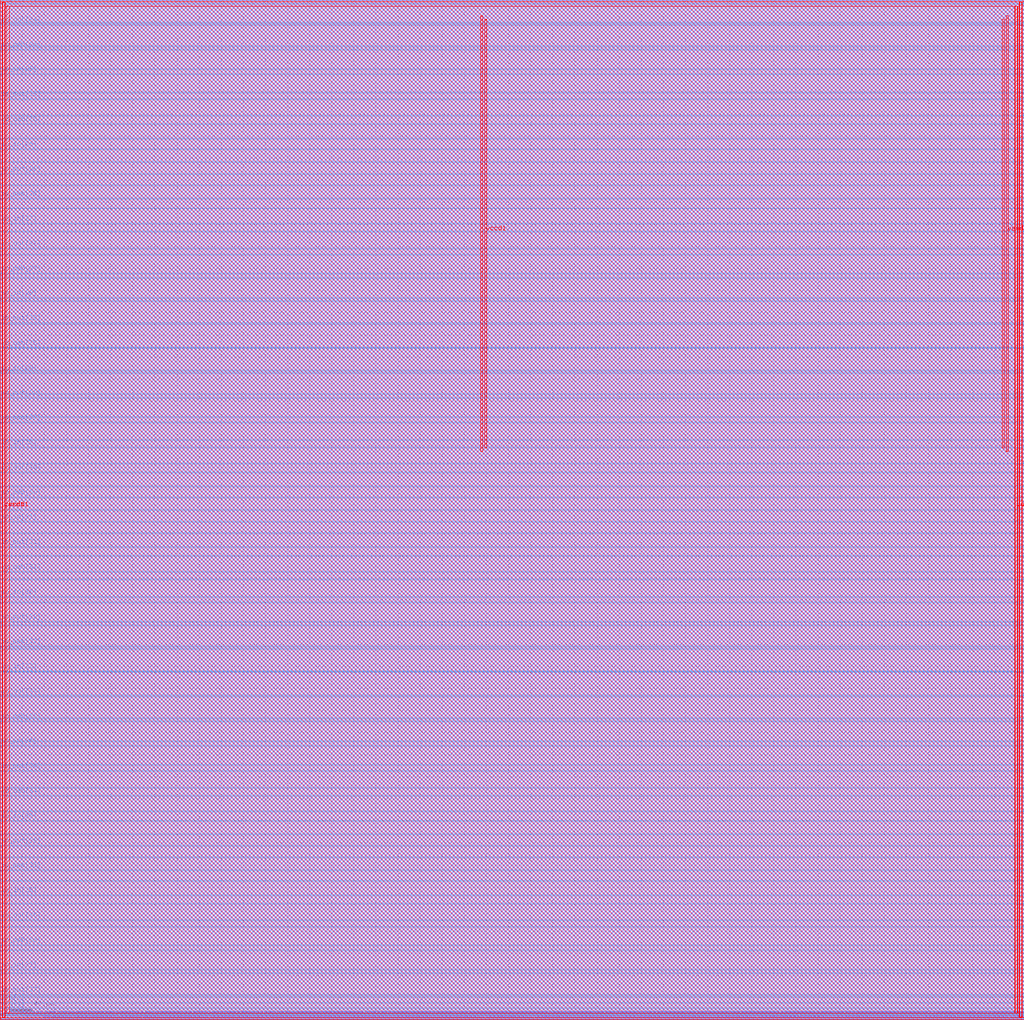
<source format=lef>
##
## LEF for PtnCells ;
## created by Innovus v20.10-p004_1 on Sat Jun 25 21:49:29 2022
##

VERSION 5.8 ;

BUSBITCHARS "[]" ;
DIVIDERCHAR "/" ;

MACRO user_proj_example
  CLASS BLOCK ;
  SIZE 926.440000 BY 923.440000 ;
  FOREIGN user_proj_example 0.000000 0.000000 ;
  ORIGIN 0 0 ;
  SYMMETRY X Y R90 ;
  PIN wb_clk_i
    DIRECTION INPUT ;
    USE SIGNAL ;
    ANTENNAPARTIALMETALAREA 0.9555 LAYER met2  ;
    ANTENNAPARTIALMETALSIDEAREA 4.6165 LAYER met2  ;
    ANTENNAPARTIALCUTAREA 0.04 LAYER via2  ;
    ANTENNAPARTIALMETALAREA 1.159 LAYER met3  ;
    ANTENNAPARTIALMETALSIDEAREA 6.648 LAYER met3  ;
    ANTENNAPARTIALCUTAREA 0.04 LAYER via3  ;
    ANTENNAPARTIALMETALAREA 1.3032 LAYER met4  ;
    ANTENNAPARTIALMETALSIDEAREA 8.832 LAYER met4  ;
    ANTENNAMODEL OXIDE1 ;
    ANTENNAGATEAREA 0.852 LAYER met4  ;
    ANTENNAMAXAREACAR 4.65704 LAYER met4  ;
    ANTENNAMAXSIDEAREACAR 27.0481 LAYER met4  ;
    ANTENNAMAXCUTCAR 0.154225 LAYER via4  ;
    PORT
      LAYER met2 ;
        RECT 1.825000 0.000000 1.965000 0.490000 ;
    END
  END wb_clk_i
  PIN wb_rst_i
    DIRECTION INPUT ;
    USE SIGNAL ;
    ANTENNAPARTIALMETALAREA 3.3339 LAYER met2  ;
    ANTENNAPARTIALMETALSIDEAREA 16.3905 LAYER met2  ;
    ANTENNAPARTIALCUTAREA 0.04 LAYER via2  ;
    ANTENNAPARTIALMETALAREA 0.4 LAYER met3  ;
    ANTENNAPARTIALMETALSIDEAREA 2.6 LAYER met3  ;
    ANTENNAPARTIALCUTAREA 0.04 LAYER via3  ;
    ANTENNAPARTIALMETALAREA 80.3208 LAYER met4  ;
    ANTENNAPARTIALMETALSIDEAREA 428.848 LAYER met4  ;
    ANTENNAMODEL OXIDE1 ;
    ANTENNAGATEAREA 4.455 LAYER met4  ;
    ANTENNAMAXAREACAR 22.3755 LAYER met4  ;
    ANTENNAMAXSIDEAREACAR 116.846 LAYER met4  ;
    ANTENNAMAXCUTCAR 0.121796 LAYER via4  ;
    PORT
      LAYER met2 ;
        RECT 1.080000 0.000000 1.220000 0.490000 ;
    END
  END wb_rst_i
  PIN wbs_stb_i
    DIRECTION INPUT ;
    USE SIGNAL ;
    PORT
      LAYER met2 ;
        RECT 196.905000 0.000000 197.045000 0.490000 ;
    END
  END wbs_stb_i
  PIN wbs_cyc_i
    DIRECTION INPUT ;
    USE SIGNAL ;
    PORT
      LAYER met2 ;
        RECT 66.220000 0.000000 66.360000 0.490000 ;
    END
  END wbs_cyc_i
  PIN wbs_we_i
    DIRECTION INPUT ;
    USE SIGNAL ;
    PORT
      LAYER met2 ;
        RECT 198.800000 0.000000 198.940000 0.490000 ;
    END
  END wbs_we_i
  PIN wbs_sel_i[3]
    DIRECTION INPUT ;
    USE SIGNAL ;
    PORT
      LAYER met2 ;
        RECT 195.010000 0.000000 195.150000 0.490000 ;
    END
  END wbs_sel_i[3]
  PIN wbs_sel_i[2]
    DIRECTION INPUT ;
    USE SIGNAL ;
    PORT
      LAYER met2 ;
        RECT 193.120000 0.000000 193.260000 0.490000 ;
    END
  END wbs_sel_i[2]
  PIN wbs_sel_i[1]
    DIRECTION INPUT ;
    USE SIGNAL ;
    PORT
      LAYER met2 ;
        RECT 191.225000 0.000000 191.365000 0.490000 ;
    END
  END wbs_sel_i[1]
  PIN wbs_sel_i[0]
    DIRECTION INPUT ;
    USE SIGNAL ;
    PORT
      LAYER met2 ;
        RECT 189.330000 0.000000 189.470000 0.490000 ;
    END
  END wbs_sel_i[0]
  PIN wbs_dat_i[31]
    DIRECTION INPUT ;
    USE SIGNAL ;
    PORT
      LAYER met2 ;
        RECT 126.830000 0.000000 126.970000 0.490000 ;
    END
  END wbs_dat_i[31]
  PIN wbs_dat_i[30]
    DIRECTION INPUT ;
    USE SIGNAL ;
    PORT
      LAYER met2 ;
        RECT 124.935000 0.000000 125.075000 0.490000 ;
    END
  END wbs_dat_i[30]
  PIN wbs_dat_i[29]
    DIRECTION INPUT ;
    USE SIGNAL ;
    PORT
      LAYER met2 ;
        RECT 123.040000 0.000000 123.180000 0.490000 ;
    END
  END wbs_dat_i[29]
  PIN wbs_dat_i[28]
    DIRECTION INPUT ;
    USE SIGNAL ;
    PORT
      LAYER met2 ;
        RECT 121.145000 0.000000 121.285000 0.490000 ;
    END
  END wbs_dat_i[28]
  PIN wbs_dat_i[27]
    DIRECTION INPUT ;
    USE SIGNAL ;
    PORT
      LAYER met2 ;
        RECT 119.250000 0.000000 119.390000 0.490000 ;
    END
  END wbs_dat_i[27]
  PIN wbs_dat_i[26]
    DIRECTION INPUT ;
    USE SIGNAL ;
    PORT
      LAYER met2 ;
        RECT 117.360000 0.000000 117.500000 0.490000 ;
    END
  END wbs_dat_i[26]
  PIN wbs_dat_i[25]
    DIRECTION INPUT ;
    USE SIGNAL ;
    PORT
      LAYER met2 ;
        RECT 115.465000 0.000000 115.605000 0.490000 ;
    END
  END wbs_dat_i[25]
  PIN wbs_dat_i[24]
    DIRECTION INPUT ;
    USE SIGNAL ;
    PORT
      LAYER met2 ;
        RECT 113.570000 0.000000 113.710000 0.490000 ;
    END
  END wbs_dat_i[24]
  PIN wbs_dat_i[23]
    DIRECTION INPUT ;
    USE SIGNAL ;
    PORT
      LAYER met2 ;
        RECT 111.675000 0.000000 111.815000 0.490000 ;
    END
  END wbs_dat_i[23]
  PIN wbs_dat_i[22]
    DIRECTION INPUT ;
    USE SIGNAL ;
    PORT
      LAYER met2 ;
        RECT 109.780000 0.000000 109.920000 0.490000 ;
    END
  END wbs_dat_i[22]
  PIN wbs_dat_i[21]
    DIRECTION INPUT ;
    USE SIGNAL ;
    PORT
      LAYER met2 ;
        RECT 107.890000 0.000000 108.030000 0.490000 ;
    END
  END wbs_dat_i[21]
  PIN wbs_dat_i[20]
    DIRECTION INPUT ;
    USE SIGNAL ;
    PORT
      LAYER met2 ;
        RECT 105.995000 0.000000 106.135000 0.490000 ;
    END
  END wbs_dat_i[20]
  PIN wbs_dat_i[19]
    DIRECTION INPUT ;
    USE SIGNAL ;
    PORT
      LAYER met2 ;
        RECT 104.100000 0.000000 104.240000 0.490000 ;
    END
  END wbs_dat_i[19]
  PIN wbs_dat_i[18]
    DIRECTION INPUT ;
    USE SIGNAL ;
    PORT
      LAYER met2 ;
        RECT 102.205000 0.000000 102.345000 0.490000 ;
    END
  END wbs_dat_i[18]
  PIN wbs_dat_i[17]
    DIRECTION INPUT ;
    USE SIGNAL ;
    PORT
      LAYER met2 ;
        RECT 100.310000 0.000000 100.450000 0.490000 ;
    END
  END wbs_dat_i[17]
  PIN wbs_dat_i[16]
    DIRECTION INPUT ;
    USE SIGNAL ;
    PORT
      LAYER met2 ;
        RECT 98.420000 0.000000 98.560000 0.490000 ;
    END
  END wbs_dat_i[16]
  PIN wbs_dat_i[15]
    DIRECTION INPUT ;
    USE SIGNAL ;
    PORT
      LAYER met2 ;
        RECT 96.525000 0.000000 96.665000 0.490000 ;
    END
  END wbs_dat_i[15]
  PIN wbs_dat_i[14]
    DIRECTION INPUT ;
    USE SIGNAL ;
    PORT
      LAYER met2 ;
        RECT 94.630000 0.000000 94.770000 0.490000 ;
    END
  END wbs_dat_i[14]
  PIN wbs_dat_i[13]
    DIRECTION INPUT ;
    USE SIGNAL ;
    PORT
      LAYER met2 ;
        RECT 92.735000 0.000000 92.875000 0.490000 ;
    END
  END wbs_dat_i[13]
  PIN wbs_dat_i[12]
    DIRECTION INPUT ;
    USE SIGNAL ;
    PORT
      LAYER met2 ;
        RECT 90.840000 0.000000 90.980000 0.490000 ;
    END
  END wbs_dat_i[12]
  PIN wbs_dat_i[11]
    DIRECTION INPUT ;
    USE SIGNAL ;
    PORT
      LAYER met2 ;
        RECT 88.950000 0.000000 89.090000 0.490000 ;
    END
  END wbs_dat_i[11]
  PIN wbs_dat_i[10]
    DIRECTION INPUT ;
    USE SIGNAL ;
    PORT
      LAYER met2 ;
        RECT 87.055000 0.000000 87.195000 0.490000 ;
    END
  END wbs_dat_i[10]
  PIN wbs_dat_i[9]
    DIRECTION INPUT ;
    USE SIGNAL ;
    PORT
      LAYER met2 ;
        RECT 85.160000 0.000000 85.300000 0.490000 ;
    END
  END wbs_dat_i[9]
  PIN wbs_dat_i[8]
    DIRECTION INPUT ;
    USE SIGNAL ;
    PORT
      LAYER met2 ;
        RECT 83.265000 0.000000 83.405000 0.490000 ;
    END
  END wbs_dat_i[8]
  PIN wbs_dat_i[7]
    DIRECTION INPUT ;
    USE SIGNAL ;
    PORT
      LAYER met2 ;
        RECT 81.370000 0.000000 81.510000 0.490000 ;
    END
  END wbs_dat_i[7]
  PIN wbs_dat_i[6]
    DIRECTION INPUT ;
    USE SIGNAL ;
    PORT
      LAYER met2 ;
        RECT 79.480000 0.000000 79.620000 0.490000 ;
    END
  END wbs_dat_i[6]
  PIN wbs_dat_i[5]
    DIRECTION INPUT ;
    USE SIGNAL ;
    PORT
      LAYER met2 ;
        RECT 77.585000 0.000000 77.725000 0.490000 ;
    END
  END wbs_dat_i[5]
  PIN wbs_dat_i[4]
    DIRECTION INPUT ;
    USE SIGNAL ;
    PORT
      LAYER met2 ;
        RECT 75.690000 0.000000 75.830000 0.490000 ;
    END
  END wbs_dat_i[4]
  PIN wbs_dat_i[3]
    DIRECTION INPUT ;
    USE SIGNAL ;
    PORT
      LAYER met2 ;
        RECT 73.795000 0.000000 73.935000 0.490000 ;
    END
  END wbs_dat_i[3]
  PIN wbs_dat_i[2]
    DIRECTION INPUT ;
    USE SIGNAL ;
    PORT
      LAYER met2 ;
        RECT 71.900000 0.000000 72.040000 0.490000 ;
    END
  END wbs_dat_i[2]
  PIN wbs_dat_i[1]
    DIRECTION INPUT ;
    USE SIGNAL ;
    PORT
      LAYER met2 ;
        RECT 70.010000 0.000000 70.150000 0.490000 ;
    END
  END wbs_dat_i[1]
  PIN wbs_dat_i[0]
    DIRECTION INPUT ;
    USE SIGNAL ;
    PORT
      LAYER met2 ;
        RECT 68.115000 0.000000 68.255000 0.490000 ;
    END
  END wbs_dat_i[0]
  PIN wbs_adr_i[31]
    DIRECTION INPUT ;
    USE SIGNAL ;
    PORT
      LAYER met2 ;
        RECT 64.325000 0.000000 64.465000 0.490000 ;
    END
  END wbs_adr_i[31]
  PIN wbs_adr_i[30]
    DIRECTION INPUT ;
    USE SIGNAL ;
    PORT
      LAYER met2 ;
        RECT 62.430000 0.000000 62.570000 0.490000 ;
    END
  END wbs_adr_i[30]
  PIN wbs_adr_i[29]
    DIRECTION INPUT ;
    USE SIGNAL ;
    PORT
      LAYER met2 ;
        RECT 60.540000 0.000000 60.680000 0.490000 ;
    END
  END wbs_adr_i[29]
  PIN wbs_adr_i[28]
    DIRECTION INPUT ;
    USE SIGNAL ;
    PORT
      LAYER met2 ;
        RECT 58.645000 0.000000 58.785000 0.490000 ;
    END
  END wbs_adr_i[28]
  PIN wbs_adr_i[27]
    DIRECTION INPUT ;
    USE SIGNAL ;
    PORT
      LAYER met2 ;
        RECT 56.750000 0.000000 56.890000 0.490000 ;
    END
  END wbs_adr_i[27]
  PIN wbs_adr_i[26]
    DIRECTION INPUT ;
    USE SIGNAL ;
    PORT
      LAYER met2 ;
        RECT 54.855000 0.000000 54.995000 0.490000 ;
    END
  END wbs_adr_i[26]
  PIN wbs_adr_i[25]
    DIRECTION INPUT ;
    USE SIGNAL ;
    PORT
      LAYER met2 ;
        RECT 52.960000 0.000000 53.100000 0.490000 ;
    END
  END wbs_adr_i[25]
  PIN wbs_adr_i[24]
    DIRECTION INPUT ;
    USE SIGNAL ;
    PORT
      LAYER met2 ;
        RECT 51.070000 0.000000 51.210000 0.490000 ;
    END
  END wbs_adr_i[24]
  PIN wbs_adr_i[23]
    DIRECTION INPUT ;
    USE SIGNAL ;
    PORT
      LAYER met2 ;
        RECT 49.175000 0.000000 49.315000 0.490000 ;
    END
  END wbs_adr_i[23]
  PIN wbs_adr_i[22]
    DIRECTION INPUT ;
    USE SIGNAL ;
    PORT
      LAYER met2 ;
        RECT 47.280000 0.000000 47.420000 0.490000 ;
    END
  END wbs_adr_i[22]
  PIN wbs_adr_i[21]
    DIRECTION INPUT ;
    USE SIGNAL ;
    PORT
      LAYER met2 ;
        RECT 45.385000 0.000000 45.525000 0.490000 ;
    END
  END wbs_adr_i[21]
  PIN wbs_adr_i[20]
    DIRECTION INPUT ;
    USE SIGNAL ;
    PORT
      LAYER met2 ;
        RECT 43.490000 0.000000 43.630000 0.490000 ;
    END
  END wbs_adr_i[20]
  PIN wbs_adr_i[19]
    DIRECTION INPUT ;
    USE SIGNAL ;
    PORT
      LAYER met2 ;
        RECT 41.600000 0.000000 41.740000 0.490000 ;
    END
  END wbs_adr_i[19]
  PIN wbs_adr_i[18]
    DIRECTION INPUT ;
    USE SIGNAL ;
    PORT
      LAYER met2 ;
        RECT 39.705000 0.000000 39.845000 0.490000 ;
    END
  END wbs_adr_i[18]
  PIN wbs_adr_i[17]
    DIRECTION INPUT ;
    USE SIGNAL ;
    PORT
      LAYER met2 ;
        RECT 37.810000 0.000000 37.950000 0.490000 ;
    END
  END wbs_adr_i[17]
  PIN wbs_adr_i[16]
    DIRECTION INPUT ;
    USE SIGNAL ;
    PORT
      LAYER met2 ;
        RECT 35.915000 0.000000 36.055000 0.490000 ;
    END
  END wbs_adr_i[16]
  PIN wbs_adr_i[15]
    DIRECTION INPUT ;
    USE SIGNAL ;
    PORT
      LAYER met2 ;
        RECT 34.020000 0.000000 34.160000 0.490000 ;
    END
  END wbs_adr_i[15]
  PIN wbs_adr_i[14]
    DIRECTION INPUT ;
    USE SIGNAL ;
    PORT
      LAYER met2 ;
        RECT 32.130000 0.000000 32.270000 0.490000 ;
    END
  END wbs_adr_i[14]
  PIN wbs_adr_i[13]
    DIRECTION INPUT ;
    USE SIGNAL ;
    PORT
      LAYER met2 ;
        RECT 30.235000 0.000000 30.375000 0.490000 ;
    END
  END wbs_adr_i[13]
  PIN wbs_adr_i[12]
    DIRECTION INPUT ;
    USE SIGNAL ;
    PORT
      LAYER met2 ;
        RECT 28.340000 0.000000 28.480000 0.490000 ;
    END
  END wbs_adr_i[12]
  PIN wbs_adr_i[11]
    DIRECTION INPUT ;
    USE SIGNAL ;
    PORT
      LAYER met2 ;
        RECT 26.445000 0.000000 26.585000 0.490000 ;
    END
  END wbs_adr_i[11]
  PIN wbs_adr_i[10]
    DIRECTION INPUT ;
    USE SIGNAL ;
    PORT
      LAYER met2 ;
        RECT 24.550000 0.000000 24.690000 0.490000 ;
    END
  END wbs_adr_i[10]
  PIN wbs_adr_i[9]
    DIRECTION INPUT ;
    USE SIGNAL ;
    PORT
      LAYER met2 ;
        RECT 22.660000 0.000000 22.800000 0.490000 ;
    END
  END wbs_adr_i[9]
  PIN wbs_adr_i[8]
    DIRECTION INPUT ;
    USE SIGNAL ;
    PORT
      LAYER met2 ;
        RECT 20.765000 0.000000 20.905000 0.490000 ;
    END
  END wbs_adr_i[8]
  PIN wbs_adr_i[7]
    DIRECTION INPUT ;
    USE SIGNAL ;
    PORT
      LAYER met2 ;
        RECT 18.870000 0.000000 19.010000 0.490000 ;
    END
  END wbs_adr_i[7]
  PIN wbs_adr_i[6]
    DIRECTION INPUT ;
    USE SIGNAL ;
    PORT
      LAYER met2 ;
        RECT 16.975000 0.000000 17.115000 0.490000 ;
    END
  END wbs_adr_i[6]
  PIN wbs_adr_i[5]
    DIRECTION INPUT ;
    USE SIGNAL ;
    PORT
      LAYER met2 ;
        RECT 15.080000 0.000000 15.220000 0.490000 ;
    END
  END wbs_adr_i[5]
  PIN wbs_adr_i[4]
    DIRECTION INPUT ;
    USE SIGNAL ;
    PORT
      LAYER met2 ;
        RECT 13.190000 0.000000 13.330000 0.490000 ;
    END
  END wbs_adr_i[4]
  PIN wbs_adr_i[3]
    DIRECTION INPUT ;
    USE SIGNAL ;
    PORT
      LAYER met2 ;
        RECT 11.295000 0.000000 11.435000 0.490000 ;
    END
  END wbs_adr_i[3]
  PIN wbs_adr_i[2]
    DIRECTION INPUT ;
    USE SIGNAL ;
    PORT
      LAYER met2 ;
        RECT 9.400000 0.000000 9.540000 0.490000 ;
    END
  END wbs_adr_i[2]
  PIN wbs_adr_i[1]
    DIRECTION INPUT ;
    USE SIGNAL ;
    PORT
      LAYER met2 ;
        RECT 7.505000 0.000000 7.645000 0.490000 ;
    END
  END wbs_adr_i[1]
  PIN wbs_adr_i[0]
    DIRECTION INPUT ;
    USE SIGNAL ;
    PORT
      LAYER met2 ;
        RECT 5.610000 0.000000 5.750000 0.490000 ;
    END
  END wbs_adr_i[0]
  PIN wbs_ack_o
    DIRECTION OUTPUT ;
    USE SIGNAL ;
    ANTENNAPARTIALMETALAREA 0.2639 LAYER met2  ;
    ANTENNAPARTIALMETALSIDEAREA 1.1585 LAYER met2  ;
    ANTENNAPARTIALCUTAREA 0.04 LAYER via2  ;
    ANTENNADIFFAREA 0.7952 LAYER met3  ;
    ANTENNAPARTIALMETALAREA 15.0349 LAYER met3  ;
    ANTENNAPARTIALMETALSIDEAREA 80.648 LAYER met3  ;
    ANTENNAPARTIALCUTAREA 0.04 LAYER via3  ;
    ANTENNADIFFAREA 0.7952 LAYER met4  ;
    ANTENNAPARTIALMETALAREA 187.16 LAYER met4  ;
    ANTENNAPARTIALMETALSIDEAREA 999.088 LAYER met4  ;
    PORT
      LAYER met2 ;
        RECT 3.720000 0.000000 3.860000 0.490000 ;
    END
  END wbs_ack_o
  PIN wbs_dat_o[31]
    DIRECTION OUTPUT ;
    USE SIGNAL ;
    ANTENNADIFFAREA 0.7952 LAYER met2  ;
    ANTENNAPARTIALMETALAREA 20.8084 LAYER met2  ;
    ANTENNAPARTIALMETALSIDEAREA 103.66 LAYER met2  ;
    ANTENNAPARTIALCUTAREA 0.04 LAYER via2  ;
    ANTENNADIFFAREA 0.7952 LAYER met3  ;
    ANTENNAPARTIALMETALAREA 15.0349 LAYER met3  ;
    ANTENNAPARTIALMETALSIDEAREA 80.648 LAYER met3  ;
    ANTENNAPARTIALCUTAREA 0.04 LAYER via3  ;
    ANTENNADIFFAREA 0.7952 LAYER met4  ;
    ANTENNAPARTIALMETALAREA 187.16 LAYER met4  ;
    ANTENNAPARTIALMETALSIDEAREA 999.088 LAYER met4  ;
    PORT
      LAYER met2 ;
        RECT 187.435000 0.000000 187.575000 0.490000 ;
    END
  END wbs_dat_o[31]
  PIN wbs_dat_o[30]
    DIRECTION OUTPUT ;
    USE SIGNAL ;
    ANTENNADIFFAREA 0.7952 LAYER met2  ;
    ANTENNAPARTIALMETALAREA 20.7888 LAYER met2  ;
    ANTENNAPARTIALMETALSIDEAREA 103.59 LAYER met2  ;
    ANTENNAPARTIALCUTAREA 0.04 LAYER via2  ;
    ANTENNADIFFAREA 0.7952 LAYER met3  ;
    ANTENNAPARTIALMETALAREA 15.0349 LAYER met3  ;
    ANTENNAPARTIALMETALSIDEAREA 80.648 LAYER met3  ;
    ANTENNAPARTIALCUTAREA 0.04 LAYER via3  ;
    ANTENNADIFFAREA 0.7952 LAYER met4  ;
    ANTENNAPARTIALMETALAREA 187.16 LAYER met4  ;
    ANTENNAPARTIALMETALSIDEAREA 999.088 LAYER met4  ;
    PORT
      LAYER met2 ;
        RECT 185.540000 0.000000 185.680000 0.490000 ;
    END
  END wbs_dat_o[30]
  PIN wbs_dat_o[29]
    DIRECTION OUTPUT ;
    USE SIGNAL ;
    ANTENNADIFFAREA 0.7952 LAYER met2  ;
    ANTENNAPARTIALMETALAREA 20.7888 LAYER met2  ;
    ANTENNAPARTIALMETALSIDEAREA 103.537 LAYER met2  ;
    ANTENNAPARTIALCUTAREA 0.04 LAYER via2  ;
    ANTENNADIFFAREA 0.7952 LAYER met3  ;
    ANTENNAPARTIALMETALAREA 15.0349 LAYER met3  ;
    ANTENNAPARTIALMETALSIDEAREA 80.648 LAYER met3  ;
    ANTENNAPARTIALCUTAREA 0.04 LAYER via3  ;
    ANTENNADIFFAREA 0.7952 LAYER met4  ;
    ANTENNAPARTIALMETALAREA 187.16 LAYER met4  ;
    ANTENNAPARTIALMETALSIDEAREA 999.088 LAYER met4  ;
    PORT
      LAYER met2 ;
        RECT 183.650000 0.000000 183.790000 0.490000 ;
    END
  END wbs_dat_o[29]
  PIN wbs_dat_o[28]
    DIRECTION OUTPUT ;
    USE SIGNAL ;
    ANTENNADIFFAREA 0.7952 LAYER met2  ;
    ANTENNAPARTIALMETALAREA 20.7888 LAYER met2  ;
    ANTENNAPARTIALMETALSIDEAREA 103.537 LAYER met2  ;
    ANTENNAPARTIALCUTAREA 0.04 LAYER via2  ;
    ANTENNADIFFAREA 0.7952 LAYER met3  ;
    ANTENNAPARTIALMETALAREA 15.0349 LAYER met3  ;
    ANTENNAPARTIALMETALSIDEAREA 80.648 LAYER met3  ;
    ANTENNAPARTIALCUTAREA 0.04 LAYER via3  ;
    ANTENNADIFFAREA 0.7952 LAYER met4  ;
    ANTENNAPARTIALMETALAREA 187.16 LAYER met4  ;
    ANTENNAPARTIALMETALSIDEAREA 999.088 LAYER met4  ;
    PORT
      LAYER met2 ;
        RECT 181.755000 0.000000 181.895000 0.490000 ;
    END
  END wbs_dat_o[28]
  PIN wbs_dat_o[27]
    DIRECTION OUTPUT ;
    USE SIGNAL ;
    ANTENNADIFFAREA 0.7952 LAYER met2  ;
    ANTENNAPARTIALMETALAREA 20.7888 LAYER met2  ;
    ANTENNAPARTIALMETALSIDEAREA 103.537 LAYER met2  ;
    ANTENNAPARTIALCUTAREA 0.04 LAYER via2  ;
    ANTENNADIFFAREA 0.7952 LAYER met3  ;
    ANTENNAPARTIALMETALAREA 15.0349 LAYER met3  ;
    ANTENNAPARTIALMETALSIDEAREA 80.648 LAYER met3  ;
    ANTENNAPARTIALCUTAREA 0.04 LAYER via3  ;
    ANTENNADIFFAREA 0.7952 LAYER met4  ;
    ANTENNAPARTIALMETALAREA 187.16 LAYER met4  ;
    ANTENNAPARTIALMETALSIDEAREA 999.088 LAYER met4  ;
    PORT
      LAYER met2 ;
        RECT 179.860000 0.000000 180.000000 0.490000 ;
    END
  END wbs_dat_o[27]
  PIN wbs_dat_o[26]
    DIRECTION OUTPUT ;
    USE SIGNAL ;
    ANTENNADIFFAREA 0.7952 LAYER met2  ;
    ANTENNAPARTIALMETALAREA 20.7888 LAYER met2  ;
    ANTENNAPARTIALMETALSIDEAREA 103.537 LAYER met2  ;
    ANTENNAPARTIALCUTAREA 0.04 LAYER via2  ;
    ANTENNADIFFAREA 0.7952 LAYER met3  ;
    ANTENNAPARTIALMETALAREA 15.0349 LAYER met3  ;
    ANTENNAPARTIALMETALSIDEAREA 80.648 LAYER met3  ;
    ANTENNAPARTIALCUTAREA 0.04 LAYER via3  ;
    ANTENNADIFFAREA 0.7952 LAYER met4  ;
    ANTENNAPARTIALMETALAREA 187.16 LAYER met4  ;
    ANTENNAPARTIALMETALSIDEAREA 999.088 LAYER met4  ;
    PORT
      LAYER met2 ;
        RECT 177.965000 0.000000 178.105000 0.490000 ;
    END
  END wbs_dat_o[26]
  PIN wbs_dat_o[25]
    DIRECTION OUTPUT ;
    USE SIGNAL ;
    ANTENNADIFFAREA 0.7952 LAYER met2  ;
    ANTENNAPARTIALMETALAREA 20.7888 LAYER met2  ;
    ANTENNAPARTIALMETALSIDEAREA 103.537 LAYER met2  ;
    ANTENNAPARTIALCUTAREA 0.04 LAYER via2  ;
    ANTENNADIFFAREA 0.7952 LAYER met3  ;
    ANTENNAPARTIALMETALAREA 15.0349 LAYER met3  ;
    ANTENNAPARTIALMETALSIDEAREA 80.648 LAYER met3  ;
    ANTENNAPARTIALCUTAREA 0.04 LAYER via3  ;
    ANTENNADIFFAREA 0.7952 LAYER met4  ;
    ANTENNAPARTIALMETALAREA 187.16 LAYER met4  ;
    ANTENNAPARTIALMETALSIDEAREA 999.088 LAYER met4  ;
    PORT
      LAYER met2 ;
        RECT 176.070000 0.000000 176.210000 0.490000 ;
    END
  END wbs_dat_o[25]
  PIN wbs_dat_o[24]
    DIRECTION OUTPUT ;
    USE SIGNAL ;
    ANTENNADIFFAREA 0.7952 LAYER met2  ;
    ANTENNAPARTIALMETALAREA 20.7888 LAYER met2  ;
    ANTENNAPARTIALMETALSIDEAREA 103.59 LAYER met2  ;
    ANTENNAPARTIALCUTAREA 0.04 LAYER via2  ;
    ANTENNADIFFAREA 0.7952 LAYER met3  ;
    ANTENNAPARTIALMETALAREA 15.0349 LAYER met3  ;
    ANTENNAPARTIALMETALSIDEAREA 80.648 LAYER met3  ;
    ANTENNAPARTIALCUTAREA 0.04 LAYER via3  ;
    ANTENNADIFFAREA 0.7952 LAYER met4  ;
    ANTENNAPARTIALMETALAREA 187.16 LAYER met4  ;
    ANTENNAPARTIALMETALSIDEAREA 999.088 LAYER met4  ;
    PORT
      LAYER met2 ;
        RECT 174.180000 0.000000 174.320000 0.490000 ;
    END
  END wbs_dat_o[24]
  PIN wbs_dat_o[23]
    DIRECTION OUTPUT ;
    USE SIGNAL ;
    ANTENNADIFFAREA 0.7952 LAYER met2  ;
    ANTENNAPARTIALMETALAREA 20.7888 LAYER met2  ;
    ANTENNAPARTIALMETALSIDEAREA 103.537 LAYER met2  ;
    ANTENNAPARTIALCUTAREA 0.04 LAYER via2  ;
    ANTENNADIFFAREA 0.7952 LAYER met3  ;
    ANTENNAPARTIALMETALAREA 15.0349 LAYER met3  ;
    ANTENNAPARTIALMETALSIDEAREA 80.648 LAYER met3  ;
    ANTENNAPARTIALCUTAREA 0.04 LAYER via3  ;
    ANTENNADIFFAREA 0.7952 LAYER met4  ;
    ANTENNAPARTIALMETALAREA 187.16 LAYER met4  ;
    ANTENNAPARTIALMETALSIDEAREA 999.088 LAYER met4  ;
    PORT
      LAYER met2 ;
        RECT 172.285000 0.000000 172.425000 0.490000 ;
    END
  END wbs_dat_o[23]
  PIN wbs_dat_o[22]
    DIRECTION OUTPUT ;
    USE SIGNAL ;
    ANTENNADIFFAREA 0.7952 LAYER met2  ;
    ANTENNAPARTIALMETALAREA 20.7888 LAYER met2  ;
    ANTENNAPARTIALMETALSIDEAREA 103.59 LAYER met2  ;
    ANTENNAPARTIALCUTAREA 0.04 LAYER via2  ;
    ANTENNADIFFAREA 0.7952 LAYER met3  ;
    ANTENNAPARTIALMETALAREA 15.0349 LAYER met3  ;
    ANTENNAPARTIALMETALSIDEAREA 80.648 LAYER met3  ;
    ANTENNAPARTIALCUTAREA 0.04 LAYER via3  ;
    ANTENNADIFFAREA 0.7952 LAYER met4  ;
    ANTENNAPARTIALMETALAREA 187.16 LAYER met4  ;
    ANTENNAPARTIALMETALSIDEAREA 999.088 LAYER met4  ;
    PORT
      LAYER met2 ;
        RECT 170.390000 0.000000 170.530000 0.490000 ;
    END
  END wbs_dat_o[22]
  PIN wbs_dat_o[21]
    DIRECTION OUTPUT ;
    USE SIGNAL ;
    ANTENNADIFFAREA 0.7952 LAYER met2  ;
    ANTENNAPARTIALMETALAREA 20.7888 LAYER met2  ;
    ANTENNAPARTIALMETALSIDEAREA 103.59 LAYER met2  ;
    ANTENNAPARTIALCUTAREA 0.04 LAYER via2  ;
    ANTENNADIFFAREA 0.7952 LAYER met3  ;
    ANTENNAPARTIALMETALAREA 15.0349 LAYER met3  ;
    ANTENNAPARTIALMETALSIDEAREA 80.648 LAYER met3  ;
    ANTENNAPARTIALCUTAREA 0.04 LAYER via3  ;
    ANTENNADIFFAREA 0.7952 LAYER met4  ;
    ANTENNAPARTIALMETALAREA 187.16 LAYER met4  ;
    ANTENNAPARTIALMETALSIDEAREA 999.088 LAYER met4  ;
    PORT
      LAYER met2 ;
        RECT 168.495000 0.000000 168.635000 0.490000 ;
    END
  END wbs_dat_o[21]
  PIN wbs_dat_o[20]
    DIRECTION OUTPUT ;
    USE SIGNAL ;
    ANTENNADIFFAREA 0.7952 LAYER met2  ;
    ANTENNAPARTIALMETALAREA 20.7888 LAYER met2  ;
    ANTENNAPARTIALMETALSIDEAREA 103.59 LAYER met2  ;
    ANTENNAPARTIALCUTAREA 0.04 LAYER via2  ;
    ANTENNADIFFAREA 0.7952 LAYER met3  ;
    ANTENNAPARTIALMETALAREA 15.0349 LAYER met3  ;
    ANTENNAPARTIALMETALSIDEAREA 80.648 LAYER met3  ;
    ANTENNAPARTIALCUTAREA 0.04 LAYER via3  ;
    ANTENNADIFFAREA 0.7952 LAYER met4  ;
    ANTENNAPARTIALMETALAREA 187.16 LAYER met4  ;
    ANTENNAPARTIALMETALSIDEAREA 999.088 LAYER met4  ;
    PORT
      LAYER met2 ;
        RECT 166.600000 0.000000 166.740000 0.490000 ;
    END
  END wbs_dat_o[20]
  PIN wbs_dat_o[19]
    DIRECTION OUTPUT ;
    USE SIGNAL ;
    ANTENNADIFFAREA 0.7952 LAYER met2  ;
    ANTENNAPARTIALMETALAREA 20.7888 LAYER met2  ;
    ANTENNAPARTIALMETALSIDEAREA 103.59 LAYER met2  ;
    ANTENNAPARTIALCUTAREA 0.04 LAYER via2  ;
    ANTENNADIFFAREA 0.7952 LAYER met3  ;
    ANTENNAPARTIALMETALAREA 15.0349 LAYER met3  ;
    ANTENNAPARTIALMETALSIDEAREA 80.648 LAYER met3  ;
    ANTENNAPARTIALCUTAREA 0.04 LAYER via3  ;
    ANTENNADIFFAREA 0.7952 LAYER met4  ;
    ANTENNAPARTIALMETALAREA 187.16 LAYER met4  ;
    ANTENNAPARTIALMETALSIDEAREA 999.088 LAYER met4  ;
    PORT
      LAYER met2 ;
        RECT 164.710000 0.000000 164.850000 0.490000 ;
    END
  END wbs_dat_o[19]
  PIN wbs_dat_o[18]
    DIRECTION OUTPUT ;
    USE SIGNAL ;
    ANTENNADIFFAREA 0.7952 LAYER met2  ;
    ANTENNAPARTIALMETALAREA 20.7888 LAYER met2  ;
    ANTENNAPARTIALMETALSIDEAREA 103.59 LAYER met2  ;
    ANTENNAPARTIALCUTAREA 0.04 LAYER via2  ;
    ANTENNADIFFAREA 0.7952 LAYER met3  ;
    ANTENNAPARTIALMETALAREA 15.0349 LAYER met3  ;
    ANTENNAPARTIALMETALSIDEAREA 80.648 LAYER met3  ;
    ANTENNAPARTIALCUTAREA 0.04 LAYER via3  ;
    ANTENNADIFFAREA 0.7952 LAYER met4  ;
    ANTENNAPARTIALMETALAREA 187.16 LAYER met4  ;
    ANTENNAPARTIALMETALSIDEAREA 999.088 LAYER met4  ;
    PORT
      LAYER met2 ;
        RECT 162.815000 0.000000 162.955000 0.490000 ;
    END
  END wbs_dat_o[18]
  PIN wbs_dat_o[17]
    DIRECTION OUTPUT ;
    USE SIGNAL ;
    ANTENNADIFFAREA 0.7952 LAYER met2  ;
    ANTENNAPARTIALMETALAREA 20.7888 LAYER met2  ;
    ANTENNAPARTIALMETALSIDEAREA 103.59 LAYER met2  ;
    ANTENNAPARTIALCUTAREA 0.04 LAYER via2  ;
    ANTENNADIFFAREA 0.7952 LAYER met3  ;
    ANTENNAPARTIALMETALAREA 15.0349 LAYER met3  ;
    ANTENNAPARTIALMETALSIDEAREA 80.648 LAYER met3  ;
    ANTENNAPARTIALCUTAREA 0.04 LAYER via3  ;
    ANTENNADIFFAREA 0.7952 LAYER met4  ;
    ANTENNAPARTIALMETALAREA 187.16 LAYER met4  ;
    ANTENNAPARTIALMETALSIDEAREA 999.088 LAYER met4  ;
    PORT
      LAYER met2 ;
        RECT 160.920000 0.000000 161.060000 0.490000 ;
    END
  END wbs_dat_o[17]
  PIN wbs_dat_o[16]
    DIRECTION OUTPUT ;
    USE SIGNAL ;
    ANTENNADIFFAREA 0.7952 LAYER met2  ;
    ANTENNAPARTIALMETALAREA 20.7888 LAYER met2  ;
    ANTENNAPARTIALMETALSIDEAREA 103.59 LAYER met2  ;
    ANTENNAPARTIALCUTAREA 0.04 LAYER via2  ;
    ANTENNADIFFAREA 0.7952 LAYER met3  ;
    ANTENNAPARTIALMETALAREA 15.0349 LAYER met3  ;
    ANTENNAPARTIALMETALSIDEAREA 80.648 LAYER met3  ;
    ANTENNAPARTIALCUTAREA 0.04 LAYER via3  ;
    ANTENNADIFFAREA 0.7952 LAYER met4  ;
    ANTENNAPARTIALMETALAREA 187.16 LAYER met4  ;
    ANTENNAPARTIALMETALSIDEAREA 999.088 LAYER met4  ;
    PORT
      LAYER met2 ;
        RECT 159.025000 0.000000 159.165000 0.490000 ;
    END
  END wbs_dat_o[16]
  PIN wbs_dat_o[15]
    DIRECTION OUTPUT ;
    USE SIGNAL ;
    ANTENNADIFFAREA 0.7952 LAYER met2  ;
    ANTENNAPARTIALMETALAREA 20.7888 LAYER met2  ;
    ANTENNAPARTIALMETALSIDEAREA 103.59 LAYER met2  ;
    ANTENNAPARTIALCUTAREA 0.04 LAYER via2  ;
    ANTENNADIFFAREA 0.7952 LAYER met3  ;
    ANTENNAPARTIALMETALAREA 15.0349 LAYER met3  ;
    ANTENNAPARTIALMETALSIDEAREA 80.648 LAYER met3  ;
    ANTENNAPARTIALCUTAREA 0.04 LAYER via3  ;
    ANTENNADIFFAREA 0.7952 LAYER met4  ;
    ANTENNAPARTIALMETALAREA 187.16 LAYER met4  ;
    ANTENNAPARTIALMETALSIDEAREA 999.088 LAYER met4  ;
    PORT
      LAYER met2 ;
        RECT 157.130000 0.000000 157.270000 0.490000 ;
    END
  END wbs_dat_o[15]
  PIN wbs_dat_o[14]
    DIRECTION OUTPUT ;
    USE SIGNAL ;
    ANTENNADIFFAREA 0.7952 LAYER met2  ;
    ANTENNAPARTIALMETALAREA 20.7888 LAYER met2  ;
    ANTENNAPARTIALMETALSIDEAREA 103.59 LAYER met2  ;
    ANTENNAPARTIALCUTAREA 0.04 LAYER via2  ;
    ANTENNADIFFAREA 0.7952 LAYER met3  ;
    ANTENNAPARTIALMETALAREA 15.0349 LAYER met3  ;
    ANTENNAPARTIALMETALSIDEAREA 80.648 LAYER met3  ;
    ANTENNAPARTIALCUTAREA 0.04 LAYER via3  ;
    ANTENNADIFFAREA 0.7952 LAYER met4  ;
    ANTENNAPARTIALMETALAREA 187.16 LAYER met4  ;
    ANTENNAPARTIALMETALSIDEAREA 999.088 LAYER met4  ;
    PORT
      LAYER met2 ;
        RECT 155.240000 0.000000 155.380000 0.490000 ;
    END
  END wbs_dat_o[14]
  PIN wbs_dat_o[13]
    DIRECTION OUTPUT ;
    USE SIGNAL ;
    ANTENNADIFFAREA 0.7952 LAYER met2  ;
    ANTENNAPARTIALMETALAREA 20.7888 LAYER met2  ;
    ANTENNAPARTIALMETALSIDEAREA 103.59 LAYER met2  ;
    ANTENNAPARTIALCUTAREA 0.04 LAYER via2  ;
    ANTENNADIFFAREA 0.7952 LAYER met3  ;
    ANTENNAPARTIALMETALAREA 15.0349 LAYER met3  ;
    ANTENNAPARTIALMETALSIDEAREA 80.648 LAYER met3  ;
    ANTENNAPARTIALCUTAREA 0.04 LAYER via3  ;
    ANTENNADIFFAREA 0.7952 LAYER met4  ;
    ANTENNAPARTIALMETALAREA 187.16 LAYER met4  ;
    ANTENNAPARTIALMETALSIDEAREA 999.088 LAYER met4  ;
    PORT
      LAYER met2 ;
        RECT 153.345000 0.000000 153.485000 0.490000 ;
    END
  END wbs_dat_o[13]
  PIN wbs_dat_o[12]
    DIRECTION OUTPUT ;
    USE SIGNAL ;
    ANTENNADIFFAREA 0.7952 LAYER met2  ;
    ANTENNAPARTIALMETALAREA 20.7888 LAYER met2  ;
    ANTENNAPARTIALMETALSIDEAREA 103.59 LAYER met2  ;
    ANTENNAPARTIALCUTAREA 0.04 LAYER via2  ;
    ANTENNADIFFAREA 0.7952 LAYER met3  ;
    ANTENNAPARTIALMETALAREA 15.0349 LAYER met3  ;
    ANTENNAPARTIALMETALSIDEAREA 80.648 LAYER met3  ;
    ANTENNAPARTIALCUTAREA 0.04 LAYER via3  ;
    ANTENNADIFFAREA 0.7952 LAYER met4  ;
    ANTENNAPARTIALMETALAREA 187.16 LAYER met4  ;
    ANTENNAPARTIALMETALSIDEAREA 999.088 LAYER met4  ;
    PORT
      LAYER met2 ;
        RECT 151.450000 0.000000 151.590000 0.490000 ;
    END
  END wbs_dat_o[12]
  PIN wbs_dat_o[11]
    DIRECTION OUTPUT ;
    USE SIGNAL ;
    ANTENNADIFFAREA 0.7952 LAYER met2  ;
    ANTENNAPARTIALMETALAREA 20.7888 LAYER met2  ;
    ANTENNAPARTIALMETALSIDEAREA 103.59 LAYER met2  ;
    ANTENNAPARTIALCUTAREA 0.04 LAYER via2  ;
    ANTENNADIFFAREA 0.7952 LAYER met3  ;
    ANTENNAPARTIALMETALAREA 15.0349 LAYER met3  ;
    ANTENNAPARTIALMETALSIDEAREA 80.648 LAYER met3  ;
    ANTENNAPARTIALCUTAREA 0.04 LAYER via3  ;
    ANTENNADIFFAREA 0.7952 LAYER met4  ;
    ANTENNAPARTIALMETALAREA 187.16 LAYER met4  ;
    ANTENNAPARTIALMETALSIDEAREA 999.088 LAYER met4  ;
    PORT
      LAYER met2 ;
        RECT 149.555000 0.000000 149.695000 0.490000 ;
    END
  END wbs_dat_o[11]
  PIN wbs_dat_o[10]
    DIRECTION OUTPUT ;
    USE SIGNAL ;
    ANTENNADIFFAREA 0.7952 LAYER met2  ;
    ANTENNAPARTIALMETALAREA 20.7888 LAYER met2  ;
    ANTENNAPARTIALMETALSIDEAREA 103.59 LAYER met2  ;
    ANTENNAPARTIALCUTAREA 0.04 LAYER via2  ;
    ANTENNADIFFAREA 0.7952 LAYER met3  ;
    ANTENNAPARTIALMETALAREA 15.0349 LAYER met3  ;
    ANTENNAPARTIALMETALSIDEAREA 80.648 LAYER met3  ;
    ANTENNAPARTIALCUTAREA 0.04 LAYER via3  ;
    ANTENNADIFFAREA 0.7952 LAYER met4  ;
    ANTENNAPARTIALMETALAREA 187.16 LAYER met4  ;
    ANTENNAPARTIALMETALSIDEAREA 999.088 LAYER met4  ;
    PORT
      LAYER met2 ;
        RECT 147.660000 0.000000 147.800000 0.490000 ;
    END
  END wbs_dat_o[10]
  PIN wbs_dat_o[9]
    DIRECTION OUTPUT ;
    USE SIGNAL ;
    ANTENNADIFFAREA 0.7952 LAYER met2  ;
    ANTENNAPARTIALMETALAREA 20.7888 LAYER met2  ;
    ANTENNAPARTIALMETALSIDEAREA 103.59 LAYER met2  ;
    ANTENNAPARTIALCUTAREA 0.04 LAYER via2  ;
    ANTENNADIFFAREA 0.7952 LAYER met3  ;
    ANTENNAPARTIALMETALAREA 15.0349 LAYER met3  ;
    ANTENNAPARTIALMETALSIDEAREA 80.648 LAYER met3  ;
    ANTENNAPARTIALCUTAREA 0.04 LAYER via3  ;
    ANTENNADIFFAREA 0.7952 LAYER met4  ;
    ANTENNAPARTIALMETALAREA 187.16 LAYER met4  ;
    ANTENNAPARTIALMETALSIDEAREA 999.088 LAYER met4  ;
    PORT
      LAYER met2 ;
        RECT 145.770000 0.000000 145.910000 0.490000 ;
    END
  END wbs_dat_o[9]
  PIN wbs_dat_o[8]
    DIRECTION OUTPUT ;
    USE SIGNAL ;
    ANTENNADIFFAREA 0.7952 LAYER met2  ;
    ANTENNAPARTIALMETALAREA 20.7888 LAYER met2  ;
    ANTENNAPARTIALMETALSIDEAREA 103.59 LAYER met2  ;
    ANTENNAPARTIALCUTAREA 0.04 LAYER via2  ;
    ANTENNADIFFAREA 0.7952 LAYER met3  ;
    ANTENNAPARTIALMETALAREA 15.0349 LAYER met3  ;
    ANTENNAPARTIALMETALSIDEAREA 80.648 LAYER met3  ;
    ANTENNAPARTIALCUTAREA 0.04 LAYER via3  ;
    ANTENNADIFFAREA 0.7952 LAYER met4  ;
    ANTENNAPARTIALMETALAREA 187.16 LAYER met4  ;
    ANTENNAPARTIALMETALSIDEAREA 999.088 LAYER met4  ;
    PORT
      LAYER met2 ;
        RECT 143.875000 0.000000 144.015000 0.490000 ;
    END
  END wbs_dat_o[8]
  PIN wbs_dat_o[7]
    DIRECTION OUTPUT ;
    USE SIGNAL ;
    ANTENNADIFFAREA 0.7952 LAYER met2  ;
    ANTENNAPARTIALMETALAREA 20.7888 LAYER met2  ;
    ANTENNAPARTIALMETALSIDEAREA 103.537 LAYER met2  ;
    ANTENNAPARTIALCUTAREA 0.04 LAYER via2  ;
    ANTENNADIFFAREA 0.7952 LAYER met3  ;
    ANTENNAPARTIALMETALAREA 15.0349 LAYER met3  ;
    ANTENNAPARTIALMETALSIDEAREA 80.648 LAYER met3  ;
    ANTENNAPARTIALCUTAREA 0.04 LAYER via3  ;
    ANTENNADIFFAREA 0.7952 LAYER met4  ;
    ANTENNAPARTIALMETALAREA 187.16 LAYER met4  ;
    ANTENNAPARTIALMETALSIDEAREA 999.088 LAYER met4  ;
    PORT
      LAYER met2 ;
        RECT 141.980000 0.000000 142.120000 0.490000 ;
    END
  END wbs_dat_o[7]
  PIN wbs_dat_o[6]
    DIRECTION OUTPUT ;
    USE SIGNAL ;
    ANTENNADIFFAREA 0.7952 LAYER met2  ;
    ANTENNAPARTIALMETALAREA 20.7888 LAYER met2  ;
    ANTENNAPARTIALMETALSIDEAREA 103.537 LAYER met2  ;
    ANTENNAPARTIALCUTAREA 0.04 LAYER via2  ;
    ANTENNADIFFAREA 0.7952 LAYER met3  ;
    ANTENNAPARTIALMETALAREA 15.0349 LAYER met3  ;
    ANTENNAPARTIALMETALSIDEAREA 80.648 LAYER met3  ;
    ANTENNAPARTIALCUTAREA 0.04 LAYER via3  ;
    ANTENNADIFFAREA 0.7952 LAYER met4  ;
    ANTENNAPARTIALMETALAREA 187.16 LAYER met4  ;
    ANTENNAPARTIALMETALSIDEAREA 999.088 LAYER met4  ;
    PORT
      LAYER met2 ;
        RECT 140.085000 0.000000 140.225000 0.490000 ;
    END
  END wbs_dat_o[6]
  PIN wbs_dat_o[5]
    DIRECTION OUTPUT ;
    USE SIGNAL ;
    ANTENNADIFFAREA 0.7952 LAYER met2  ;
    ANTENNAPARTIALMETALAREA 20.7888 LAYER met2  ;
    ANTENNAPARTIALMETALSIDEAREA 103.59 LAYER met2  ;
    ANTENNAPARTIALCUTAREA 0.04 LAYER via2  ;
    ANTENNADIFFAREA 0.7952 LAYER met3  ;
    ANTENNAPARTIALMETALAREA 15.0349 LAYER met3  ;
    ANTENNAPARTIALMETALSIDEAREA 80.648 LAYER met3  ;
    ANTENNAPARTIALCUTAREA 0.04 LAYER via3  ;
    ANTENNADIFFAREA 0.7952 LAYER met4  ;
    ANTENNAPARTIALMETALAREA 187.16 LAYER met4  ;
    ANTENNAPARTIALMETALSIDEAREA 999.088 LAYER met4  ;
    PORT
      LAYER met2 ;
        RECT 138.190000 0.000000 138.330000 0.490000 ;
    END
  END wbs_dat_o[5]
  PIN wbs_dat_o[4]
    DIRECTION OUTPUT ;
    USE SIGNAL ;
    ANTENNADIFFAREA 0.7952 LAYER met2  ;
    ANTENNAPARTIALMETALAREA 20.7888 LAYER met2  ;
    ANTENNAPARTIALMETALSIDEAREA 103.59 LAYER met2  ;
    ANTENNAPARTIALCUTAREA 0.04 LAYER via2  ;
    ANTENNADIFFAREA 0.7952 LAYER met3  ;
    ANTENNAPARTIALMETALAREA 15.0349 LAYER met3  ;
    ANTENNAPARTIALMETALSIDEAREA 80.648 LAYER met3  ;
    ANTENNAPARTIALCUTAREA 0.04 LAYER via3  ;
    ANTENNADIFFAREA 0.7952 LAYER met4  ;
    ANTENNAPARTIALMETALAREA 187.16 LAYER met4  ;
    ANTENNAPARTIALMETALSIDEAREA 999.088 LAYER met4  ;
    PORT
      LAYER met2 ;
        RECT 136.300000 0.000000 136.440000 0.490000 ;
    END
  END wbs_dat_o[4]
  PIN wbs_dat_o[3]
    DIRECTION OUTPUT ;
    USE SIGNAL ;
    ANTENNADIFFAREA 0.7952 LAYER met2  ;
    ANTENNAPARTIALMETALAREA 20.7888 LAYER met2  ;
    ANTENNAPARTIALMETALSIDEAREA 103.537 LAYER met2  ;
    ANTENNAPARTIALCUTAREA 0.04 LAYER via2  ;
    ANTENNADIFFAREA 0.7952 LAYER met3  ;
    ANTENNAPARTIALMETALAREA 15.0349 LAYER met3  ;
    ANTENNAPARTIALMETALSIDEAREA 80.648 LAYER met3  ;
    ANTENNAPARTIALCUTAREA 0.04 LAYER via3  ;
    ANTENNADIFFAREA 0.7952 LAYER met4  ;
    ANTENNAPARTIALMETALAREA 187.16 LAYER met4  ;
    ANTENNAPARTIALMETALSIDEAREA 999.088 LAYER met4  ;
    PORT
      LAYER met2 ;
        RECT 134.405000 0.000000 134.545000 0.490000 ;
    END
  END wbs_dat_o[3]
  PIN wbs_dat_o[2]
    DIRECTION OUTPUT ;
    USE SIGNAL ;
    ANTENNADIFFAREA 0.7952 LAYER met2  ;
    ANTENNAPARTIALMETALAREA 20.7888 LAYER met2  ;
    ANTENNAPARTIALMETALSIDEAREA 103.59 LAYER met2  ;
    ANTENNAPARTIALCUTAREA 0.04 LAYER via2  ;
    ANTENNADIFFAREA 0.7952 LAYER met3  ;
    ANTENNAPARTIALMETALAREA 15.0349 LAYER met3  ;
    ANTENNAPARTIALMETALSIDEAREA 80.648 LAYER met3  ;
    ANTENNAPARTIALCUTAREA 0.04 LAYER via3  ;
    ANTENNADIFFAREA 0.7952 LAYER met4  ;
    ANTENNAPARTIALMETALAREA 187.16 LAYER met4  ;
    ANTENNAPARTIALMETALSIDEAREA 999.088 LAYER met4  ;
    PORT
      LAYER met2 ;
        RECT 132.510000 0.000000 132.650000 0.490000 ;
    END
  END wbs_dat_o[2]
  PIN wbs_dat_o[1]
    DIRECTION OUTPUT ;
    USE SIGNAL ;
    ANTENNADIFFAREA 0.7952 LAYER met2  ;
    ANTENNAPARTIALMETALAREA 20.7888 LAYER met2  ;
    ANTENNAPARTIALMETALSIDEAREA 103.537 LAYER met2  ;
    ANTENNAPARTIALCUTAREA 0.04 LAYER via2  ;
    ANTENNADIFFAREA 0.7952 LAYER met3  ;
    ANTENNAPARTIALMETALAREA 15.0349 LAYER met3  ;
    ANTENNAPARTIALMETALSIDEAREA 80.648 LAYER met3  ;
    ANTENNAPARTIALCUTAREA 0.04 LAYER via3  ;
    ANTENNADIFFAREA 0.7952 LAYER met4  ;
    ANTENNAPARTIALMETALAREA 187.16 LAYER met4  ;
    ANTENNAPARTIALMETALSIDEAREA 999.088 LAYER met4  ;
    PORT
      LAYER met2 ;
        RECT 130.615000 0.000000 130.755000 0.490000 ;
    END
  END wbs_dat_o[1]
  PIN wbs_dat_o[0]
    DIRECTION OUTPUT ;
    USE SIGNAL ;
    ANTENNADIFFAREA 0.7952 LAYER met2  ;
    ANTENNAPARTIALMETALAREA 20.7888 LAYER met2  ;
    ANTENNAPARTIALMETALSIDEAREA 103.59 LAYER met2  ;
    ANTENNAPARTIALCUTAREA 0.04 LAYER via2  ;
    ANTENNADIFFAREA 0.7952 LAYER met3  ;
    ANTENNAPARTIALMETALAREA 15.0349 LAYER met3  ;
    ANTENNAPARTIALMETALSIDEAREA 80.648 LAYER met3  ;
    ANTENNAPARTIALCUTAREA 0.04 LAYER via3  ;
    ANTENNADIFFAREA 0.7952 LAYER met4  ;
    ANTENNAPARTIALMETALAREA 187.16 LAYER met4  ;
    ANTENNAPARTIALMETALSIDEAREA 999.088 LAYER met4  ;
    PORT
      LAYER met2 ;
        RECT 128.720000 0.000000 128.860000 0.490000 ;
    END
  END wbs_dat_o[0]
  PIN la_data_in[127]
    DIRECTION INPUT ;
    USE SIGNAL ;
    PORT
      LAYER met2 ;
        RECT 441.230000 0.000000 441.370000 0.490000 ;
    END
  END la_data_in[127]
  PIN la_data_in[126]
    DIRECTION INPUT ;
    USE SIGNAL ;
    PORT
      LAYER met2 ;
        RECT 439.340000 0.000000 439.480000 0.490000 ;
    END
  END la_data_in[126]
  PIN la_data_in[125]
    DIRECTION INPUT ;
    USE SIGNAL ;
    PORT
      LAYER met2 ;
        RECT 437.445000 0.000000 437.585000 0.490000 ;
    END
  END la_data_in[125]
  PIN la_data_in[124]
    DIRECTION INPUT ;
    USE SIGNAL ;
    PORT
      LAYER met2 ;
        RECT 435.550000 0.000000 435.690000 0.490000 ;
    END
  END la_data_in[124]
  PIN la_data_in[123]
    DIRECTION INPUT ;
    USE SIGNAL ;
    PORT
      LAYER met2 ;
        RECT 433.655000 0.000000 433.795000 0.490000 ;
    END
  END la_data_in[123]
  PIN la_data_in[122]
    DIRECTION INPUT ;
    USE SIGNAL ;
    PORT
      LAYER met2 ;
        RECT 431.760000 0.000000 431.900000 0.490000 ;
    END
  END la_data_in[122]
  PIN la_data_in[121]
    DIRECTION INPUT ;
    USE SIGNAL ;
    PORT
      LAYER met2 ;
        RECT 429.870000 0.000000 430.010000 0.490000 ;
    END
  END la_data_in[121]
  PIN la_data_in[120]
    DIRECTION INPUT ;
    USE SIGNAL ;
    PORT
      LAYER met2 ;
        RECT 427.975000 0.000000 428.115000 0.490000 ;
    END
  END la_data_in[120]
  PIN la_data_in[119]
    DIRECTION INPUT ;
    USE SIGNAL ;
    PORT
      LAYER met2 ;
        RECT 426.080000 0.000000 426.220000 0.490000 ;
    END
  END la_data_in[119]
  PIN la_data_in[118]
    DIRECTION INPUT ;
    USE SIGNAL ;
    PORT
      LAYER met2 ;
        RECT 424.185000 0.000000 424.325000 0.490000 ;
    END
  END la_data_in[118]
  PIN la_data_in[117]
    DIRECTION INPUT ;
    USE SIGNAL ;
    PORT
      LAYER met2 ;
        RECT 422.290000 0.000000 422.430000 0.490000 ;
    END
  END la_data_in[117]
  PIN la_data_in[116]
    DIRECTION INPUT ;
    USE SIGNAL ;
    PORT
      LAYER met2 ;
        RECT 420.400000 0.000000 420.540000 0.490000 ;
    END
  END la_data_in[116]
  PIN la_data_in[115]
    DIRECTION INPUT ;
    USE SIGNAL ;
    PORT
      LAYER met2 ;
        RECT 418.505000 0.000000 418.645000 0.490000 ;
    END
  END la_data_in[115]
  PIN la_data_in[114]
    DIRECTION INPUT ;
    USE SIGNAL ;
    PORT
      LAYER met2 ;
        RECT 416.610000 0.000000 416.750000 0.490000 ;
    END
  END la_data_in[114]
  PIN la_data_in[113]
    DIRECTION INPUT ;
    USE SIGNAL ;
    PORT
      LAYER met2 ;
        RECT 414.715000 0.000000 414.855000 0.490000 ;
    END
  END la_data_in[113]
  PIN la_data_in[112]
    DIRECTION INPUT ;
    USE SIGNAL ;
    PORT
      LAYER met2 ;
        RECT 412.820000 0.000000 412.960000 0.490000 ;
    END
  END la_data_in[112]
  PIN la_data_in[111]
    DIRECTION INPUT ;
    USE SIGNAL ;
    PORT
      LAYER met2 ;
        RECT 410.930000 0.000000 411.070000 0.490000 ;
    END
  END la_data_in[111]
  PIN la_data_in[110]
    DIRECTION INPUT ;
    USE SIGNAL ;
    PORT
      LAYER met2 ;
        RECT 409.035000 0.000000 409.175000 0.490000 ;
    END
  END la_data_in[110]
  PIN la_data_in[109]
    DIRECTION INPUT ;
    USE SIGNAL ;
    PORT
      LAYER met2 ;
        RECT 407.140000 0.000000 407.280000 0.490000 ;
    END
  END la_data_in[109]
  PIN la_data_in[108]
    DIRECTION INPUT ;
    USE SIGNAL ;
    PORT
      LAYER met2 ;
        RECT 405.245000 0.000000 405.385000 0.490000 ;
    END
  END la_data_in[108]
  PIN la_data_in[107]
    DIRECTION INPUT ;
    USE SIGNAL ;
    PORT
      LAYER met2 ;
        RECT 403.350000 0.000000 403.490000 0.490000 ;
    END
  END la_data_in[107]
  PIN la_data_in[106]
    DIRECTION INPUT ;
    USE SIGNAL ;
    PORT
      LAYER met2 ;
        RECT 401.460000 0.000000 401.600000 0.490000 ;
    END
  END la_data_in[106]
  PIN la_data_in[105]
    DIRECTION INPUT ;
    USE SIGNAL ;
    PORT
      LAYER met2 ;
        RECT 399.565000 0.000000 399.705000 0.490000 ;
    END
  END la_data_in[105]
  PIN la_data_in[104]
    DIRECTION INPUT ;
    USE SIGNAL ;
    PORT
      LAYER met2 ;
        RECT 397.670000 0.000000 397.810000 0.490000 ;
    END
  END la_data_in[104]
  PIN la_data_in[103]
    DIRECTION INPUT ;
    USE SIGNAL ;
    PORT
      LAYER met2 ;
        RECT 395.775000 0.000000 395.915000 0.490000 ;
    END
  END la_data_in[103]
  PIN la_data_in[102]
    DIRECTION INPUT ;
    USE SIGNAL ;
    PORT
      LAYER met2 ;
        RECT 393.880000 0.000000 394.020000 0.490000 ;
    END
  END la_data_in[102]
  PIN la_data_in[101]
    DIRECTION INPUT ;
    USE SIGNAL ;
    PORT
      LAYER met2 ;
        RECT 391.990000 0.000000 392.130000 0.490000 ;
    END
  END la_data_in[101]
  PIN la_data_in[100]
    DIRECTION INPUT ;
    USE SIGNAL ;
    PORT
      LAYER met2 ;
        RECT 390.095000 0.000000 390.235000 0.490000 ;
    END
  END la_data_in[100]
  PIN la_data_in[99]
    DIRECTION INPUT ;
    USE SIGNAL ;
    PORT
      LAYER met2 ;
        RECT 388.200000 0.000000 388.340000 0.490000 ;
    END
  END la_data_in[99]
  PIN la_data_in[98]
    DIRECTION INPUT ;
    USE SIGNAL ;
    PORT
      LAYER met2 ;
        RECT 386.305000 0.000000 386.445000 0.490000 ;
    END
  END la_data_in[98]
  PIN la_data_in[97]
    DIRECTION INPUT ;
    USE SIGNAL ;
    PORT
      LAYER met2 ;
        RECT 384.410000 0.000000 384.550000 0.490000 ;
    END
  END la_data_in[97]
  PIN la_data_in[96]
    DIRECTION INPUT ;
    USE SIGNAL ;
    PORT
      LAYER met2 ;
        RECT 382.520000 0.000000 382.660000 0.490000 ;
    END
  END la_data_in[96]
  PIN la_data_in[95]
    DIRECTION INPUT ;
    USE SIGNAL ;
    PORT
      LAYER met2 ;
        RECT 380.625000 0.000000 380.765000 0.490000 ;
    END
  END la_data_in[95]
  PIN la_data_in[94]
    DIRECTION INPUT ;
    USE SIGNAL ;
    PORT
      LAYER met2 ;
        RECT 378.730000 0.000000 378.870000 0.490000 ;
    END
  END la_data_in[94]
  PIN la_data_in[93]
    DIRECTION INPUT ;
    USE SIGNAL ;
    PORT
      LAYER met2 ;
        RECT 376.835000 0.000000 376.975000 0.490000 ;
    END
  END la_data_in[93]
  PIN la_data_in[92]
    DIRECTION INPUT ;
    USE SIGNAL ;
    PORT
      LAYER met2 ;
        RECT 374.940000 0.000000 375.080000 0.490000 ;
    END
  END la_data_in[92]
  PIN la_data_in[91]
    DIRECTION INPUT ;
    USE SIGNAL ;
    PORT
      LAYER met2 ;
        RECT 373.050000 0.000000 373.190000 0.490000 ;
    END
  END la_data_in[91]
  PIN la_data_in[90]
    DIRECTION INPUT ;
    USE SIGNAL ;
    PORT
      LAYER met2 ;
        RECT 371.155000 0.000000 371.295000 0.490000 ;
    END
  END la_data_in[90]
  PIN la_data_in[89]
    DIRECTION INPUT ;
    USE SIGNAL ;
    PORT
      LAYER met2 ;
        RECT 369.260000 0.000000 369.400000 0.490000 ;
    END
  END la_data_in[89]
  PIN la_data_in[88]
    DIRECTION INPUT ;
    USE SIGNAL ;
    PORT
      LAYER met2 ;
        RECT 367.365000 0.000000 367.505000 0.490000 ;
    END
  END la_data_in[88]
  PIN la_data_in[87]
    DIRECTION INPUT ;
    USE SIGNAL ;
    PORT
      LAYER met2 ;
        RECT 365.470000 0.000000 365.610000 0.490000 ;
    END
  END la_data_in[87]
  PIN la_data_in[86]
    DIRECTION INPUT ;
    USE SIGNAL ;
    PORT
      LAYER met2 ;
        RECT 363.580000 0.000000 363.720000 0.490000 ;
    END
  END la_data_in[86]
  PIN la_data_in[85]
    DIRECTION INPUT ;
    USE SIGNAL ;
    PORT
      LAYER met2 ;
        RECT 361.685000 0.000000 361.825000 0.490000 ;
    END
  END la_data_in[85]
  PIN la_data_in[84]
    DIRECTION INPUT ;
    USE SIGNAL ;
    PORT
      LAYER met2 ;
        RECT 359.790000 0.000000 359.930000 0.490000 ;
    END
  END la_data_in[84]
  PIN la_data_in[83]
    DIRECTION INPUT ;
    USE SIGNAL ;
    PORT
      LAYER met2 ;
        RECT 357.895000 0.000000 358.035000 0.490000 ;
    END
  END la_data_in[83]
  PIN la_data_in[82]
    DIRECTION INPUT ;
    USE SIGNAL ;
    PORT
      LAYER met2 ;
        RECT 356.000000 0.000000 356.140000 0.490000 ;
    END
  END la_data_in[82]
  PIN la_data_in[81]
    DIRECTION INPUT ;
    USE SIGNAL ;
    PORT
      LAYER met2 ;
        RECT 354.110000 0.000000 354.250000 0.490000 ;
    END
  END la_data_in[81]
  PIN la_data_in[80]
    DIRECTION INPUT ;
    USE SIGNAL ;
    PORT
      LAYER met2 ;
        RECT 352.215000 0.000000 352.355000 0.490000 ;
    END
  END la_data_in[80]
  PIN la_data_in[79]
    DIRECTION INPUT ;
    USE SIGNAL ;
    PORT
      LAYER met2 ;
        RECT 350.320000 0.000000 350.460000 0.490000 ;
    END
  END la_data_in[79]
  PIN la_data_in[78]
    DIRECTION INPUT ;
    USE SIGNAL ;
    PORT
      LAYER met2 ;
        RECT 348.425000 0.000000 348.565000 0.490000 ;
    END
  END la_data_in[78]
  PIN la_data_in[77]
    DIRECTION INPUT ;
    USE SIGNAL ;
    PORT
      LAYER met2 ;
        RECT 346.530000 0.000000 346.670000 0.490000 ;
    END
  END la_data_in[77]
  PIN la_data_in[76]
    DIRECTION INPUT ;
    USE SIGNAL ;
    PORT
      LAYER met2 ;
        RECT 344.640000 0.000000 344.780000 0.490000 ;
    END
  END la_data_in[76]
  PIN la_data_in[75]
    DIRECTION INPUT ;
    USE SIGNAL ;
    PORT
      LAYER met2 ;
        RECT 342.745000 0.000000 342.885000 0.490000 ;
    END
  END la_data_in[75]
  PIN la_data_in[74]
    DIRECTION INPUT ;
    USE SIGNAL ;
    PORT
      LAYER met2 ;
        RECT 340.850000 0.000000 340.990000 0.490000 ;
    END
  END la_data_in[74]
  PIN la_data_in[73]
    DIRECTION INPUT ;
    USE SIGNAL ;
    PORT
      LAYER met2 ;
        RECT 338.955000 0.000000 339.095000 0.490000 ;
    END
  END la_data_in[73]
  PIN la_data_in[72]
    DIRECTION INPUT ;
    USE SIGNAL ;
    PORT
      LAYER met2 ;
        RECT 337.060000 0.000000 337.200000 0.490000 ;
    END
  END la_data_in[72]
  PIN la_data_in[71]
    DIRECTION INPUT ;
    USE SIGNAL ;
    PORT
      LAYER met2 ;
        RECT 335.170000 0.000000 335.310000 0.490000 ;
    END
  END la_data_in[71]
  PIN la_data_in[70]
    DIRECTION INPUT ;
    USE SIGNAL ;
    PORT
      LAYER met2 ;
        RECT 333.275000 0.000000 333.415000 0.490000 ;
    END
  END la_data_in[70]
  PIN la_data_in[69]
    DIRECTION INPUT ;
    USE SIGNAL ;
    PORT
      LAYER met2 ;
        RECT 331.380000 0.000000 331.520000 0.490000 ;
    END
  END la_data_in[69]
  PIN la_data_in[68]
    DIRECTION INPUT ;
    USE SIGNAL ;
    PORT
      LAYER met2 ;
        RECT 329.485000 0.000000 329.625000 0.490000 ;
    END
  END la_data_in[68]
  PIN la_data_in[67]
    DIRECTION INPUT ;
    USE SIGNAL ;
    PORT
      LAYER met2 ;
        RECT 327.590000 0.000000 327.730000 0.490000 ;
    END
  END la_data_in[67]
  PIN la_data_in[66]
    DIRECTION INPUT ;
    USE SIGNAL ;
    PORT
      LAYER met2 ;
        RECT 325.700000 0.000000 325.840000 0.490000 ;
    END
  END la_data_in[66]
  PIN la_data_in[65]
    DIRECTION INPUT ;
    USE SIGNAL ;
    ANTENNAPARTIALMETALAREA 0.2814 LAYER met2  ;
    ANTENNAPARTIALMETALSIDEAREA 1.246 LAYER met2  ;
    ANTENNAPARTIALCUTAREA 0.04 LAYER via2  ;
    ANTENNAPARTIALMETALAREA 5.299 LAYER met3  ;
    ANTENNAPARTIALMETALSIDEAREA 28.728 LAYER met3  ;
    ANTENNAPARTIALCUTAREA 0.04 LAYER via3  ;
    ANTENNAPARTIALMETALAREA 113.633 LAYER met4  ;
    ANTENNAPARTIALMETALSIDEAREA 611.68 LAYER met4  ;
    ANTENNAMODEL OXIDE1 ;
    ANTENNAGATEAREA 21.0375 LAYER met4  ;
    ANTENNAMAXAREACAR 68.5875 LAYER met4  ;
    ANTENNAMAXSIDEAREACAR 364.187 LAYER met4  ;
    ANTENNAMAXCUTCAR 0.692525 LAYER via4  ;
    PORT
      LAYER met2 ;
        RECT 323.805000 0.000000 323.945000 0.490000 ;
    END
  END la_data_in[65]
  PIN la_data_in[64]
    DIRECTION INPUT ;
    USE SIGNAL ;
    ANTENNAPARTIALMETALAREA 3.0121 LAYER met2  ;
    ANTENNAPARTIALMETALSIDEAREA 14.8995 LAYER met2  ;
    ANTENNAPARTIALCUTAREA 0.04 LAYER via2  ;
    ANTENNAPARTIALMETALAREA 0.255 LAYER met3  ;
    ANTENNAPARTIALMETALSIDEAREA 1.808 LAYER met3  ;
    ANTENNAPARTIALCUTAREA 0.04 LAYER via3  ;
    ANTENNAPARTIALMETALAREA 340.881 LAYER met4  ;
    ANTENNAPARTIALMETALSIDEAREA 1824.59 LAYER met4  ;
    ANTENNAMODEL OXIDE1 ;
    ANTENNAGATEAREA 14.5155 LAYER met4  ;
    ANTENNAMAXAREACAR 104.168 LAYER met4  ;
    ANTENNAMAXSIDEAREACAR 532.514 LAYER met4  ;
    ANTENNAMAXCUTCAR 0.530909 LAYER via4  ;
    PORT
      LAYER met2 ;
        RECT 321.910000 0.000000 322.050000 0.490000 ;
    END
  END la_data_in[64]
  PIN la_data_in[63]
    DIRECTION INPUT ;
    USE SIGNAL ;
    PORT
      LAYER met2 ;
        RECT 320.015000 0.000000 320.155000 0.490000 ;
    END
  END la_data_in[63]
  PIN la_data_in[62]
    DIRECTION INPUT ;
    USE SIGNAL ;
    PORT
      LAYER met2 ;
        RECT 318.120000 0.000000 318.260000 0.490000 ;
    END
  END la_data_in[62]
  PIN la_data_in[61]
    DIRECTION INPUT ;
    USE SIGNAL ;
    PORT
      LAYER met2 ;
        RECT 316.230000 0.000000 316.370000 0.490000 ;
    END
  END la_data_in[61]
  PIN la_data_in[60]
    DIRECTION INPUT ;
    USE SIGNAL ;
    PORT
      LAYER met2 ;
        RECT 314.335000 0.000000 314.475000 0.490000 ;
    END
  END la_data_in[60]
  PIN la_data_in[59]
    DIRECTION INPUT ;
    USE SIGNAL ;
    PORT
      LAYER met2 ;
        RECT 312.440000 0.000000 312.580000 0.490000 ;
    END
  END la_data_in[59]
  PIN la_data_in[58]
    DIRECTION INPUT ;
    USE SIGNAL ;
    PORT
      LAYER met2 ;
        RECT 310.545000 0.000000 310.685000 0.490000 ;
    END
  END la_data_in[58]
  PIN la_data_in[57]
    DIRECTION INPUT ;
    USE SIGNAL ;
    PORT
      LAYER met2 ;
        RECT 308.650000 0.000000 308.790000 0.490000 ;
    END
  END la_data_in[57]
  PIN la_data_in[56]
    DIRECTION INPUT ;
    USE SIGNAL ;
    PORT
      LAYER met2 ;
        RECT 306.760000 0.000000 306.900000 0.490000 ;
    END
  END la_data_in[56]
  PIN la_data_in[55]
    DIRECTION INPUT ;
    USE SIGNAL ;
    PORT
      LAYER met2 ;
        RECT 304.865000 0.000000 305.005000 0.490000 ;
    END
  END la_data_in[55]
  PIN la_data_in[54]
    DIRECTION INPUT ;
    USE SIGNAL ;
    PORT
      LAYER met2 ;
        RECT 302.970000 0.000000 303.110000 0.490000 ;
    END
  END la_data_in[54]
  PIN la_data_in[53]
    DIRECTION INPUT ;
    USE SIGNAL ;
    PORT
      LAYER met2 ;
        RECT 301.075000 0.000000 301.215000 0.490000 ;
    END
  END la_data_in[53]
  PIN la_data_in[52]
    DIRECTION INPUT ;
    USE SIGNAL ;
    PORT
      LAYER met2 ;
        RECT 299.180000 0.000000 299.320000 0.490000 ;
    END
  END la_data_in[52]
  PIN la_data_in[51]
    DIRECTION INPUT ;
    USE SIGNAL ;
    PORT
      LAYER met2 ;
        RECT 297.290000 0.000000 297.430000 0.490000 ;
    END
  END la_data_in[51]
  PIN la_data_in[50]
    DIRECTION INPUT ;
    USE SIGNAL ;
    PORT
      LAYER met2 ;
        RECT 295.395000 0.000000 295.535000 0.490000 ;
    END
  END la_data_in[50]
  PIN la_data_in[49]
    DIRECTION INPUT ;
    USE SIGNAL ;
    PORT
      LAYER met2 ;
        RECT 293.500000 0.000000 293.640000 0.490000 ;
    END
  END la_data_in[49]
  PIN la_data_in[48]
    DIRECTION INPUT ;
    USE SIGNAL ;
    PORT
      LAYER met2 ;
        RECT 291.605000 0.000000 291.745000 0.490000 ;
    END
  END la_data_in[48]
  PIN la_data_in[47]
    DIRECTION INPUT ;
    USE SIGNAL ;
    PORT
      LAYER met2 ;
        RECT 289.710000 0.000000 289.850000 0.490000 ;
    END
  END la_data_in[47]
  PIN la_data_in[46]
    DIRECTION INPUT ;
    USE SIGNAL ;
    PORT
      LAYER met2 ;
        RECT 287.820000 0.000000 287.960000 0.490000 ;
    END
  END la_data_in[46]
  PIN la_data_in[45]
    DIRECTION INPUT ;
    USE SIGNAL ;
    PORT
      LAYER met2 ;
        RECT 285.925000 0.000000 286.065000 0.490000 ;
    END
  END la_data_in[45]
  PIN la_data_in[44]
    DIRECTION INPUT ;
    USE SIGNAL ;
    PORT
      LAYER met2 ;
        RECT 284.030000 0.000000 284.170000 0.490000 ;
    END
  END la_data_in[44]
  PIN la_data_in[43]
    DIRECTION INPUT ;
    USE SIGNAL ;
    PORT
      LAYER met2 ;
        RECT 282.135000 0.000000 282.275000 0.490000 ;
    END
  END la_data_in[43]
  PIN la_data_in[42]
    DIRECTION INPUT ;
    USE SIGNAL ;
    PORT
      LAYER met2 ;
        RECT 280.240000 0.000000 280.380000 0.490000 ;
    END
  END la_data_in[42]
  PIN la_data_in[41]
    DIRECTION INPUT ;
    USE SIGNAL ;
    PORT
      LAYER met2 ;
        RECT 278.350000 0.000000 278.490000 0.490000 ;
    END
  END la_data_in[41]
  PIN la_data_in[40]
    DIRECTION INPUT ;
    USE SIGNAL ;
    PORT
      LAYER met2 ;
        RECT 276.455000 0.000000 276.595000 0.490000 ;
    END
  END la_data_in[40]
  PIN la_data_in[39]
    DIRECTION INPUT ;
    USE SIGNAL ;
    PORT
      LAYER met2 ;
        RECT 274.560000 0.000000 274.700000 0.490000 ;
    END
  END la_data_in[39]
  PIN la_data_in[38]
    DIRECTION INPUT ;
    USE SIGNAL ;
    PORT
      LAYER met2 ;
        RECT 272.665000 0.000000 272.805000 0.490000 ;
    END
  END la_data_in[38]
  PIN la_data_in[37]
    DIRECTION INPUT ;
    USE SIGNAL ;
    PORT
      LAYER met2 ;
        RECT 270.770000 0.000000 270.910000 0.490000 ;
    END
  END la_data_in[37]
  PIN la_data_in[36]
    DIRECTION INPUT ;
    USE SIGNAL ;
    PORT
      LAYER met2 ;
        RECT 268.880000 0.000000 269.020000 0.490000 ;
    END
  END la_data_in[36]
  PIN la_data_in[35]
    DIRECTION INPUT ;
    USE SIGNAL ;
    PORT
      LAYER met2 ;
        RECT 266.985000 0.000000 267.125000 0.490000 ;
    END
  END la_data_in[35]
  PIN la_data_in[34]
    DIRECTION INPUT ;
    USE SIGNAL ;
    PORT
      LAYER met2 ;
        RECT 265.090000 0.000000 265.230000 0.490000 ;
    END
  END la_data_in[34]
  PIN la_data_in[33]
    DIRECTION INPUT ;
    USE SIGNAL ;
    PORT
      LAYER met2 ;
        RECT 263.195000 0.000000 263.335000 0.490000 ;
    END
  END la_data_in[33]
  PIN la_data_in[32]
    DIRECTION INPUT ;
    USE SIGNAL ;
    PORT
      LAYER met2 ;
        RECT 261.300000 0.000000 261.440000 0.490000 ;
    END
  END la_data_in[32]
  PIN la_data_in[31]
    DIRECTION INPUT ;
    USE SIGNAL ;
    ANTENNAPARTIALMETALAREA 2.1536 LAYER met2  ;
    ANTENNAPARTIALMETALSIDEAREA 10.542 LAYER met2  ;
    ANTENNAMODEL OXIDE1 ;
    ANTENNAGATEAREA 0.3735 LAYER met2  ;
    ANTENNAMAXAREACAR 14.9876 LAYER met2  ;
    ANTENNAMAXSIDEAREACAR 68.4895 LAYER met2  ;
    ANTENNAMAXCUTCAR 0.407937 LAYER via2  ;
    PORT
      LAYER met2 ;
        RECT 259.410000 0.000000 259.550000 0.490000 ;
    END
  END la_data_in[31]
  PIN la_data_in[30]
    DIRECTION INPUT ;
    USE SIGNAL ;
    ANTENNAPARTIALMETALAREA 2.8585 LAYER met2  ;
    ANTENNAPARTIALMETALSIDEAREA 14.0665 LAYER met2  ;
    ANTENNAMODEL OXIDE1 ;
    ANTENNAGATEAREA 0.99 LAYER met2  ;
    ANTENNAMAXAREACAR 8.05525 LAYER met2  ;
    ANTENNAMAXSIDEAREACAR 35.7934 LAYER met2  ;
    ANTENNAMAXCUTCAR 0.149293 LAYER via2  ;
    PORT
      LAYER met2 ;
        RECT 257.515000 0.000000 257.655000 0.490000 ;
    END
  END la_data_in[30]
  PIN la_data_in[29]
    DIRECTION INPUT ;
    USE SIGNAL ;
    ANTENNAPARTIALMETALAREA 1.6498 LAYER met2  ;
    ANTENNAPARTIALMETALSIDEAREA 8.141 LAYER met2  ;
    ANTENNAMODEL OXIDE1 ;
    ANTENNAGATEAREA 0.7425 LAYER met2  ;
    ANTENNAMAXAREACAR 5.63872 LAYER met2  ;
    ANTENNAMAXSIDEAREACAR 23.6519 LAYER met2  ;
    ANTENNAMAXCUTCAR 0.147071 LAYER via2  ;
    PORT
      LAYER met2 ;
        RECT 255.620000 0.000000 255.760000 0.490000 ;
    END
  END la_data_in[29]
  PIN la_data_in[28]
    DIRECTION INPUT ;
    USE SIGNAL ;
    ANTENNAPARTIALMETALAREA 2.1858 LAYER met2  ;
    ANTENNAPARTIALMETALSIDEAREA 10.801 LAYER met2  ;
    ANTENNAMODEL OXIDE1 ;
    ANTENNAGATEAREA 0.3735 LAYER met2  ;
    ANTENNAMAXAREACAR 12.6744 LAYER met2  ;
    ANTENNAMAXSIDEAREACAR 55.1207 LAYER met2  ;
    ANTENNAMAXCUTCAR 0.586508 LAYER via2  ;
    PORT
      LAYER met2 ;
        RECT 253.725000 0.000000 253.865000 0.490000 ;
    END
  END la_data_in[28]
  PIN la_data_in[27]
    DIRECTION INPUT ;
    USE SIGNAL ;
    ANTENNAPARTIALMETALAREA 2.6001 LAYER met2  ;
    ANTENNAPARTIALMETALSIDEAREA 12.7645 LAYER met2  ;
    ANTENNAMODEL OXIDE1 ;
    ANTENNAGATEAREA 0.8685 LAYER met2  ;
    ANTENNAMAXAREACAR 7.5922 LAYER met2  ;
    ANTENNAMAXSIDEAREACAR 32.1734 LAYER met2  ;
    ANTENNAMAXCUTCAR 0.586508 LAYER via2  ;
    PORT
      LAYER met2 ;
        RECT 251.830000 0.000000 251.970000 0.490000 ;
    END
  END la_data_in[27]
  PIN la_data_in[26]
    DIRECTION INPUT ;
    USE SIGNAL ;
    ANTENNAPARTIALMETALAREA 2.5001 LAYER met2  ;
    ANTENNAPARTIALMETALSIDEAREA 12.2745 LAYER met2  ;
    ANTENNAMODEL OXIDE1 ;
    ANTENNAGATEAREA 0.8685 LAYER met2  ;
    ANTENNAMAXAREACAR 10.3398 LAYER met2  ;
    ANTENNAMAXSIDEAREACAR 44.3274 LAYER met2  ;
    ANTENNAMAXCUTCAR 0.407937 LAYER via2  ;
    PORT
      LAYER met2 ;
        RECT 249.940000 0.000000 250.080000 0.490000 ;
    END
  END la_data_in[26]
  PIN la_data_in[25]
    DIRECTION INPUT ;
    USE SIGNAL ;
    ANTENNAPARTIALMETALAREA 2.7753 LAYER met2  ;
    ANTENNAPARTIALMETALSIDEAREA 13.6605 LAYER met2  ;
    ANTENNAMODEL OXIDE1 ;
    ANTENNAGATEAREA 0.495 LAYER met2  ;
    ANTENNAMAXAREACAR 6.9703 LAYER met2  ;
    ANTENNAMAXSIDEAREACAR 32.5687 LAYER met2  ;
    ANTENNAMAXCUTCAR 0.207677 LAYER via2  ;
    PORT
      LAYER met2 ;
        RECT 248.045000 0.000000 248.185000 0.490000 ;
    END
  END la_data_in[25]
  PIN la_data_in[24]
    DIRECTION INPUT ;
    USE SIGNAL ;
    ANTENNAPARTIALMETALAREA 3.5026 LAYER met2  ;
    ANTENNAPARTIALMETALSIDEAREA 17.297 LAYER met2  ;
    ANTENNAMODEL OXIDE1 ;
    ANTENNAGATEAREA 1.2375 LAYER met2  ;
    ANTENNAMAXAREACAR 5.38897 LAYER met2  ;
    ANTENNAMAXSIDEAREACAR 22.137 LAYER met2  ;
    ANTENNAMAXCUTCAR 0.207677 LAYER via2  ;
    PORT
      LAYER met2 ;
        RECT 246.150000 0.000000 246.290000 0.490000 ;
    END
  END la_data_in[24]
  PIN la_data_in[23]
    DIRECTION INPUT ;
    USE SIGNAL ;
    ANTENNAPARTIALMETALAREA 2.9622 LAYER met2  ;
    ANTENNAPARTIALMETALSIDEAREA 14.595 LAYER met2  ;
    ANTENNAMODEL OXIDE1 ;
    ANTENNAGATEAREA 0.495 LAYER met2  ;
    ANTENNAMAXAREACAR 7.78869 LAYER met2  ;
    ANTENNAMAXSIDEAREACAR 36.4687 LAYER met2  ;
    ANTENNAMAXCUTCAR 0.207677 LAYER via2  ;
    PORT
      LAYER met2 ;
        RECT 244.255000 0.000000 244.395000 0.490000 ;
    END
  END la_data_in[23]
  PIN la_data_in[22]
    DIRECTION INPUT ;
    USE SIGNAL ;
    ANTENNAPARTIALMETALAREA 3.2555 LAYER met2  ;
    ANTENNAPARTIALMETALSIDEAREA 16.1595 LAYER met2  ;
    ANTENNAMODEL OXIDE1 ;
    ANTENNAGATEAREA 0.3735 LAYER met2  ;
    ANTENNAMAXAREACAR 11.2559 LAYER met2  ;
    ANTENNAMAXSIDEAREACAR 52.9516 LAYER met2  ;
    ANTENNAMAXCUTCAR 0.407937 LAYER via2  ;
    PORT
      LAYER met2 ;
        RECT 242.360000 0.000000 242.500000 0.490000 ;
    END
  END la_data_in[22]
  PIN la_data_in[21]
    DIRECTION INPUT ;
    USE SIGNAL ;
    ANTENNAPARTIALMETALAREA 1.899 LAYER met2  ;
    ANTENNAPARTIALMETALSIDEAREA 9.387 LAYER met2  ;
    ANTENNAMODEL OXIDE1 ;
    ANTENNAGATEAREA 0.747 LAYER met2  ;
    ANTENNAMAXAREACAR 6.15546 LAYER met2  ;
    ANTENNAMAXSIDEAREACAR 25.9178 LAYER met2  ;
    ANTENNAMAXCUTCAR 0.144803 LAYER via2  ;
    PORT
      LAYER met2 ;
        RECT 240.470000 0.000000 240.610000 0.490000 ;
    END
  END la_data_in[21]
  PIN la_data_in[20]
    DIRECTION INPUT ;
    USE SIGNAL ;
    ANTENNAPARTIALMETALAREA 2.6352 LAYER met2  ;
    ANTENNAPARTIALMETALSIDEAREA 13.048 LAYER met2  ;
    ANTENNAMODEL OXIDE1 ;
    ANTENNAGATEAREA 0.7425 LAYER met2  ;
    ANTENNAMAXAREACAR 6.05253 LAYER met2  ;
    ANTENNAMAXSIDEAREACAR 26.6579 LAYER met2  ;
    ANTENNAMAXCUTCAR 0.207677 LAYER via2  ;
    PORT
      LAYER met2 ;
        RECT 238.575000 0.000000 238.715000 0.490000 ;
    END
  END la_data_in[20]
  PIN la_data_in[19]
    DIRECTION INPUT ;
    USE SIGNAL ;
    ANTENNAPARTIALMETALAREA 1.64 LAYER met2  ;
    ANTENNAPARTIALMETALSIDEAREA 8.092 LAYER met2  ;
    ANTENNAMODEL OXIDE1 ;
    ANTENNAGATEAREA 1.2375 LAYER met2  ;
    ANTENNAMAXAREACAR 2.69442 LAYER met2  ;
    ANTENNAMAXSIDEAREACAR 11.9293 LAYER met2  ;
    ANTENNAMAXCUTCAR 0.134949 LAYER via2  ;
    PORT
      LAYER met2 ;
        RECT 236.680000 0.000000 236.820000 0.490000 ;
    END
  END la_data_in[19]
  PIN la_data_in[18]
    DIRECTION INPUT ;
    USE SIGNAL ;
    ANTENNAPARTIALMETALAREA 2.1927 LAYER met2  ;
    ANTENNAPARTIALMETALSIDEAREA 10.6295 LAYER met2  ;
    ANTENNAMODEL OXIDE1 ;
    ANTENNAGATEAREA 0.621 LAYER met2  ;
    ANTENNAMAXAREACAR 5.16346 LAYER met2  ;
    ANTENNAMAXSIDEAREACAR 22.8033 LAYER met2  ;
    ANTENNAMAXCUTCAR 0.407937 LAYER via2  ;
    PORT
      LAYER met2 ;
        RECT 234.785000 0.000000 234.925000 0.490000 ;
    END
  END la_data_in[18]
  PIN la_data_in[17]
    DIRECTION INPUT ;
    USE SIGNAL ;
    ANTENNAPARTIALMETALAREA 3.0454 LAYER met2  ;
    ANTENNAPARTIALMETALSIDEAREA 15.001 LAYER met2  ;
    ANTENNAMODEL OXIDE1 ;
    ANTENNAGATEAREA 0.495 LAYER met2  ;
    ANTENNAMAXAREACAR 10.6776 LAYER met2  ;
    ANTENNAMAXSIDEAREACAR 50.899 LAYER met2  ;
    ANTENNAMAXCUTCAR 0.298586 LAYER via2  ;
    PORT
      LAYER met2 ;
        RECT 232.890000 0.000000 233.030000 0.490000 ;
    END
  END la_data_in[17]
  PIN la_data_in[16]
    DIRECTION INPUT ;
    USE SIGNAL ;
    ANTENNAPARTIALMETALAREA 3.1048 LAYER met2  ;
    ANTENNAPARTIALMETALSIDEAREA 15.19 LAYER met2  ;
    ANTENNAMODEL OXIDE1 ;
    ANTENNAGATEAREA 0.7425 LAYER met2  ;
    ANTENNAMAXAREACAR 8.65589 LAYER met2  ;
    ANTENNAMAXSIDEAREACAR 40.7973 LAYER met2  ;
    ANTENNAMAXCUTCAR 0.298586 LAYER via2  ;
    PORT
      LAYER met2 ;
        RECT 231.000000 0.000000 231.140000 0.490000 ;
    END
  END la_data_in[16]
  PIN la_data_in[15]
    DIRECTION INPUT ;
    USE SIGNAL ;
    PORT
      LAYER met2 ;
        RECT 229.105000 0.000000 229.245000 0.490000 ;
    END
  END la_data_in[15]
  PIN la_data_in[14]
    DIRECTION INPUT ;
    USE SIGNAL ;
    PORT
      LAYER met2 ;
        RECT 227.210000 0.000000 227.350000 0.490000 ;
    END
  END la_data_in[14]
  PIN la_data_in[13]
    DIRECTION INPUT ;
    USE SIGNAL ;
    PORT
      LAYER met2 ;
        RECT 225.315000 0.000000 225.455000 0.490000 ;
    END
  END la_data_in[13]
  PIN la_data_in[12]
    DIRECTION INPUT ;
    USE SIGNAL ;
    PORT
      LAYER met2 ;
        RECT 223.420000 0.000000 223.560000 0.490000 ;
    END
  END la_data_in[12]
  PIN la_data_in[11]
    DIRECTION INPUT ;
    USE SIGNAL ;
    PORT
      LAYER met2 ;
        RECT 221.530000 0.000000 221.670000 0.490000 ;
    END
  END la_data_in[11]
  PIN la_data_in[10]
    DIRECTION INPUT ;
    USE SIGNAL ;
    PORT
      LAYER met2 ;
        RECT 219.635000 0.000000 219.775000 0.490000 ;
    END
  END la_data_in[10]
  PIN la_data_in[9]
    DIRECTION INPUT ;
    USE SIGNAL ;
    PORT
      LAYER met2 ;
        RECT 217.740000 0.000000 217.880000 0.490000 ;
    END
  END la_data_in[9]
  PIN la_data_in[8]
    DIRECTION INPUT ;
    USE SIGNAL ;
    PORT
      LAYER met2 ;
        RECT 215.845000 0.000000 215.985000 0.490000 ;
    END
  END la_data_in[8]
  PIN la_data_in[7]
    DIRECTION INPUT ;
    USE SIGNAL ;
    PORT
      LAYER met2 ;
        RECT 213.950000 0.000000 214.090000 0.490000 ;
    END
  END la_data_in[7]
  PIN la_data_in[6]
    DIRECTION INPUT ;
    USE SIGNAL ;
    PORT
      LAYER met2 ;
        RECT 212.060000 0.000000 212.200000 0.490000 ;
    END
  END la_data_in[6]
  PIN la_data_in[5]
    DIRECTION INPUT ;
    USE SIGNAL ;
    PORT
      LAYER met2 ;
        RECT 210.165000 0.000000 210.305000 0.490000 ;
    END
  END la_data_in[5]
  PIN la_data_in[4]
    DIRECTION INPUT ;
    USE SIGNAL ;
    PORT
      LAYER met2 ;
        RECT 208.270000 0.000000 208.410000 0.490000 ;
    END
  END la_data_in[4]
  PIN la_data_in[3]
    DIRECTION INPUT ;
    USE SIGNAL ;
    PORT
      LAYER met2 ;
        RECT 206.375000 0.000000 206.515000 0.490000 ;
    END
  END la_data_in[3]
  PIN la_data_in[2]
    DIRECTION INPUT ;
    USE SIGNAL ;
    PORT
      LAYER met2 ;
        RECT 204.480000 0.000000 204.620000 0.490000 ;
    END
  END la_data_in[2]
  PIN la_data_in[1]
    DIRECTION INPUT ;
    USE SIGNAL ;
    ANTENNAPARTIALMETALAREA 4.7194 LAYER met2  ;
    ANTENNAPARTIALMETALSIDEAREA 23.135 LAYER met2  ;
    ANTENNAMODEL OXIDE1 ;
    ANTENNAGATEAREA 0.2475 LAYER met2  ;
    ANTENNAMAXAREACAR 20.3264 LAYER met2  ;
    ANTENNAMAXSIDEAREACAR 98.3818 LAYER met2  ;
    ANTENNAMAXCUTCAR 0.207677 LAYER via2  ;
    PORT
      LAYER met2 ;
        RECT 202.590000 0.000000 202.730000 0.490000 ;
    END
  END la_data_in[1]
  PIN la_data_in[0]
    DIRECTION INPUT ;
    USE SIGNAL ;
    PORT
      LAYER met2 ;
        RECT 200.695000 0.000000 200.835000 0.490000 ;
    END
  END la_data_in[0]
  PIN la_data_out[127]
    DIRECTION OUTPUT ;
    USE SIGNAL ;
    ANTENNADIFFAREA 0.3406 LAYER met2  ;
    ANTENNAPARTIALMETALAREA 27.4473 LAYER met2  ;
    ANTENNAPARTIALMETALSIDEAREA 137.001 LAYER met2  ;
    ANTENNAMODEL OXIDE1 ;
    ANTENNAGATEAREA 0.213 LAYER met2  ;
    ANTENNAMAXAREACAR 132.115 LAYER met2  ;
    ANTENNAMAXSIDEAREACAR 655.282 LAYER met2  ;
    ANTENNAMAXCUTCAR 0.241315 LAYER via2  ;
    PORT
      LAYER met2 ;
        RECT 683.665000 0.000000 683.805000 0.490000 ;
    END
  END la_data_out[127]
  PIN la_data_out[126]
    DIRECTION OUTPUT ;
    USE SIGNAL ;
    ANTENNADIFFAREA 0.3406 LAYER met2  ;
    ANTENNAPARTIALMETALAREA 27.4571 LAYER met2  ;
    ANTENNAPARTIALMETALSIDEAREA 137.049 LAYER met2  ;
    ANTENNAMODEL OXIDE1 ;
    ANTENNAGATEAREA 0.213 LAYER met2  ;
    ANTENNAMAXAREACAR 128.907 LAYER met2  ;
    ANTENNAMAXSIDEAREACAR 643.425 LAYER met2  ;
    PORT
      LAYER met2 ;
        RECT 681.770000 0.000000 681.910000 0.490000 ;
    END
  END la_data_out[126]
  PIN la_data_out[125]
    DIRECTION OUTPUT ;
    USE SIGNAL ;
    ANTENNADIFFAREA 0.3406 LAYER met2  ;
    ANTENNAPARTIALMETALAREA 27.4571 LAYER met2  ;
    ANTENNAPARTIALMETALSIDEAREA 137.049 LAYER met2  ;
    ANTENNAMODEL OXIDE1 ;
    ANTENNAGATEAREA 0.213 LAYER met2  ;
    ANTENNAMAXAREACAR 128.907 LAYER met2  ;
    ANTENNAMAXSIDEAREACAR 643.425 LAYER met2  ;
    PORT
      LAYER met2 ;
        RECT 679.875000 0.000000 680.015000 0.490000 ;
    END
  END la_data_out[125]
  PIN la_data_out[124]
    DIRECTION OUTPUT ;
    USE SIGNAL ;
    ANTENNADIFFAREA 0.3406 LAYER met2  ;
    ANTENNAPARTIALMETALAREA 27.4571 LAYER met2  ;
    ANTENNAPARTIALMETALSIDEAREA 137.049 LAYER met2  ;
    ANTENNAMODEL OXIDE1 ;
    ANTENNAGATEAREA 0.213 LAYER met2  ;
    ANTENNAMAXAREACAR 128.907 LAYER met2  ;
    ANTENNAMAXSIDEAREACAR 643.425 LAYER met2  ;
    PORT
      LAYER met2 ;
        RECT 677.980000 0.000000 678.120000 0.490000 ;
    END
  END la_data_out[124]
  PIN la_data_out[123]
    DIRECTION OUTPUT ;
    USE SIGNAL ;
    ANTENNADIFFAREA 0.3406 LAYER met2  ;
    ANTENNAPARTIALMETALAREA 27.4571 LAYER met2  ;
    ANTENNAPARTIALMETALSIDEAREA 137.049 LAYER met2  ;
    ANTENNAMODEL OXIDE1 ;
    ANTENNAGATEAREA 0.213 LAYER met2  ;
    ANTENNAMAXAREACAR 128.907 LAYER met2  ;
    ANTENNAMAXSIDEAREACAR 643.425 LAYER met2  ;
    PORT
      LAYER met2 ;
        RECT 676.090000 0.000000 676.230000 0.490000 ;
    END
  END la_data_out[123]
  PIN la_data_out[122]
    DIRECTION OUTPUT ;
    USE SIGNAL ;
    ANTENNADIFFAREA 0.3406 LAYER met2  ;
    ANTENNAPARTIALMETALAREA 27.4571 LAYER met2  ;
    ANTENNAPARTIALMETALSIDEAREA 137.102 LAYER met2  ;
    ANTENNAMODEL OXIDE1 ;
    ANTENNAGATEAREA 0.213 LAYER met2  ;
    ANTENNAMAXAREACAR 128.907 LAYER met2  ;
    ANTENNAMAXSIDEAREACAR 643.671 LAYER met2  ;
    PORT
      LAYER met2 ;
        RECT 674.195000 0.000000 674.335000 0.490000 ;
    END
  END la_data_out[122]
  PIN la_data_out[121]
    DIRECTION OUTPUT ;
    USE SIGNAL ;
    ANTENNADIFFAREA 0.3406 LAYER met2  ;
    ANTENNAPARTIALMETALAREA 27.4571 LAYER met2  ;
    ANTENNAPARTIALMETALSIDEAREA 137.049 LAYER met2  ;
    ANTENNAMODEL OXIDE1 ;
    ANTENNAGATEAREA 0.213 LAYER met2  ;
    ANTENNAMAXAREACAR 128.907 LAYER met2  ;
    ANTENNAMAXSIDEAREACAR 643.425 LAYER met2  ;
    PORT
      LAYER met2 ;
        RECT 672.300000 0.000000 672.440000 0.490000 ;
    END
  END la_data_out[121]
  PIN la_data_out[120]
    DIRECTION OUTPUT ;
    USE SIGNAL ;
    ANTENNADIFFAREA 0.3406 LAYER met2  ;
    ANTENNAPARTIALMETALAREA 27.4571 LAYER met2  ;
    ANTENNAPARTIALMETALSIDEAREA 137.049 LAYER met2  ;
    ANTENNAMODEL OXIDE1 ;
    ANTENNAGATEAREA 0.213 LAYER met2  ;
    ANTENNAMAXAREACAR 128.907 LAYER met2  ;
    ANTENNAMAXSIDEAREACAR 643.425 LAYER met2  ;
    PORT
      LAYER met2 ;
        RECT 670.405000 0.000000 670.545000 0.490000 ;
    END
  END la_data_out[120]
  PIN la_data_out[119]
    DIRECTION OUTPUT ;
    USE SIGNAL ;
    ANTENNADIFFAREA 0.3406 LAYER met2  ;
    ANTENNAPARTIALMETALAREA 27.4571 LAYER met2  ;
    ANTENNAPARTIALMETALSIDEAREA 137.102 LAYER met2  ;
    ANTENNAMODEL OXIDE1 ;
    ANTENNAGATEAREA 0.213 LAYER met2  ;
    ANTENNAMAXAREACAR 128.907 LAYER met2  ;
    ANTENNAMAXSIDEAREACAR 643.671 LAYER met2  ;
    PORT
      LAYER met2 ;
        RECT 668.510000 0.000000 668.650000 0.490000 ;
    END
  END la_data_out[119]
  PIN la_data_out[118]
    DIRECTION OUTPUT ;
    USE SIGNAL ;
    ANTENNADIFFAREA 0.3406 LAYER met2  ;
    ANTENNAPARTIALMETALAREA 27.4571 LAYER met2  ;
    ANTENNAPARTIALMETALSIDEAREA 137.102 LAYER met2  ;
    ANTENNAMODEL OXIDE1 ;
    ANTENNAGATEAREA 0.213 LAYER met2  ;
    ANTENNAMAXAREACAR 128.907 LAYER met2  ;
    ANTENNAMAXSIDEAREACAR 643.671 LAYER met2  ;
    PORT
      LAYER met2 ;
        RECT 666.620000 0.000000 666.760000 0.490000 ;
    END
  END la_data_out[118]
  PIN la_data_out[117]
    DIRECTION OUTPUT ;
    USE SIGNAL ;
    ANTENNADIFFAREA 0.3406 LAYER met2  ;
    ANTENNAPARTIALMETALAREA 27.4571 LAYER met2  ;
    ANTENNAPARTIALMETALSIDEAREA 137.049 LAYER met2  ;
    ANTENNAMODEL OXIDE1 ;
    ANTENNAGATEAREA 0.213 LAYER met2  ;
    ANTENNAMAXAREACAR 128.907 LAYER met2  ;
    ANTENNAMAXSIDEAREACAR 643.425 LAYER met2  ;
    PORT
      LAYER met2 ;
        RECT 664.725000 0.000000 664.865000 0.490000 ;
    END
  END la_data_out[117]
  PIN la_data_out[116]
    DIRECTION OUTPUT ;
    USE SIGNAL ;
    ANTENNADIFFAREA 0.3406 LAYER met2  ;
    ANTENNAPARTIALMETALAREA 27.4571 LAYER met2  ;
    ANTENNAPARTIALMETALSIDEAREA 137.049 LAYER met2  ;
    ANTENNAMODEL OXIDE1 ;
    ANTENNAGATEAREA 0.213 LAYER met2  ;
    ANTENNAMAXAREACAR 128.907 LAYER met2  ;
    ANTENNAMAXSIDEAREACAR 643.425 LAYER met2  ;
    PORT
      LAYER met2 ;
        RECT 662.830000 0.000000 662.970000 0.490000 ;
    END
  END la_data_out[116]
  PIN la_data_out[115]
    DIRECTION OUTPUT ;
    USE SIGNAL ;
    ANTENNADIFFAREA 0.3406 LAYER met2  ;
    ANTENNAPARTIALMETALAREA 27.4571 LAYER met2  ;
    ANTENNAPARTIALMETALSIDEAREA 137.102 LAYER met2  ;
    ANTENNAMODEL OXIDE1 ;
    ANTENNAGATEAREA 0.213 LAYER met2  ;
    ANTENNAMAXAREACAR 128.907 LAYER met2  ;
    ANTENNAMAXSIDEAREACAR 643.671 LAYER met2  ;
    PORT
      LAYER met2 ;
        RECT 660.935000 0.000000 661.075000 0.490000 ;
    END
  END la_data_out[115]
  PIN la_data_out[114]
    DIRECTION OUTPUT ;
    USE SIGNAL ;
    ANTENNADIFFAREA 0.3406 LAYER met2  ;
    ANTENNAPARTIALMETALAREA 27.4571 LAYER met2  ;
    ANTENNAPARTIALMETALSIDEAREA 137.102 LAYER met2  ;
    ANTENNAMODEL OXIDE1 ;
    ANTENNAGATEAREA 0.213 LAYER met2  ;
    ANTENNAMAXAREACAR 128.907 LAYER met2  ;
    ANTENNAMAXSIDEAREACAR 643.671 LAYER met2  ;
    PORT
      LAYER met2 ;
        RECT 659.040000 0.000000 659.180000 0.490000 ;
    END
  END la_data_out[114]
  PIN la_data_out[113]
    DIRECTION OUTPUT ;
    USE SIGNAL ;
    ANTENNADIFFAREA 0.3406 LAYER met2  ;
    ANTENNAPARTIALMETALAREA 27.4571 LAYER met2  ;
    ANTENNAPARTIALMETALSIDEAREA 137.102 LAYER met2  ;
    ANTENNAMODEL OXIDE1 ;
    ANTENNAGATEAREA 0.213 LAYER met2  ;
    ANTENNAMAXAREACAR 128.907 LAYER met2  ;
    ANTENNAMAXSIDEAREACAR 643.671 LAYER met2  ;
    PORT
      LAYER met2 ;
        RECT 657.150000 0.000000 657.290000 0.490000 ;
    END
  END la_data_out[113]
  PIN la_data_out[112]
    DIRECTION OUTPUT ;
    USE SIGNAL ;
    ANTENNADIFFAREA 0.3406 LAYER met2  ;
    ANTENNAPARTIALMETALAREA 27.4571 LAYER met2  ;
    ANTENNAPARTIALMETALSIDEAREA 137.049 LAYER met2  ;
    ANTENNAMODEL OXIDE1 ;
    ANTENNAGATEAREA 0.213 LAYER met2  ;
    ANTENNAMAXAREACAR 128.907 LAYER met2  ;
    ANTENNAMAXSIDEAREACAR 643.425 LAYER met2  ;
    PORT
      LAYER met2 ;
        RECT 655.255000 0.000000 655.395000 0.490000 ;
    END
  END la_data_out[112]
  PIN la_data_out[111]
    DIRECTION OUTPUT ;
    USE SIGNAL ;
    ANTENNADIFFAREA 0.3406 LAYER met2  ;
    ANTENNAPARTIALMETALAREA 27.4571 LAYER met2  ;
    ANTENNAPARTIALMETALSIDEAREA 137.049 LAYER met2  ;
    ANTENNAMODEL OXIDE1 ;
    ANTENNAGATEAREA 0.213 LAYER met2  ;
    ANTENNAMAXAREACAR 128.907 LAYER met2  ;
    ANTENNAMAXSIDEAREACAR 643.425 LAYER met2  ;
    PORT
      LAYER met2 ;
        RECT 653.360000 0.000000 653.500000 0.490000 ;
    END
  END la_data_out[111]
  PIN la_data_out[110]
    DIRECTION OUTPUT ;
    USE SIGNAL ;
    ANTENNADIFFAREA 0.3406 LAYER met2  ;
    ANTENNAPARTIALMETALAREA 27.4571 LAYER met2  ;
    ANTENNAPARTIALMETALSIDEAREA 137.049 LAYER met2  ;
    ANTENNAMODEL OXIDE1 ;
    ANTENNAGATEAREA 0.213 LAYER met2  ;
    ANTENNAMAXAREACAR 128.907 LAYER met2  ;
    ANTENNAMAXSIDEAREACAR 643.425 LAYER met2  ;
    PORT
      LAYER met2 ;
        RECT 651.465000 0.000000 651.605000 0.490000 ;
    END
  END la_data_out[110]
  PIN la_data_out[109]
    DIRECTION OUTPUT ;
    USE SIGNAL ;
    ANTENNADIFFAREA 0.3406 LAYER met2  ;
    ANTENNAPARTIALMETALAREA 27.4571 LAYER met2  ;
    ANTENNAPARTIALMETALSIDEAREA 137.049 LAYER met2  ;
    ANTENNAMODEL OXIDE1 ;
    ANTENNAGATEAREA 0.213 LAYER met2  ;
    ANTENNAMAXAREACAR 128.907 LAYER met2  ;
    ANTENNAMAXSIDEAREACAR 643.425 LAYER met2  ;
    PORT
      LAYER met2 ;
        RECT 649.570000 0.000000 649.710000 0.490000 ;
    END
  END la_data_out[109]
  PIN la_data_out[108]
    DIRECTION OUTPUT ;
    USE SIGNAL ;
    ANTENNADIFFAREA 0.3406 LAYER met2  ;
    ANTENNAPARTIALMETALAREA 27.4571 LAYER met2  ;
    ANTENNAPARTIALMETALSIDEAREA 137.049 LAYER met2  ;
    ANTENNAMODEL OXIDE1 ;
    ANTENNAGATEAREA 0.213 LAYER met2  ;
    ANTENNAMAXAREACAR 128.907 LAYER met2  ;
    ANTENNAMAXSIDEAREACAR 643.425 LAYER met2  ;
    PORT
      LAYER met2 ;
        RECT 647.680000 0.000000 647.820000 0.490000 ;
    END
  END la_data_out[108]
  PIN la_data_out[107]
    DIRECTION OUTPUT ;
    USE SIGNAL ;
    ANTENNADIFFAREA 0.3406 LAYER met2  ;
    ANTENNAPARTIALMETALAREA 27.4571 LAYER met2  ;
    ANTENNAPARTIALMETALSIDEAREA 137.049 LAYER met2  ;
    ANTENNAMODEL OXIDE1 ;
    ANTENNAGATEAREA 0.213 LAYER met2  ;
    ANTENNAMAXAREACAR 128.907 LAYER met2  ;
    ANTENNAMAXSIDEAREACAR 643.425 LAYER met2  ;
    PORT
      LAYER met2 ;
        RECT 645.785000 0.000000 645.925000 0.490000 ;
    END
  END la_data_out[107]
  PIN la_data_out[106]
    DIRECTION OUTPUT ;
    USE SIGNAL ;
    ANTENNADIFFAREA 0.3406 LAYER met2  ;
    ANTENNAPARTIALMETALAREA 27.4571 LAYER met2  ;
    ANTENNAPARTIALMETALSIDEAREA 137.049 LAYER met2  ;
    ANTENNAMODEL OXIDE1 ;
    ANTENNAGATEAREA 0.213 LAYER met2  ;
    ANTENNAMAXAREACAR 128.907 LAYER met2  ;
    ANTENNAMAXSIDEAREACAR 643.425 LAYER met2  ;
    PORT
      LAYER met2 ;
        RECT 643.890000 0.000000 644.030000 0.490000 ;
    END
  END la_data_out[106]
  PIN la_data_out[105]
    DIRECTION OUTPUT ;
    USE SIGNAL ;
    ANTENNADIFFAREA 0.3406 LAYER met2  ;
    ANTENNAPARTIALMETALAREA 27.4571 LAYER met2  ;
    ANTENNAPARTIALMETALSIDEAREA 137.102 LAYER met2  ;
    ANTENNAMODEL OXIDE1 ;
    ANTENNAGATEAREA 0.213 LAYER met2  ;
    ANTENNAMAXAREACAR 128.907 LAYER met2  ;
    ANTENNAMAXSIDEAREACAR 643.671 LAYER met2  ;
    PORT
      LAYER met2 ;
        RECT 641.995000 0.000000 642.135000 0.490000 ;
    END
  END la_data_out[105]
  PIN la_data_out[104]
    DIRECTION OUTPUT ;
    USE SIGNAL ;
    ANTENNADIFFAREA 0.3406 LAYER met2  ;
    ANTENNAPARTIALMETALAREA 27.4571 LAYER met2  ;
    ANTENNAPARTIALMETALSIDEAREA 137.049 LAYER met2  ;
    ANTENNAMODEL OXIDE1 ;
    ANTENNAGATEAREA 0.213 LAYER met2  ;
    ANTENNAMAXAREACAR 128.907 LAYER met2  ;
    ANTENNAMAXSIDEAREACAR 643.425 LAYER met2  ;
    PORT
      LAYER met2 ;
        RECT 640.100000 0.000000 640.240000 0.490000 ;
    END
  END la_data_out[104]
  PIN la_data_out[103]
    DIRECTION OUTPUT ;
    USE SIGNAL ;
    ANTENNADIFFAREA 0.3406 LAYER met2  ;
    ANTENNAPARTIALMETALAREA 27.4571 LAYER met2  ;
    ANTENNAPARTIALMETALSIDEAREA 137.102 LAYER met2  ;
    ANTENNAMODEL OXIDE1 ;
    ANTENNAGATEAREA 0.213 LAYER met2  ;
    ANTENNAMAXAREACAR 128.907 LAYER met2  ;
    ANTENNAMAXSIDEAREACAR 643.671 LAYER met2  ;
    PORT
      LAYER met2 ;
        RECT 638.210000 0.000000 638.350000 0.490000 ;
    END
  END la_data_out[103]
  PIN la_data_out[102]
    DIRECTION OUTPUT ;
    USE SIGNAL ;
    ANTENNADIFFAREA 0.3406 LAYER met2  ;
    ANTENNAPARTIALMETALAREA 27.4571 LAYER met2  ;
    ANTENNAPARTIALMETALSIDEAREA 137.102 LAYER met2  ;
    ANTENNAMODEL OXIDE1 ;
    ANTENNAGATEAREA 0.213 LAYER met2  ;
    ANTENNAMAXAREACAR 128.907 LAYER met2  ;
    ANTENNAMAXSIDEAREACAR 643.671 LAYER met2  ;
    PORT
      LAYER met2 ;
        RECT 636.315000 0.000000 636.455000 0.490000 ;
    END
  END la_data_out[102]
  PIN la_data_out[101]
    DIRECTION OUTPUT ;
    USE SIGNAL ;
    ANTENNADIFFAREA 0.3406 LAYER met2  ;
    ANTENNAPARTIALMETALAREA 27.4571 LAYER met2  ;
    ANTENNAPARTIALMETALSIDEAREA 137.102 LAYER met2  ;
    ANTENNAMODEL OXIDE1 ;
    ANTENNAGATEAREA 0.213 LAYER met2  ;
    ANTENNAMAXAREACAR 128.907 LAYER met2  ;
    ANTENNAMAXSIDEAREACAR 643.671 LAYER met2  ;
    PORT
      LAYER met2 ;
        RECT 634.420000 0.000000 634.560000 0.490000 ;
    END
  END la_data_out[101]
  PIN la_data_out[100]
    DIRECTION OUTPUT ;
    USE SIGNAL ;
    ANTENNADIFFAREA 0.3406 LAYER met2  ;
    ANTENNAPARTIALMETALAREA 27.4571 LAYER met2  ;
    ANTENNAPARTIALMETALSIDEAREA 137.049 LAYER met2  ;
    ANTENNAMODEL OXIDE1 ;
    ANTENNAGATEAREA 0.213 LAYER met2  ;
    ANTENNAMAXAREACAR 128.907 LAYER met2  ;
    ANTENNAMAXSIDEAREACAR 643.425 LAYER met2  ;
    PORT
      LAYER met2 ;
        RECT 632.525000 0.000000 632.665000 0.490000 ;
    END
  END la_data_out[100]
  PIN la_data_out[99]
    DIRECTION OUTPUT ;
    USE SIGNAL ;
    ANTENNADIFFAREA 0.3406 LAYER met2  ;
    ANTENNAPARTIALMETALAREA 27.4571 LAYER met2  ;
    ANTENNAPARTIALMETALSIDEAREA 137.102 LAYER met2  ;
    ANTENNAMODEL OXIDE1 ;
    ANTENNAGATEAREA 0.213 LAYER met2  ;
    ANTENNAMAXAREACAR 128.907 LAYER met2  ;
    ANTENNAMAXSIDEAREACAR 643.671 LAYER met2  ;
    PORT
      LAYER met2 ;
        RECT 630.630000 0.000000 630.770000 0.490000 ;
    END
  END la_data_out[99]
  PIN la_data_out[98]
    DIRECTION OUTPUT ;
    USE SIGNAL ;
    ANTENNADIFFAREA 0.3406 LAYER met2  ;
    ANTENNAPARTIALMETALAREA 27.4571 LAYER met2  ;
    ANTENNAPARTIALMETALSIDEAREA 137.049 LAYER met2  ;
    ANTENNAMODEL OXIDE1 ;
    ANTENNAGATEAREA 0.213 LAYER met2  ;
    ANTENNAMAXAREACAR 128.907 LAYER met2  ;
    ANTENNAMAXSIDEAREACAR 643.425 LAYER met2  ;
    PORT
      LAYER met2 ;
        RECT 628.740000 0.000000 628.880000 0.490000 ;
    END
  END la_data_out[98]
  PIN la_data_out[97]
    DIRECTION OUTPUT ;
    USE SIGNAL ;
    ANTENNADIFFAREA 0.3406 LAYER met2  ;
    ANTENNAPARTIALMETALAREA 27.4571 LAYER met2  ;
    ANTENNAPARTIALMETALSIDEAREA 137.102 LAYER met2  ;
    ANTENNAMODEL OXIDE1 ;
    ANTENNAGATEAREA 0.213 LAYER met2  ;
    ANTENNAMAXAREACAR 128.907 LAYER met2  ;
    ANTENNAMAXSIDEAREACAR 643.671 LAYER met2  ;
    PORT
      LAYER met2 ;
        RECT 626.845000 0.000000 626.985000 0.490000 ;
    END
  END la_data_out[97]
  PIN la_data_out[96]
    DIRECTION OUTPUT ;
    USE SIGNAL ;
    ANTENNADIFFAREA 0.3406 LAYER met2  ;
    ANTENNAPARTIALMETALAREA 27.4571 LAYER met2  ;
    ANTENNAPARTIALMETALSIDEAREA 137.102 LAYER met2  ;
    ANTENNAMODEL OXIDE1 ;
    ANTENNAGATEAREA 0.213 LAYER met2  ;
    ANTENNAMAXAREACAR 128.907 LAYER met2  ;
    ANTENNAMAXSIDEAREACAR 643.671 LAYER met2  ;
    PORT
      LAYER met2 ;
        RECT 624.950000 0.000000 625.090000 0.490000 ;
    END
  END la_data_out[96]
  PIN la_data_out[95]
    DIRECTION OUTPUT ;
    USE SIGNAL ;
    ANTENNADIFFAREA 0.3406 LAYER met2  ;
    ANTENNAPARTIALMETALAREA 27.4571 LAYER met2  ;
    ANTENNAPARTIALMETALSIDEAREA 137.102 LAYER met2  ;
    ANTENNAMODEL OXIDE1 ;
    ANTENNAGATEAREA 0.213 LAYER met2  ;
    ANTENNAMAXAREACAR 128.907 LAYER met2  ;
    ANTENNAMAXSIDEAREACAR 643.671 LAYER met2  ;
    PORT
      LAYER met2 ;
        RECT 623.055000 0.000000 623.195000 0.490000 ;
    END
  END la_data_out[95]
  PIN la_data_out[94]
    DIRECTION OUTPUT ;
    USE SIGNAL ;
    ANTENNADIFFAREA 0.3406 LAYER met2  ;
    ANTENNAPARTIALMETALAREA 27.4571 LAYER met2  ;
    ANTENNAPARTIALMETALSIDEAREA 137.049 LAYER met2  ;
    ANTENNAMODEL OXIDE1 ;
    ANTENNAGATEAREA 0.213 LAYER met2  ;
    ANTENNAMAXAREACAR 128.907 LAYER met2  ;
    ANTENNAMAXSIDEAREACAR 643.425 LAYER met2  ;
    PORT
      LAYER met2 ;
        RECT 621.160000 0.000000 621.300000 0.490000 ;
    END
  END la_data_out[94]
  PIN la_data_out[93]
    DIRECTION OUTPUT ;
    USE SIGNAL ;
    ANTENNADIFFAREA 0.3406 LAYER met2  ;
    ANTENNAPARTIALMETALAREA 27.4571 LAYER met2  ;
    ANTENNAPARTIALMETALSIDEAREA 137.049 LAYER met2  ;
    ANTENNAMODEL OXIDE1 ;
    ANTENNAGATEAREA 0.213 LAYER met2  ;
    ANTENNAMAXAREACAR 128.907 LAYER met2  ;
    ANTENNAMAXSIDEAREACAR 643.425 LAYER met2  ;
    PORT
      LAYER met2 ;
        RECT 619.270000 0.000000 619.410000 0.490000 ;
    END
  END la_data_out[93]
  PIN la_data_out[92]
    DIRECTION OUTPUT ;
    USE SIGNAL ;
    ANTENNADIFFAREA 0.3406 LAYER met2  ;
    ANTENNAPARTIALMETALAREA 27.4571 LAYER met2  ;
    ANTENNAPARTIALMETALSIDEAREA 137.049 LAYER met2  ;
    ANTENNAMODEL OXIDE1 ;
    ANTENNAGATEAREA 0.213 LAYER met2  ;
    ANTENNAMAXAREACAR 128.907 LAYER met2  ;
    ANTENNAMAXSIDEAREACAR 643.425 LAYER met2  ;
    PORT
      LAYER met2 ;
        RECT 617.375000 0.000000 617.515000 0.490000 ;
    END
  END la_data_out[92]
  PIN la_data_out[91]
    DIRECTION OUTPUT ;
    USE SIGNAL ;
    ANTENNADIFFAREA 0.3406 LAYER met2  ;
    ANTENNAPARTIALMETALAREA 27.4571 LAYER met2  ;
    ANTENNAPARTIALMETALSIDEAREA 137.049 LAYER met2  ;
    ANTENNAMODEL OXIDE1 ;
    ANTENNAGATEAREA 0.213 LAYER met2  ;
    ANTENNAMAXAREACAR 128.907 LAYER met2  ;
    ANTENNAMAXSIDEAREACAR 643.425 LAYER met2  ;
    PORT
      LAYER met2 ;
        RECT 615.480000 0.000000 615.620000 0.490000 ;
    END
  END la_data_out[91]
  PIN la_data_out[90]
    DIRECTION OUTPUT ;
    USE SIGNAL ;
    ANTENNADIFFAREA 0.3406 LAYER met2  ;
    ANTENNAPARTIALMETALAREA 27.4571 LAYER met2  ;
    ANTENNAPARTIALMETALSIDEAREA 137.049 LAYER met2  ;
    ANTENNAMODEL OXIDE1 ;
    ANTENNAGATEAREA 0.213 LAYER met2  ;
    ANTENNAMAXAREACAR 128.907 LAYER met2  ;
    ANTENNAMAXSIDEAREACAR 643.425 LAYER met2  ;
    PORT
      LAYER met2 ;
        RECT 613.585000 0.000000 613.725000 0.490000 ;
    END
  END la_data_out[90]
  PIN la_data_out[89]
    DIRECTION OUTPUT ;
    USE SIGNAL ;
    ANTENNADIFFAREA 0.3406 LAYER met2  ;
    ANTENNAPARTIALMETALAREA 27.4571 LAYER met2  ;
    ANTENNAPARTIALMETALSIDEAREA 137.102 LAYER met2  ;
    ANTENNAMODEL OXIDE1 ;
    ANTENNAGATEAREA 0.213 LAYER met2  ;
    ANTENNAMAXAREACAR 128.907 LAYER met2  ;
    ANTENNAMAXSIDEAREACAR 643.671 LAYER met2  ;
    PORT
      LAYER met2 ;
        RECT 611.690000 0.000000 611.830000 0.490000 ;
    END
  END la_data_out[89]
  PIN la_data_out[88]
    DIRECTION OUTPUT ;
    USE SIGNAL ;
    ANTENNADIFFAREA 0.3406 LAYER met2  ;
    ANTENNAPARTIALMETALAREA 27.4571 LAYER met2  ;
    ANTENNAPARTIALMETALSIDEAREA 137.049 LAYER met2  ;
    ANTENNAMODEL OXIDE1 ;
    ANTENNAGATEAREA 0.213 LAYER met2  ;
    ANTENNAMAXAREACAR 128.907 LAYER met2  ;
    ANTENNAMAXSIDEAREACAR 643.425 LAYER met2  ;
    PORT
      LAYER met2 ;
        RECT 609.800000 0.000000 609.940000 0.490000 ;
    END
  END la_data_out[88]
  PIN la_data_out[87]
    DIRECTION OUTPUT ;
    USE SIGNAL ;
    ANTENNADIFFAREA 0.3406 LAYER met2  ;
    ANTENNAPARTIALMETALAREA 27.4571 LAYER met2  ;
    ANTENNAPARTIALMETALSIDEAREA 137.049 LAYER met2  ;
    ANTENNAMODEL OXIDE1 ;
    ANTENNAGATEAREA 0.213 LAYER met2  ;
    ANTENNAMAXAREACAR 128.907 LAYER met2  ;
    ANTENNAMAXSIDEAREACAR 643.425 LAYER met2  ;
    PORT
      LAYER met2 ;
        RECT 607.905000 0.000000 608.045000 0.490000 ;
    END
  END la_data_out[87]
  PIN la_data_out[86]
    DIRECTION OUTPUT ;
    USE SIGNAL ;
    ANTENNADIFFAREA 0.3406 LAYER met2  ;
    ANTENNAPARTIALMETALAREA 27.4571 LAYER met2  ;
    ANTENNAPARTIALMETALSIDEAREA 137.102 LAYER met2  ;
    ANTENNAMODEL OXIDE1 ;
    ANTENNAGATEAREA 0.213 LAYER met2  ;
    ANTENNAMAXAREACAR 128.907 LAYER met2  ;
    ANTENNAMAXSIDEAREACAR 643.671 LAYER met2  ;
    PORT
      LAYER met2 ;
        RECT 606.010000 0.000000 606.150000 0.490000 ;
    END
  END la_data_out[86]
  PIN la_data_out[85]
    DIRECTION OUTPUT ;
    USE SIGNAL ;
    ANTENNADIFFAREA 0.3406 LAYER met2  ;
    ANTENNAPARTIALMETALAREA 27.4571 LAYER met2  ;
    ANTENNAPARTIALMETALSIDEAREA 137.049 LAYER met2  ;
    ANTENNAMODEL OXIDE1 ;
    ANTENNAGATEAREA 0.213 LAYER met2  ;
    ANTENNAMAXAREACAR 128.907 LAYER met2  ;
    ANTENNAMAXSIDEAREACAR 643.425 LAYER met2  ;
    PORT
      LAYER met2 ;
        RECT 604.115000 0.000000 604.255000 0.490000 ;
    END
  END la_data_out[85]
  PIN la_data_out[84]
    DIRECTION OUTPUT ;
    USE SIGNAL ;
    ANTENNADIFFAREA 0.3406 LAYER met2  ;
    ANTENNAPARTIALMETALAREA 27.4571 LAYER met2  ;
    ANTENNAPARTIALMETALSIDEAREA 137.049 LAYER met2  ;
    ANTENNAMODEL OXIDE1 ;
    ANTENNAGATEAREA 0.213 LAYER met2  ;
    ANTENNAMAXAREACAR 128.907 LAYER met2  ;
    ANTENNAMAXSIDEAREACAR 643.425 LAYER met2  ;
    PORT
      LAYER met2 ;
        RECT 602.220000 0.000000 602.360000 0.490000 ;
    END
  END la_data_out[84]
  PIN la_data_out[83]
    DIRECTION OUTPUT ;
    USE SIGNAL ;
    ANTENNADIFFAREA 0.3406 LAYER met2  ;
    ANTENNAPARTIALMETALAREA 27.4571 LAYER met2  ;
    ANTENNAPARTIALMETALSIDEAREA 137.049 LAYER met2  ;
    ANTENNAMODEL OXIDE1 ;
    ANTENNAGATEAREA 0.213 LAYER met2  ;
    ANTENNAMAXAREACAR 128.907 LAYER met2  ;
    ANTENNAMAXSIDEAREACAR 643.425 LAYER met2  ;
    PORT
      LAYER met2 ;
        RECT 600.330000 0.000000 600.470000 0.490000 ;
    END
  END la_data_out[83]
  PIN la_data_out[82]
    DIRECTION OUTPUT ;
    USE SIGNAL ;
    ANTENNADIFFAREA 0.3406 LAYER met2  ;
    ANTENNAPARTIALMETALAREA 27.4571 LAYER met2  ;
    ANTENNAPARTIALMETALSIDEAREA 137.049 LAYER met2  ;
    ANTENNAMODEL OXIDE1 ;
    ANTENNAGATEAREA 0.213 LAYER met2  ;
    ANTENNAMAXAREACAR 128.907 LAYER met2  ;
    ANTENNAMAXSIDEAREACAR 643.425 LAYER met2  ;
    PORT
      LAYER met2 ;
        RECT 598.435000 0.000000 598.575000 0.490000 ;
    END
  END la_data_out[82]
  PIN la_data_out[81]
    DIRECTION OUTPUT ;
    USE SIGNAL ;
    ANTENNADIFFAREA 0.3406 LAYER met2  ;
    ANTENNAPARTIALMETALAREA 27.4571 LAYER met2  ;
    ANTENNAPARTIALMETALSIDEAREA 137.049 LAYER met2  ;
    ANTENNAMODEL OXIDE1 ;
    ANTENNAGATEAREA 0.213 LAYER met2  ;
    ANTENNAMAXAREACAR 128.907 LAYER met2  ;
    ANTENNAMAXSIDEAREACAR 643.425 LAYER met2  ;
    PORT
      LAYER met2 ;
        RECT 596.540000 0.000000 596.680000 0.490000 ;
    END
  END la_data_out[81]
  PIN la_data_out[80]
    DIRECTION OUTPUT ;
    USE SIGNAL ;
    ANTENNADIFFAREA 0.3406 LAYER met2  ;
    ANTENNAPARTIALMETALAREA 27.4571 LAYER met2  ;
    ANTENNAPARTIALMETALSIDEAREA 137.102 LAYER met2  ;
    ANTENNAMODEL OXIDE1 ;
    ANTENNAGATEAREA 0.213 LAYER met2  ;
    ANTENNAMAXAREACAR 128.907 LAYER met2  ;
    ANTENNAMAXSIDEAREACAR 643.671 LAYER met2  ;
    PORT
      LAYER met2 ;
        RECT 594.645000 0.000000 594.785000 0.490000 ;
    END
  END la_data_out[80]
  PIN la_data_out[79]
    DIRECTION OUTPUT ;
    USE SIGNAL ;
    ANTENNADIFFAREA 0.3406 LAYER met2  ;
    ANTENNAPARTIALMETALAREA 27.4571 LAYER met2  ;
    ANTENNAPARTIALMETALSIDEAREA 137.049 LAYER met2  ;
    ANTENNAMODEL OXIDE1 ;
    ANTENNAGATEAREA 0.213 LAYER met2  ;
    ANTENNAMAXAREACAR 128.907 LAYER met2  ;
    ANTENNAMAXSIDEAREACAR 643.425 LAYER met2  ;
    PORT
      LAYER met2 ;
        RECT 592.750000 0.000000 592.890000 0.490000 ;
    END
  END la_data_out[79]
  PIN la_data_out[78]
    DIRECTION OUTPUT ;
    USE SIGNAL ;
    ANTENNADIFFAREA 0.3406 LAYER met2  ;
    ANTENNAPARTIALMETALAREA 27.4571 LAYER met2  ;
    ANTENNAPARTIALMETALSIDEAREA 137.049 LAYER met2  ;
    ANTENNAMODEL OXIDE1 ;
    ANTENNAGATEAREA 0.213 LAYER met2  ;
    ANTENNAMAXAREACAR 128.907 LAYER met2  ;
    ANTENNAMAXSIDEAREACAR 643.425 LAYER met2  ;
    PORT
      LAYER met2 ;
        RECT 590.860000 0.000000 591.000000 0.490000 ;
    END
  END la_data_out[78]
  PIN la_data_out[77]
    DIRECTION OUTPUT ;
    USE SIGNAL ;
    ANTENNADIFFAREA 0.3406 LAYER met2  ;
    ANTENNAPARTIALMETALAREA 27.4571 LAYER met2  ;
    ANTENNAPARTIALMETALSIDEAREA 137.102 LAYER met2  ;
    ANTENNAMODEL OXIDE1 ;
    ANTENNAGATEAREA 0.213 LAYER met2  ;
    ANTENNAMAXAREACAR 128.907 LAYER met2  ;
    ANTENNAMAXSIDEAREACAR 643.671 LAYER met2  ;
    PORT
      LAYER met2 ;
        RECT 588.965000 0.000000 589.105000 0.490000 ;
    END
  END la_data_out[77]
  PIN la_data_out[76]
    DIRECTION OUTPUT ;
    USE SIGNAL ;
    ANTENNADIFFAREA 0.3406 LAYER met2  ;
    ANTENNAPARTIALMETALAREA 27.4571 LAYER met2  ;
    ANTENNAPARTIALMETALSIDEAREA 137.102 LAYER met2  ;
    ANTENNAMODEL OXIDE1 ;
    ANTENNAGATEAREA 0.213 LAYER met2  ;
    ANTENNAMAXAREACAR 128.907 LAYER met2  ;
    ANTENNAMAXSIDEAREACAR 643.671 LAYER met2  ;
    PORT
      LAYER met2 ;
        RECT 587.070000 0.000000 587.210000 0.490000 ;
    END
  END la_data_out[76]
  PIN la_data_out[75]
    DIRECTION OUTPUT ;
    USE SIGNAL ;
    ANTENNADIFFAREA 0.3406 LAYER met2  ;
    ANTENNAPARTIALMETALAREA 27.4571 LAYER met2  ;
    ANTENNAPARTIALMETALSIDEAREA 137.102 LAYER met2  ;
    ANTENNAMODEL OXIDE1 ;
    ANTENNAGATEAREA 0.213 LAYER met2  ;
    ANTENNAMAXAREACAR 128.907 LAYER met2  ;
    ANTENNAMAXSIDEAREACAR 643.671 LAYER met2  ;
    PORT
      LAYER met2 ;
        RECT 585.175000 0.000000 585.315000 0.490000 ;
    END
  END la_data_out[75]
  PIN la_data_out[74]
    DIRECTION OUTPUT ;
    USE SIGNAL ;
    ANTENNADIFFAREA 0.3406 LAYER met2  ;
    ANTENNAPARTIALMETALAREA 27.4571 LAYER met2  ;
    ANTENNAPARTIALMETALSIDEAREA 137.102 LAYER met2  ;
    ANTENNAMODEL OXIDE1 ;
    ANTENNAGATEAREA 0.213 LAYER met2  ;
    ANTENNAMAXAREACAR 128.907 LAYER met2  ;
    ANTENNAMAXSIDEAREACAR 643.671 LAYER met2  ;
    PORT
      LAYER met2 ;
        RECT 583.280000 0.000000 583.420000 0.490000 ;
    END
  END la_data_out[74]
  PIN la_data_out[73]
    DIRECTION OUTPUT ;
    USE SIGNAL ;
    ANTENNADIFFAREA 0.3406 LAYER met2  ;
    ANTENNAPARTIALMETALAREA 27.4571 LAYER met2  ;
    ANTENNAPARTIALMETALSIDEAREA 137.049 LAYER met2  ;
    ANTENNAMODEL OXIDE1 ;
    ANTENNAGATEAREA 0.213 LAYER met2  ;
    ANTENNAMAXAREACAR 128.907 LAYER met2  ;
    ANTENNAMAXSIDEAREACAR 643.425 LAYER met2  ;
    PORT
      LAYER met2 ;
        RECT 581.390000 0.000000 581.530000 0.490000 ;
    END
  END la_data_out[73]
  PIN la_data_out[72]
    DIRECTION OUTPUT ;
    USE SIGNAL ;
    ANTENNADIFFAREA 0.3406 LAYER met2  ;
    ANTENNAPARTIALMETALAREA 27.4571 LAYER met2  ;
    ANTENNAPARTIALMETALSIDEAREA 137.102 LAYER met2  ;
    ANTENNAMODEL OXIDE1 ;
    ANTENNAGATEAREA 0.213 LAYER met2  ;
    ANTENNAMAXAREACAR 128.907 LAYER met2  ;
    ANTENNAMAXSIDEAREACAR 643.671 LAYER met2  ;
    PORT
      LAYER met2 ;
        RECT 579.495000 0.000000 579.635000 0.490000 ;
    END
  END la_data_out[72]
  PIN la_data_out[71]
    DIRECTION OUTPUT ;
    USE SIGNAL ;
    ANTENNADIFFAREA 0.3406 LAYER met2  ;
    ANTENNAPARTIALMETALAREA 27.4571 LAYER met2  ;
    ANTENNAPARTIALMETALSIDEAREA 137.102 LAYER met2  ;
    ANTENNAMODEL OXIDE1 ;
    ANTENNAGATEAREA 0.213 LAYER met2  ;
    ANTENNAMAXAREACAR 128.907 LAYER met2  ;
    ANTENNAMAXSIDEAREACAR 643.671 LAYER met2  ;
    PORT
      LAYER met2 ;
        RECT 577.600000 0.000000 577.740000 0.490000 ;
    END
  END la_data_out[71]
  PIN la_data_out[70]
    DIRECTION OUTPUT ;
    USE SIGNAL ;
    ANTENNADIFFAREA 0.3406 LAYER met2  ;
    ANTENNAPARTIALMETALAREA 27.4571 LAYER met2  ;
    ANTENNAPARTIALMETALSIDEAREA 137.102 LAYER met2  ;
    ANTENNAMODEL OXIDE1 ;
    ANTENNAGATEAREA 0.213 LAYER met2  ;
    ANTENNAMAXAREACAR 128.907 LAYER met2  ;
    ANTENNAMAXSIDEAREACAR 643.671 LAYER met2  ;
    PORT
      LAYER met2 ;
        RECT 575.705000 0.000000 575.845000 0.490000 ;
    END
  END la_data_out[70]
  PIN la_data_out[69]
    DIRECTION OUTPUT ;
    USE SIGNAL ;
    ANTENNADIFFAREA 0.3406 LAYER met2  ;
    ANTENNAPARTIALMETALAREA 27.4571 LAYER met2  ;
    ANTENNAPARTIALMETALSIDEAREA 137.102 LAYER met2  ;
    ANTENNAMODEL OXIDE1 ;
    ANTENNAGATEAREA 0.213 LAYER met2  ;
    ANTENNAMAXAREACAR 128.907 LAYER met2  ;
    ANTENNAMAXSIDEAREACAR 643.671 LAYER met2  ;
    PORT
      LAYER met2 ;
        RECT 573.810000 0.000000 573.950000 0.490000 ;
    END
  END la_data_out[69]
  PIN la_data_out[68]
    DIRECTION OUTPUT ;
    USE SIGNAL ;
    ANTENNADIFFAREA 0.3406 LAYER met2  ;
    ANTENNAPARTIALMETALAREA 27.4571 LAYER met2  ;
    ANTENNAPARTIALMETALSIDEAREA 137.102 LAYER met2  ;
    ANTENNAMODEL OXIDE1 ;
    ANTENNAGATEAREA 0.213 LAYER met2  ;
    ANTENNAMAXAREACAR 128.907 LAYER met2  ;
    ANTENNAMAXSIDEAREACAR 643.671 LAYER met2  ;
    PORT
      LAYER met2 ;
        RECT 571.920000 0.000000 572.060000 0.490000 ;
    END
  END la_data_out[68]
  PIN la_data_out[67]
    DIRECTION OUTPUT ;
    USE SIGNAL ;
    ANTENNADIFFAREA 0.3406 LAYER met2  ;
    ANTENNAPARTIALMETALAREA 27.4571 LAYER met2  ;
    ANTENNAPARTIALMETALSIDEAREA 137.049 LAYER met2  ;
    ANTENNAMODEL OXIDE1 ;
    ANTENNAGATEAREA 0.213 LAYER met2  ;
    ANTENNAMAXAREACAR 128.907 LAYER met2  ;
    ANTENNAMAXSIDEAREACAR 643.425 LAYER met2  ;
    PORT
      LAYER met2 ;
        RECT 570.025000 0.000000 570.165000 0.490000 ;
    END
  END la_data_out[67]
  PIN la_data_out[66]
    DIRECTION OUTPUT ;
    USE SIGNAL ;
    ANTENNADIFFAREA 0.3406 LAYER met2  ;
    ANTENNAPARTIALMETALAREA 27.4571 LAYER met2  ;
    ANTENNAPARTIALMETALSIDEAREA 137.049 LAYER met2  ;
    ANTENNAMODEL OXIDE1 ;
    ANTENNAGATEAREA 0.213 LAYER met2  ;
    ANTENNAMAXAREACAR 128.907 LAYER met2  ;
    ANTENNAMAXSIDEAREACAR 643.425 LAYER met2  ;
    PORT
      LAYER met2 ;
        RECT 568.130000 0.000000 568.270000 0.490000 ;
    END
  END la_data_out[66]
  PIN la_data_out[65]
    DIRECTION OUTPUT ;
    USE SIGNAL ;
    ANTENNADIFFAREA 0.3406 LAYER met2  ;
    ANTENNAPARTIALMETALAREA 27.4571 LAYER met2  ;
    ANTENNAPARTIALMETALSIDEAREA 137.102 LAYER met2  ;
    ANTENNAMODEL OXIDE1 ;
    ANTENNAGATEAREA 0.213 LAYER met2  ;
    ANTENNAMAXAREACAR 128.907 LAYER met2  ;
    ANTENNAMAXSIDEAREACAR 643.671 LAYER met2  ;
    PORT
      LAYER met2 ;
        RECT 566.235000 0.000000 566.375000 0.490000 ;
    END
  END la_data_out[65]
  PIN la_data_out[64]
    DIRECTION OUTPUT ;
    USE SIGNAL ;
    ANTENNADIFFAREA 0.3406 LAYER met2  ;
    ANTENNAPARTIALMETALAREA 27.4473 LAYER met2  ;
    ANTENNAPARTIALMETALSIDEAREA 137.001 LAYER met2  ;
    ANTENNAMODEL OXIDE1 ;
    ANTENNAGATEAREA 0.213 LAYER met2  ;
    ANTENNAMAXAREACAR 128.861 LAYER met2  ;
    ANTENNAMAXSIDEAREACAR 643.195 LAYER met2  ;
    PORT
      LAYER met2 ;
        RECT 564.340000 0.000000 564.480000 0.490000 ;
    END
  END la_data_out[64]
  PIN la_data_out[63]
    DIRECTION OUTPUT ;
    USE SIGNAL ;
    ANTENNAPARTIALMETALAREA 0.8183 LAYER met2  ;
    ANTENNAPARTIALMETALSIDEAREA 3.9305 LAYER met2  ;
    ANTENNAPARTIALCUTAREA 0.04 LAYER via2  ;
    ANTENNAPARTIALMETALAREA 1.642 LAYER met3  ;
    ANTENNAPARTIALMETALSIDEAREA 9.224 LAYER met3  ;
    ANTENNAPARTIALCUTAREA 0.04 LAYER via3  ;
    ANTENNADIFFAREA 1.431 LAYER met4  ;
    ANTENNAPARTIALMETALAREA 98.6538 LAYER met4  ;
    ANTENNAPARTIALMETALSIDEAREA 526.624 LAYER met4  ;
    PORT
      LAYER met2 ;
        RECT 562.450000 0.000000 562.590000 0.490000 ;
    END
  END la_data_out[63]
  PIN la_data_out[62]
    DIRECTION OUTPUT ;
    USE SIGNAL ;
    ANTENNAPARTIALMETALAREA 1.4945 LAYER met2  ;
    ANTENNAPARTIALMETALSIDEAREA 7.3115 LAYER met2  ;
    ANTENNAPARTIALCUTAREA 0.04 LAYER via2  ;
    ANTENNAPARTIALMETALAREA 11.578 LAYER met3  ;
    ANTENNAPARTIALMETALSIDEAREA 62.216 LAYER met3  ;
    ANTENNAPARTIALCUTAREA 0.04 LAYER via3  ;
    ANTENNADIFFAREA 1.3365 LAYER met4  ;
    ANTENNAPARTIALMETALAREA 85.6128 LAYER met4  ;
    ANTENNAPARTIALMETALSIDEAREA 457.072 LAYER met4  ;
    PORT
      LAYER met2 ;
        RECT 560.555000 0.000000 560.695000 0.490000 ;
    END
  END la_data_out[62]
  PIN la_data_out[61]
    DIRECTION OUTPUT ;
    USE SIGNAL ;
    ANTENNAPARTIALMETALAREA 3.0709 LAYER met2  ;
    ANTENNAPARTIALMETALSIDEAREA 15.1935 LAYER met2  ;
    ANTENNAPARTIALCUTAREA 0.04 LAYER via2  ;
    ANTENNAPARTIALMETALAREA 11.509 LAYER met3  ;
    ANTENNAPARTIALMETALSIDEAREA 61.848 LAYER met3  ;
    ANTENNAPARTIALCUTAREA 0.04 LAYER via3  ;
    ANTENNADIFFAREA 1.3365 LAYER met4  ;
    ANTENNAPARTIALMETALAREA 85.7238 LAYER met4  ;
    ANTENNAPARTIALMETALSIDEAREA 457.664 LAYER met4  ;
    PORT
      LAYER met2 ;
        RECT 558.660000 0.000000 558.800000 0.490000 ;
    END
  END la_data_out[61]
  PIN la_data_out[60]
    DIRECTION OUTPUT ;
    USE SIGNAL ;
    ANTENNAPARTIALMETALAREA 2.3639 LAYER met2  ;
    ANTENNAPARTIALMETALSIDEAREA 11.6585 LAYER met2  ;
    ANTENNAPARTIALCUTAREA 0.04 LAYER via2  ;
    ANTENNAPARTIALMETALAREA 15.58 LAYER met3  ;
    ANTENNAPARTIALMETALSIDEAREA 83.56 LAYER met3  ;
    ANTENNAPARTIALCUTAREA 0.04 LAYER via3  ;
    ANTENNADIFFAREA 0.891 LAYER met4  ;
    ANTENNAPARTIALMETALAREA 91.3566 LAYER met4  ;
    ANTENNAPARTIALMETALSIDEAREA 488.176 LAYER met4  ;
    PORT
      LAYER met2 ;
        RECT 556.765000 0.000000 556.905000 0.490000 ;
    END
  END la_data_out[60]
  PIN la_data_out[59]
    DIRECTION OUTPUT ;
    USE SIGNAL ;
    ANTENNAPARTIALMETALAREA 0.7497 LAYER met2  ;
    ANTENNAPARTIALMETALSIDEAREA 3.5875 LAYER met2  ;
    ANTENNAPARTIALCUTAREA 0.04 LAYER via2  ;
    ANTENNAPARTIALMETALAREA 14.752 LAYER met3  ;
    ANTENNAPARTIALMETALSIDEAREA 79.144 LAYER met3  ;
    ANTENNAPARTIALCUTAREA 0.04 LAYER via3  ;
    ANTENNADIFFAREA 1.3365 LAYER met4  ;
    ANTENNAPARTIALMETALAREA 75.6186 LAYER met4  ;
    ANTENNAPARTIALMETALSIDEAREA 404.24 LAYER met4  ;
    PORT
      LAYER met2 ;
        RECT 554.870000 0.000000 555.010000 0.490000 ;
    END
  END la_data_out[59]
  PIN la_data_out[58]
    DIRECTION OUTPUT ;
    USE SIGNAL ;
    ANTENNAPARTIALMETALAREA 1.6457 LAYER met2  ;
    ANTENNAPARTIALMETALSIDEAREA 8.0675 LAYER met2  ;
    ANTENNAPARTIALCUTAREA 0.04 LAYER via2  ;
    ANTENNAPARTIALMETALAREA 21.721 LAYER met3  ;
    ANTENNAPARTIALMETALSIDEAREA 116.312 LAYER met3  ;
    ANTENNAPARTIALCUTAREA 0.04 LAYER via3  ;
    ANTENNADIFFAREA 1.3365 LAYER met4  ;
    ANTENNAPARTIALMETALAREA 94.0776 LAYER met4  ;
    ANTENNAPARTIALMETALSIDEAREA 502.688 LAYER met4  ;
    PORT
      LAYER met2 ;
        RECT 552.980000 0.000000 553.120000 0.490000 ;
    END
  END la_data_out[58]
  PIN la_data_out[57]
    DIRECTION OUTPUT ;
    USE SIGNAL ;
    ANTENNAPARTIALMETALAREA 1.7598 LAYER met2  ;
    ANTENNAPARTIALMETALSIDEAREA 8.638 LAYER met2  ;
    ANTENNAPARTIALCUTAREA 0.04 LAYER via2  ;
    ANTENNAPARTIALMETALAREA 6.817 LAYER met3  ;
    ANTENNAPARTIALMETALSIDEAREA 36.824 LAYER met3  ;
    ANTENNAPARTIALCUTAREA 0.04 LAYER via3  ;
    ANTENNADIFFAREA 0.4455 LAYER met4  ;
    ANTENNAPARTIALMETALAREA 83.0268 LAYER met4  ;
    ANTENNAPARTIALMETALSIDEAREA 443.28 LAYER met4  ;
    PORT
      LAYER met2 ;
        RECT 551.085000 0.000000 551.225000 0.490000 ;
    END
  END la_data_out[57]
  PIN la_data_out[56]
    DIRECTION OUTPUT ;
    USE SIGNAL ;
    ANTENNAPARTIALMETALAREA 2.0461 LAYER met2  ;
    ANTENNAPARTIALMETALSIDEAREA 10.0695 LAYER met2  ;
    ANTENNAPARTIALCUTAREA 0.04 LAYER via2  ;
    ANTENNAPARTIALMETALAREA 18.616 LAYER met3  ;
    ANTENNAPARTIALMETALSIDEAREA 99.752 LAYER met3  ;
    ANTENNAPARTIALCUTAREA 0.04 LAYER via3  ;
    ANTENNADIFFAREA 1.3365 LAYER met4  ;
    ANTENNAPARTIALMETALAREA 75.9528 LAYER met4  ;
    ANTENNAPARTIALMETALSIDEAREA 405.552 LAYER met4  ;
    PORT
      LAYER met2 ;
        RECT 549.190000 0.000000 549.330000 0.490000 ;
    END
  END la_data_out[56]
  PIN la_data_out[55]
    DIRECTION OUTPUT ;
    USE SIGNAL ;
    ANTENNAPARTIALMETALAREA 2.5564 LAYER met2  ;
    ANTENNAPARTIALMETALSIDEAREA 12.621 LAYER met2  ;
    ANTENNAPARTIALCUTAREA 0.04 LAYER via2  ;
    ANTENNAPARTIALMETALAREA 5.092 LAYER met3  ;
    ANTENNAPARTIALMETALSIDEAREA 27.624 LAYER met3  ;
    ANTENNAPARTIALCUTAREA 0.04 LAYER via3  ;
    ANTENNADIFFAREA 1.3365 LAYER met4  ;
    ANTENNAPARTIALMETALAREA 83.1228 LAYER met4  ;
    ANTENNAPARTIALMETALSIDEAREA 443.792 LAYER met4  ;
    PORT
      LAYER met2 ;
        RECT 547.295000 0.000000 547.435000 0.490000 ;
    END
  END la_data_out[55]
  PIN la_data_out[54]
    DIRECTION OUTPUT ;
    USE SIGNAL ;
    ANTENNAPARTIALMETALAREA 1.5512 LAYER met2  ;
    ANTENNAPARTIALMETALSIDEAREA 7.595 LAYER met2  ;
    ANTENNAPARTIALCUTAREA 0.04 LAYER via2  ;
    ANTENNAPARTIALMETALAREA 0.469 LAYER met3  ;
    ANTENNAPARTIALMETALSIDEAREA 2.968 LAYER met3  ;
    ANTENNAPARTIALCUTAREA 0.04 LAYER via3  ;
    ANTENNADIFFAREA 1.3365 LAYER met4  ;
    ANTENNAPARTIALMETALAREA 96.5688 LAYER met4  ;
    ANTENNAPARTIALMETALSIDEAREA 515.504 LAYER met4  ;
    PORT
      LAYER met2 ;
        RECT 545.400000 0.000000 545.540000 0.490000 ;
    END
  END la_data_out[54]
  PIN la_data_out[53]
    DIRECTION OUTPUT ;
    USE SIGNAL ;
    ANTENNAPARTIALMETALAREA 1.5442 LAYER met2  ;
    ANTENNAPARTIALMETALSIDEAREA 7.56 LAYER met2  ;
    ANTENNAPARTIALCUTAREA 0.04 LAYER via2  ;
    ANTENNAPARTIALMETALAREA 11.071 LAYER met3  ;
    ANTENNAPARTIALMETALSIDEAREA 59.512 LAYER met3  ;
    ANTENNAPARTIALCUTAREA 0.04 LAYER via3  ;
    ANTENNADIFFAREA 1.3365 LAYER met4  ;
    ANTENNAPARTIALMETALAREA 82.4538 LAYER met4  ;
    ANTENNAPARTIALMETALSIDEAREA 440.224 LAYER met4  ;
    PORT
      LAYER met2 ;
        RECT 543.510000 0.000000 543.650000 0.490000 ;
    END
  END la_data_out[53]
  PIN la_data_out[52]
    DIRECTION OUTPUT ;
    USE SIGNAL ;
    ANTENNAPARTIALMETALAREA 6.0046 LAYER met2  ;
    ANTENNAPARTIALMETALSIDEAREA 29.862 LAYER met2  ;
    ANTENNAPARTIALCUTAREA 0.04 LAYER via2  ;
    ANTENNAPARTIALMETALAREA 2.101 LAYER met3  ;
    ANTENNAPARTIALMETALSIDEAREA 11.672 LAYER met3  ;
    ANTENNAPARTIALCUTAREA 0.04 LAYER via3  ;
    ANTENNADIFFAREA 1.3365 LAYER met4  ;
    ANTENNAPARTIALMETALAREA 72.3018 LAYER met4  ;
    ANTENNAPARTIALMETALSIDEAREA 386.08 LAYER met4  ;
    PORT
      LAYER met2 ;
        RECT 541.615000 0.000000 541.755000 0.490000 ;
    END
  END la_data_out[52]
  PIN la_data_out[51]
    DIRECTION OUTPUT ;
    USE SIGNAL ;
    ANTENNAPARTIALMETALAREA 2.1203 LAYER met2  ;
    ANTENNAPARTIALMETALSIDEAREA 10.4405 LAYER met2  ;
    ANTENNAPARTIALCUTAREA 0.04 LAYER via2  ;
    ANTENNAPARTIALMETALAREA 4.816 LAYER met3  ;
    ANTENNAPARTIALMETALSIDEAREA 26.152 LAYER met3  ;
    ANTENNAPARTIALCUTAREA 0.04 LAYER via3  ;
    ANTENNADIFFAREA 0.891 LAYER met4  ;
    ANTENNAPARTIALMETALAREA 99.6168 LAYER met4  ;
    ANTENNAPARTIALMETALSIDEAREA 531.76 LAYER met4  ;
    PORT
      LAYER met2 ;
        RECT 539.720000 0.000000 539.860000 0.490000 ;
    END
  END la_data_out[51]
  PIN la_data_out[50]
    DIRECTION OUTPUT ;
    USE SIGNAL ;
    ANTENNAPARTIALMETALAREA 2.0706 LAYER met2  ;
    ANTENNAPARTIALMETALSIDEAREA 10.192 LAYER met2  ;
    ANTENNAPARTIALCUTAREA 0.04 LAYER via2  ;
    ANTENNAPARTIALMETALAREA 6.241 LAYER met3  ;
    ANTENNAPARTIALMETALSIDEAREA 33.752 LAYER met3  ;
    ANTENNAPARTIALCUTAREA 0.04 LAYER via3  ;
    ANTENNADIFFAREA 1.3365 LAYER met4  ;
    ANTENNAPARTIALMETALAREA 84.8328 LAYER met4  ;
    ANTENNAPARTIALMETALSIDEAREA 452.912 LAYER met4  ;
    PORT
      LAYER met2 ;
        RECT 537.825000 0.000000 537.965000 0.490000 ;
    END
  END la_data_out[50]
  PIN la_data_out[49]
    DIRECTION OUTPUT ;
    USE SIGNAL ;
    ANTENNAPARTIALMETALAREA 6.8467 LAYER met2  ;
    ANTENNAPARTIALMETALSIDEAREA 34.0725 LAYER met2  ;
    ANTENNAPARTIALCUTAREA 0.04 LAYER via2  ;
    ANTENNAPARTIALMETALAREA 4.792 LAYER met3  ;
    ANTENNAPARTIALMETALSIDEAREA 26.024 LAYER met3  ;
    ANTENNAPARTIALCUTAREA 0.04 LAYER via3  ;
    ANTENNADIFFAREA 1.3365 LAYER met4  ;
    ANTENNAPARTIALMETALAREA 72.3408 LAYER met4  ;
    ANTENNAPARTIALMETALSIDEAREA 386.288 LAYER met4  ;
    PORT
      LAYER met2 ;
        RECT 535.930000 0.000000 536.070000 0.490000 ;
    END
  END la_data_out[49]
  PIN la_data_out[48]
    DIRECTION OUTPUT ;
    USE SIGNAL ;
    ANTENNAPARTIALMETALAREA 4.0201 LAYER met2  ;
    ANTENNAPARTIALMETALSIDEAREA 19.9395 LAYER met2  ;
    ANTENNAPARTIALCUTAREA 0.04 LAYER via2  ;
    ANTENNAPARTIALMETALAREA 7.849 LAYER met3  ;
    ANTENNAPARTIALMETALSIDEAREA 42.328 LAYER met3  ;
    ANTENNAPARTIALCUTAREA 0.04 LAYER via3  ;
    ANTENNADIFFAREA 1.3365 LAYER met4  ;
    ANTENNAPARTIALMETALAREA 87.7368 LAYER met4  ;
    ANTENNAPARTIALMETALSIDEAREA 468.4 LAYER met4  ;
    PORT
      LAYER met2 ;
        RECT 534.040000 0.000000 534.180000 0.490000 ;
    END
  END la_data_out[48]
  PIN la_data_out[47]
    DIRECTION OUTPUT ;
    USE SIGNAL ;
    ANTENNAPARTIALMETALAREA 5.9918 LAYER met2  ;
    ANTENNAPARTIALMETALSIDEAREA 29.68 LAYER met2  ;
    ANTENNAPARTIALCUTAREA 0.04 LAYER via2  ;
    ANTENNAPARTIALMETALAREA 0.676 LAYER met3  ;
    ANTENNAPARTIALMETALSIDEAREA 4.072 LAYER met3  ;
    ANTENNAPARTIALCUTAREA 0.04 LAYER via3  ;
    ANTENNADIFFAREA 1.3365 LAYER met4  ;
    ANTENNAPARTIALMETALAREA 92.7966 LAYER met4  ;
    ANTENNAPARTIALMETALSIDEAREA 495.856 LAYER met4  ;
    PORT
      LAYER met2 ;
        RECT 532.145000 0.000000 532.285000 0.490000 ;
    END
  END la_data_out[47]
  PIN la_data_out[46]
    DIRECTION OUTPUT ;
    USE SIGNAL ;
    ANTENNAPARTIALMETALAREA 5.3921 LAYER met2  ;
    ANTENNAPARTIALMETALSIDEAREA 26.7995 LAYER met2  ;
    ANTENNAPARTIALCUTAREA 0.04 LAYER via2  ;
    ANTENNAPARTIALMETALAREA 1.228 LAYER met3  ;
    ANTENNAPARTIALMETALSIDEAREA 7.016 LAYER met3  ;
    ANTENNAPARTIALCUTAREA 0.04 LAYER via3  ;
    ANTENNADIFFAREA 1.3365 LAYER met4  ;
    ANTENNAPARTIALMETALAREA 89.5758 LAYER met4  ;
    ANTENNAPARTIALMETALSIDEAREA 478.208 LAYER met4  ;
    PORT
      LAYER met2 ;
        RECT 530.250000 0.000000 530.390000 0.490000 ;
    END
  END la_data_out[46]
  PIN la_data_out[45]
    DIRECTION OUTPUT ;
    USE SIGNAL ;
    ANTENNAPARTIALMETALAREA 6.6668 LAYER met2  ;
    ANTENNAPARTIALMETALSIDEAREA 33.173 LAYER met2  ;
    ANTENNAPARTIALCUTAREA 0.04 LAYER via2  ;
    ANTENNAPARTIALMETALAREA 1.78 LAYER met3  ;
    ANTENNAPARTIALMETALSIDEAREA 9.96 LAYER met3  ;
    ANTENNAPARTIALCUTAREA 0.04 LAYER via3  ;
    ANTENNADIFFAREA 1.3365 LAYER met4  ;
    ANTENNAPARTIALMETALAREA 71.6328 LAYER met4  ;
    ANTENNAPARTIALMETALSIDEAREA 382.512 LAYER met4  ;
    PORT
      LAYER met2 ;
        RECT 528.355000 0.000000 528.495000 0.490000 ;
    END
  END la_data_out[45]
  PIN la_data_out[44]
    DIRECTION OUTPUT ;
    USE SIGNAL ;
    ANTENNAPARTIALMETALAREA 0.9385 LAYER met2  ;
    ANTENNAPARTIALMETALSIDEAREA 4.4135 LAYER met2  ;
    ANTENNAPARTIALCUTAREA 0.04 LAYER via2  ;
    ANTENNAPARTIALMETALAREA 0.469 LAYER met3  ;
    ANTENNAPARTIALMETALSIDEAREA 2.968 LAYER met3  ;
    ANTENNAPARTIALCUTAREA 0.04 LAYER via3  ;
    ANTENNADIFFAREA 1.3365 LAYER met4  ;
    ANTENNAPARTIALMETALAREA 101.693 LAYER met4  ;
    ANTENNAPARTIALMETALSIDEAREA 542.832 LAYER met4  ;
    PORT
      LAYER met2 ;
        RECT 526.460000 0.000000 526.600000 0.490000 ;
    END
  END la_data_out[44]
  PIN la_data_out[43]
    DIRECTION OUTPUT ;
    USE SIGNAL ;
    ANTENNAPARTIALMETALAREA 1.7185 LAYER met2  ;
    ANTENNAPARTIALMETALSIDEAREA 8.4315 LAYER met2  ;
    ANTENNAPARTIALCUTAREA 0.04 LAYER via2  ;
    ANTENNAPARTIALMETALAREA 9.238 LAYER met3  ;
    ANTENNAPARTIALMETALSIDEAREA 49.736 LAYER met3  ;
    ANTENNAPARTIALCUTAREA 0.04 LAYER via3  ;
    ANTENNADIFFAREA 1.3365 LAYER met4  ;
    ANTENNAPARTIALMETALAREA 104.9 LAYER met4  ;
    ANTENNAPARTIALMETALSIDEAREA 559.936 LAYER met4  ;
    PORT
      LAYER met2 ;
        RECT 524.570000 0.000000 524.710000 0.490000 ;
    END
  END la_data_out[43]
  PIN la_data_out[42]
    DIRECTION OUTPUT ;
    USE SIGNAL ;
    ANTENNAPARTIALMETALAREA 5.9652 LAYER met2  ;
    ANTENNAPARTIALMETALSIDEAREA 29.547 LAYER met2  ;
    ANTENNAPARTIALCUTAREA 0.04 LAYER via2  ;
    ANTENNAPARTIALMETALAREA 0.676 LAYER met3  ;
    ANTENNAPARTIALMETALSIDEAREA 4.072 LAYER met3  ;
    ANTENNAPARTIALCUTAREA 0.04 LAYER via3  ;
    ANTENNADIFFAREA 1.3365 LAYER met4  ;
    ANTENNAPARTIALMETALAREA 87.4188 LAYER met4  ;
    ANTENNAPARTIALMETALSIDEAREA 466.704 LAYER met4  ;
    PORT
      LAYER met2 ;
        RECT 522.675000 0.000000 522.815000 0.490000 ;
    END
  END la_data_out[42]
  PIN la_data_out[41]
    DIRECTION OUTPUT ;
    USE SIGNAL ;
    ANTENNAPARTIALMETALAREA 1.5967 LAYER met2  ;
    ANTENNAPARTIALMETALSIDEAREA 7.8225 LAYER met2  ;
    ANTENNAPARTIALCUTAREA 0.04 LAYER via2  ;
    ANTENNAPARTIALMETALAREA 2.47 LAYER met3  ;
    ANTENNAPARTIALMETALSIDEAREA 13.64 LAYER met3  ;
    ANTENNAPARTIALCUTAREA 0.04 LAYER via3  ;
    ANTENNADIFFAREA 1.3365 LAYER met4  ;
    ANTENNAPARTIALMETALAREA 99.6798 LAYER met4  ;
    ANTENNAPARTIALMETALSIDEAREA 532.096 LAYER met4  ;
    PORT
      LAYER met2 ;
        RECT 520.780000 0.000000 520.920000 0.490000 ;
    END
  END la_data_out[41]
  PIN la_data_out[40]
    DIRECTION OUTPUT ;
    USE SIGNAL ;
    ANTENNAPARTIALMETALAREA 0.3611 LAYER met2  ;
    ANTENNAPARTIALMETALSIDEAREA 1.344 LAYER met2  ;
    ANTENNAPARTIALCUTAREA 0.04 LAYER via2  ;
    ANTENNAPARTIALMETALAREA 23.515 LAYER met3  ;
    ANTENNAPARTIALMETALSIDEAREA 125.88 LAYER met3  ;
    ANTENNAPARTIALCUTAREA 0.04 LAYER via3  ;
    ANTENNADIFFAREA 1.3365 LAYER met4  ;
    ANTENNAPARTIALMETALAREA 99.5754 LAYER met4  ;
    ANTENNAPARTIALMETALSIDEAREA 532.48 LAYER met4  ;
    PORT
      LAYER met2 ;
        RECT 518.885000 0.000000 519.025000 0.490000 ;
    END
  END la_data_out[40]
  PIN la_data_out[39]
    DIRECTION OUTPUT ;
    USE SIGNAL ;
    ANTENNAPARTIALMETALAREA 4.8643 LAYER met2  ;
    ANTENNAPARTIALMETALSIDEAREA 24.1605 LAYER met2  ;
    ANTENNAPARTIALCUTAREA 0.04 LAYER via2  ;
    ANTENNAPARTIALMETALAREA 5.137 LAYER met3  ;
    ANTENNAPARTIALMETALSIDEAREA 27.864 LAYER met3  ;
    ANTENNAPARTIALCUTAREA 0.04 LAYER via3  ;
    ANTENNADIFFAREA 1.3365 LAYER met4  ;
    ANTENNAPARTIALMETALAREA 96.9906 LAYER met4  ;
    ANTENNAPARTIALMETALSIDEAREA 518.224 LAYER met4  ;
    PORT
      LAYER met2 ;
        RECT 516.990000 0.000000 517.130000 0.490000 ;
    END
  END la_data_out[39]
  PIN la_data_out[38]
    DIRECTION OUTPUT ;
    USE SIGNAL ;
    ANTENNAPARTIALMETALAREA 3.1129 LAYER met2  ;
    ANTENNAPARTIALMETALSIDEAREA 15.4035 LAYER met2  ;
    ANTENNAPARTIALCUTAREA 0.04 LAYER via2  ;
    ANTENNAPARTIALMETALAREA 0.26895 LAYER met3  ;
    ANTENNAPARTIALMETALSIDEAREA 1.832 LAYER met3  ;
    ANTENNAPARTIALCUTAREA 0.04 LAYER via3  ;
    ANTENNADIFFAREA 1.3365 LAYER met4  ;
    ANTENNAPARTIALMETALAREA 100.412 LAYER met4  ;
    ANTENNAPARTIALMETALSIDEAREA 536 LAYER met4  ;
    PORT
      LAYER met2 ;
        RECT 515.100000 0.000000 515.240000 0.490000 ;
    END
  END la_data_out[38]
  PIN la_data_out[37]
    DIRECTION OUTPUT ;
    USE SIGNAL ;
    ANTENNAPARTIALMETALAREA 11.939 LAYER met2  ;
    ANTENNAPARTIALMETALSIDEAREA 59.416 LAYER met2  ;
    ANTENNAPARTIALCUTAREA 0.04 LAYER via2  ;
    ANTENNAPARTIALMETALAREA 0.255 LAYER met3  ;
    ANTENNAPARTIALMETALSIDEAREA 1.808 LAYER met3  ;
    ANTENNAPARTIALCUTAREA 0.04 LAYER via3  ;
    ANTENNADIFFAREA 0.4455 LAYER met4  ;
    ANTENNAPARTIALMETALAREA 78.4746 LAYER met4  ;
    ANTENNAPARTIALMETALSIDEAREA 419.472 LAYER met4  ;
    PORT
      LAYER met2 ;
        RECT 513.205000 0.000000 513.345000 0.490000 ;
    END
  END la_data_out[37]
  PIN la_data_out[36]
    DIRECTION OUTPUT ;
    USE SIGNAL ;
    ANTENNAPARTIALMETALAREA 1.6233 LAYER met2  ;
    ANTENNAPARTIALMETALSIDEAREA 7.9555 LAYER met2  ;
    ANTENNAPARTIALCUTAREA 0.04 LAYER via2  ;
    ANTENNAPARTIALMETALAREA 2.653 LAYER met3  ;
    ANTENNAPARTIALMETALSIDEAREA 14.616 LAYER met3  ;
    ANTENNAPARTIALCUTAREA 0.04 LAYER via3  ;
    ANTENNADIFFAREA 1.3365 LAYER met4  ;
    ANTENNAPARTIALMETALAREA 101.947 LAYER met4  ;
    ANTENNAPARTIALMETALSIDEAREA 544.656 LAYER met4  ;
    PORT
      LAYER met2 ;
        RECT 511.310000 0.000000 511.450000 0.490000 ;
    END
  END la_data_out[36]
  PIN la_data_out[35]
    DIRECTION OUTPUT ;
    USE SIGNAL ;
    ANTENNAPARTIALMETALAREA 3.2592 LAYER met2  ;
    ANTENNAPARTIALMETALSIDEAREA 16.135 LAYER met2  ;
    ANTENNAPARTIALCUTAREA 0.04 LAYER via2  ;
    ANTENNAPARTIALMETALAREA 1.435 LAYER met3  ;
    ANTENNAPARTIALMETALSIDEAREA 8.12 LAYER met3  ;
    ANTENNAPARTIALCUTAREA 0.04 LAYER via3  ;
    ANTENNADIFFAREA 1.3365 LAYER met4  ;
    ANTENNAPARTIALMETALAREA 100.468 LAYER met4  ;
    ANTENNAPARTIALMETALSIDEAREA 536.768 LAYER met4  ;
    PORT
      LAYER met2 ;
        RECT 509.415000 0.000000 509.555000 0.490000 ;
    END
  END la_data_out[35]
  PIN la_data_out[34]
    DIRECTION OUTPUT ;
    USE SIGNAL ;
    ANTENNAPARTIALMETALAREA 1.5932 LAYER met2  ;
    ANTENNAPARTIALMETALSIDEAREA 7.805 LAYER met2  ;
    ANTENNAPARTIALCUTAREA 0.04 LAYER via2  ;
    ANTENNAPARTIALMETALAREA 0.255 LAYER met3  ;
    ANTENNAPARTIALMETALSIDEAREA 1.808 LAYER met3  ;
    ANTENNAPARTIALCUTAREA 0.04 LAYER via3  ;
    ANTENNADIFFAREA 1.3365 LAYER met4  ;
    ANTENNAPARTIALMETALAREA 94.7466 LAYER met4  ;
    ANTENNAPARTIALMETALSIDEAREA 506.256 LAYER met4  ;
    PORT
      LAYER met2 ;
        RECT 507.520000 0.000000 507.660000 0.490000 ;
    END
  END la_data_out[34]
  PIN la_data_out[33]
    DIRECTION OUTPUT ;
    USE SIGNAL ;
    ANTENNAPARTIALMETALAREA 0.9077 LAYER met2  ;
    ANTENNAPARTIALMETALSIDEAREA 4.2595 LAYER met2  ;
    ANTENNAPARTIALCUTAREA 0.04 LAYER via2  ;
    ANTENNAPARTIALMETALAREA 1.228 LAYER met3  ;
    ANTENNAPARTIALMETALSIDEAREA 7.016 LAYER met3  ;
    ANTENNAPARTIALCUTAREA 0.04 LAYER via3  ;
    ANTENNADIFFAREA 1.3365 LAYER met4  ;
    ANTENNAPARTIALMETALAREA 100.826 LAYER met4  ;
    ANTENNAPARTIALMETALSIDEAREA 538.208 LAYER met4  ;
    PORT
      LAYER met2 ;
        RECT 505.630000 0.000000 505.770000 0.490000 ;
    END
  END la_data_out[33]
  PIN la_data_out[32]
    DIRECTION OUTPUT ;
    USE SIGNAL ;
    ANTENNAPARTIALMETALAREA 1.9348 LAYER met2  ;
    ANTENNAPARTIALMETALSIDEAREA 9.513 LAYER met2  ;
    ANTENNAPARTIALCUTAREA 0.04 LAYER via2  ;
    ANTENNAPARTIALMETALAREA 5.389 LAYER met3  ;
    ANTENNAPARTIALMETALSIDEAREA 29.208 LAYER met3  ;
    ANTENNAPARTIALCUTAREA 0.04 LAYER via3  ;
    ANTENNADIFFAREA 1.3365 LAYER met4  ;
    ANTENNAPARTIALMETALAREA 100.85 LAYER met4  ;
    ANTENNAPARTIALMETALSIDEAREA 538.336 LAYER met4  ;
    PORT
      LAYER met2 ;
        RECT 503.735000 0.000000 503.875000 0.490000 ;
    END
  END la_data_out[32]
  PIN la_data_out[31]
    DIRECTION OUTPUT ;
    USE SIGNAL ;
    ANTENNADIFFAREA 0.3406 LAYER met2  ;
    ANTENNAPARTIALMETALAREA 27.4473 LAYER met2  ;
    ANTENNAPARTIALMETALSIDEAREA 137.001 LAYER met2  ;
    ANTENNAMODEL OXIDE1 ;
    ANTENNAGATEAREA 0.213 LAYER met2  ;
    ANTENNAMAXAREACAR 128.861 LAYER met2  ;
    ANTENNAMAXSIDEAREACAR 643.195 LAYER met2  ;
    PORT
      LAYER met2 ;
        RECT 501.840000 0.000000 501.980000 0.490000 ;
    END
  END la_data_out[31]
  PIN la_data_out[30]
    DIRECTION OUTPUT ;
    USE SIGNAL ;
    ANTENNADIFFAREA 0.3406 LAYER met2  ;
    ANTENNAPARTIALMETALAREA 27.4571 LAYER met2  ;
    ANTENNAPARTIALMETALSIDEAREA 137.049 LAYER met2  ;
    ANTENNAMODEL OXIDE1 ;
    ANTENNAGATEAREA 0.213 LAYER met2  ;
    ANTENNAMAXAREACAR 128.907 LAYER met2  ;
    ANTENNAMAXSIDEAREACAR 643.425 LAYER met2  ;
    PORT
      LAYER met2 ;
        RECT 499.945000 0.000000 500.085000 0.490000 ;
    END
  END la_data_out[30]
  PIN la_data_out[29]
    DIRECTION OUTPUT ;
    USE SIGNAL ;
    ANTENNADIFFAREA 0.3406 LAYER met2  ;
    ANTENNAPARTIALMETALAREA 27.4571 LAYER met2  ;
    ANTENNAPARTIALMETALSIDEAREA 137.049 LAYER met2  ;
    ANTENNAMODEL OXIDE1 ;
    ANTENNAGATEAREA 0.213 LAYER met2  ;
    ANTENNAMAXAREACAR 128.907 LAYER met2  ;
    ANTENNAMAXSIDEAREACAR 643.425 LAYER met2  ;
    PORT
      LAYER met2 ;
        RECT 498.050000 0.000000 498.190000 0.490000 ;
    END
  END la_data_out[29]
  PIN la_data_out[28]
    DIRECTION OUTPUT ;
    USE SIGNAL ;
    ANTENNADIFFAREA 0.3406 LAYER met2  ;
    ANTENNAPARTIALMETALAREA 27.4571 LAYER met2  ;
    ANTENNAPARTIALMETALSIDEAREA 137.049 LAYER met2  ;
    ANTENNAMODEL OXIDE1 ;
    ANTENNAGATEAREA 0.213 LAYER met2  ;
    ANTENNAMAXAREACAR 128.907 LAYER met2  ;
    ANTENNAMAXSIDEAREACAR 643.425 LAYER met2  ;
    PORT
      LAYER met2 ;
        RECT 496.160000 0.000000 496.300000 0.490000 ;
    END
  END la_data_out[28]
  PIN la_data_out[27]
    DIRECTION OUTPUT ;
    USE SIGNAL ;
    ANTENNADIFFAREA 0.3406 LAYER met2  ;
    ANTENNAPARTIALMETALAREA 27.4767 LAYER met2  ;
    ANTENNAPARTIALMETALSIDEAREA 137.172 LAYER met2  ;
    ANTENNAMODEL OXIDE1 ;
    ANTENNAGATEAREA 0.213 LAYER met2  ;
    ANTENNAMAXAREACAR 128.999 LAYER met2  ;
    ANTENNAMAXSIDEAREACAR 644 LAYER met2  ;
    PORT
      LAYER met2 ;
        RECT 494.265000 0.000000 494.405000 0.490000 ;
    END
  END la_data_out[27]
  PIN la_data_out[26]
    DIRECTION OUTPUT ;
    USE SIGNAL ;
    ANTENNADIFFAREA 0.7952 LAYER met2  ;
    ANTENNAPARTIALMETALAREA 20.779 LAYER met2  ;
    ANTENNAPARTIALMETALSIDEAREA 103.488 LAYER met2  ;
    ANTENNAPARTIALCUTAREA 0.04 LAYER via2  ;
    ANTENNADIFFAREA 0.7952 LAYER met3  ;
    ANTENNAPARTIALMETALAREA 15.0349 LAYER met3  ;
    ANTENNAPARTIALMETALSIDEAREA 80.648 LAYER met3  ;
    ANTENNAPARTIALCUTAREA 0.04 LAYER via3  ;
    ANTENNADIFFAREA 0.7952 LAYER met4  ;
    ANTENNAPARTIALMETALAREA 187.16 LAYER met4  ;
    ANTENNAPARTIALMETALSIDEAREA 999.088 LAYER met4  ;
    PORT
      LAYER met2 ;
        RECT 492.370000 0.000000 492.510000 0.490000 ;
    END
  END la_data_out[26]
  PIN la_data_out[25]
    DIRECTION OUTPUT ;
    USE SIGNAL ;
    ANTENNADIFFAREA 0.7952 LAYER met2  ;
    ANTENNAPARTIALMETALAREA 20.7888 LAYER met2  ;
    ANTENNAPARTIALMETALSIDEAREA 103.59 LAYER met2  ;
    ANTENNAPARTIALCUTAREA 0.04 LAYER via2  ;
    ANTENNADIFFAREA 0.7952 LAYER met3  ;
    ANTENNAPARTIALMETALAREA 15.0349 LAYER met3  ;
    ANTENNAPARTIALMETALSIDEAREA 80.648 LAYER met3  ;
    ANTENNAPARTIALCUTAREA 0.04 LAYER via3  ;
    ANTENNADIFFAREA 0.7952 LAYER met4  ;
    ANTENNAPARTIALMETALAREA 187.16 LAYER met4  ;
    ANTENNAPARTIALMETALSIDEAREA 999.088 LAYER met4  ;
    PORT
      LAYER met2 ;
        RECT 490.475000 0.000000 490.615000 0.490000 ;
    END
  END la_data_out[25]
  PIN la_data_out[24]
    DIRECTION OUTPUT ;
    USE SIGNAL ;
    ANTENNADIFFAREA 0.7952 LAYER met2  ;
    ANTENNAPARTIALMETALAREA 20.7888 LAYER met2  ;
    ANTENNAPARTIALMETALSIDEAREA 103.537 LAYER met2  ;
    ANTENNAPARTIALCUTAREA 0.04 LAYER via2  ;
    ANTENNADIFFAREA 0.7952 LAYER met3  ;
    ANTENNAPARTIALMETALAREA 15.0349 LAYER met3  ;
    ANTENNAPARTIALMETALSIDEAREA 80.648 LAYER met3  ;
    ANTENNAPARTIALCUTAREA 0.04 LAYER via3  ;
    ANTENNADIFFAREA 0.7952 LAYER met4  ;
    ANTENNAPARTIALMETALAREA 187.16 LAYER met4  ;
    ANTENNAPARTIALMETALSIDEAREA 999.088 LAYER met4  ;
    PORT
      LAYER met2 ;
        RECT 488.580000 0.000000 488.720000 0.490000 ;
    END
  END la_data_out[24]
  PIN la_data_out[23]
    DIRECTION OUTPUT ;
    USE SIGNAL ;
    ANTENNADIFFAREA 0.7952 LAYER met2  ;
    ANTENNAPARTIALMETALAREA 20.7888 LAYER met2  ;
    ANTENNAPARTIALMETALSIDEAREA 103.537 LAYER met2  ;
    ANTENNAPARTIALCUTAREA 0.04 LAYER via2  ;
    ANTENNADIFFAREA 0.7952 LAYER met3  ;
    ANTENNAPARTIALMETALAREA 15.0349 LAYER met3  ;
    ANTENNAPARTIALMETALSIDEAREA 80.648 LAYER met3  ;
    ANTENNAPARTIALCUTAREA 0.04 LAYER via3  ;
    ANTENNADIFFAREA 0.7952 LAYER met4  ;
    ANTENNAPARTIALMETALAREA 187.16 LAYER met4  ;
    ANTENNAPARTIALMETALSIDEAREA 999.088 LAYER met4  ;
    PORT
      LAYER met2 ;
        RECT 486.690000 0.000000 486.830000 0.490000 ;
    END
  END la_data_out[23]
  PIN la_data_out[22]
    DIRECTION OUTPUT ;
    USE SIGNAL ;
    ANTENNADIFFAREA 0.7952 LAYER met2  ;
    ANTENNAPARTIALMETALAREA 20.7888 LAYER met2  ;
    ANTENNAPARTIALMETALSIDEAREA 103.537 LAYER met2  ;
    ANTENNAPARTIALCUTAREA 0.04 LAYER via2  ;
    ANTENNADIFFAREA 0.7952 LAYER met3  ;
    ANTENNAPARTIALMETALAREA 15.0349 LAYER met3  ;
    ANTENNAPARTIALMETALSIDEAREA 80.648 LAYER met3  ;
    ANTENNAPARTIALCUTAREA 0.04 LAYER via3  ;
    ANTENNADIFFAREA 0.7952 LAYER met4  ;
    ANTENNAPARTIALMETALAREA 187.16 LAYER met4  ;
    ANTENNAPARTIALMETALSIDEAREA 999.088 LAYER met4  ;
    PORT
      LAYER met2 ;
        RECT 484.795000 0.000000 484.935000 0.490000 ;
    END
  END la_data_out[22]
  PIN la_data_out[21]
    DIRECTION OUTPUT ;
    USE SIGNAL ;
    ANTENNADIFFAREA 0.7952 LAYER met2  ;
    ANTENNAPARTIALMETALAREA 20.7888 LAYER met2  ;
    ANTENNAPARTIALMETALSIDEAREA 103.537 LAYER met2  ;
    ANTENNAPARTIALCUTAREA 0.04 LAYER via2  ;
    ANTENNADIFFAREA 0.7952 LAYER met3  ;
    ANTENNAPARTIALMETALAREA 15.0349 LAYER met3  ;
    ANTENNAPARTIALMETALSIDEAREA 80.648 LAYER met3  ;
    ANTENNAPARTIALCUTAREA 0.04 LAYER via3  ;
    ANTENNADIFFAREA 0.7952 LAYER met4  ;
    ANTENNAPARTIALMETALAREA 187.16 LAYER met4  ;
    ANTENNAPARTIALMETALSIDEAREA 999.088 LAYER met4  ;
    PORT
      LAYER met2 ;
        RECT 482.900000 0.000000 483.040000 0.490000 ;
    END
  END la_data_out[21]
  PIN la_data_out[20]
    DIRECTION OUTPUT ;
    USE SIGNAL ;
    ANTENNADIFFAREA 0.7952 LAYER met2  ;
    ANTENNAPARTIALMETALAREA 20.7888 LAYER met2  ;
    ANTENNAPARTIALMETALSIDEAREA 103.59 LAYER met2  ;
    ANTENNAPARTIALCUTAREA 0.04 LAYER via2  ;
    ANTENNADIFFAREA 0.7952 LAYER met3  ;
    ANTENNAPARTIALMETALAREA 15.0349 LAYER met3  ;
    ANTENNAPARTIALMETALSIDEAREA 80.648 LAYER met3  ;
    ANTENNAPARTIALCUTAREA 0.04 LAYER via3  ;
    ANTENNADIFFAREA 0.7952 LAYER met4  ;
    ANTENNAPARTIALMETALAREA 187.16 LAYER met4  ;
    ANTENNAPARTIALMETALSIDEAREA 999.088 LAYER met4  ;
    PORT
      LAYER met2 ;
        RECT 481.005000 0.000000 481.145000 0.490000 ;
    END
  END la_data_out[20]
  PIN la_data_out[19]
    DIRECTION OUTPUT ;
    USE SIGNAL ;
    ANTENNADIFFAREA 0.7952 LAYER met2  ;
    ANTENNAPARTIALMETALAREA 20.7888 LAYER met2  ;
    ANTENNAPARTIALMETALSIDEAREA 103.537 LAYER met2  ;
    ANTENNAPARTIALCUTAREA 0.04 LAYER via2  ;
    ANTENNADIFFAREA 0.7952 LAYER met3  ;
    ANTENNAPARTIALMETALAREA 15.0349 LAYER met3  ;
    ANTENNAPARTIALMETALSIDEAREA 80.648 LAYER met3  ;
    ANTENNAPARTIALCUTAREA 0.04 LAYER via3  ;
    ANTENNADIFFAREA 0.7952 LAYER met4  ;
    ANTENNAPARTIALMETALAREA 187.16 LAYER met4  ;
    ANTENNAPARTIALMETALSIDEAREA 999.088 LAYER met4  ;
    PORT
      LAYER met2 ;
        RECT 479.110000 0.000000 479.250000 0.490000 ;
    END
  END la_data_out[19]
  PIN la_data_out[18]
    DIRECTION OUTPUT ;
    USE SIGNAL ;
    ANTENNADIFFAREA 0.7952 LAYER met2  ;
    ANTENNAPARTIALMETALAREA 20.7888 LAYER met2  ;
    ANTENNAPARTIALMETALSIDEAREA 103.537 LAYER met2  ;
    ANTENNAPARTIALCUTAREA 0.04 LAYER via2  ;
    ANTENNADIFFAREA 0.7952 LAYER met3  ;
    ANTENNAPARTIALMETALAREA 15.0349 LAYER met3  ;
    ANTENNAPARTIALMETALSIDEAREA 80.648 LAYER met3  ;
    ANTENNAPARTIALCUTAREA 0.04 LAYER via3  ;
    ANTENNADIFFAREA 0.7952 LAYER met4  ;
    ANTENNAPARTIALMETALAREA 187.16 LAYER met4  ;
    ANTENNAPARTIALMETALSIDEAREA 999.088 LAYER met4  ;
    PORT
      LAYER met2 ;
        RECT 477.220000 0.000000 477.360000 0.490000 ;
    END
  END la_data_out[18]
  PIN la_data_out[17]
    DIRECTION OUTPUT ;
    USE SIGNAL ;
    ANTENNADIFFAREA 0.7952 LAYER met2  ;
    ANTENNAPARTIALMETALAREA 20.7888 LAYER met2  ;
    ANTENNAPARTIALMETALSIDEAREA 103.59 LAYER met2  ;
    ANTENNAPARTIALCUTAREA 0.04 LAYER via2  ;
    ANTENNADIFFAREA 0.7952 LAYER met3  ;
    ANTENNAPARTIALMETALAREA 15.0349 LAYER met3  ;
    ANTENNAPARTIALMETALSIDEAREA 80.648 LAYER met3  ;
    ANTENNAPARTIALCUTAREA 0.04 LAYER via3  ;
    ANTENNADIFFAREA 0.7952 LAYER met4  ;
    ANTENNAPARTIALMETALAREA 187.16 LAYER met4  ;
    ANTENNAPARTIALMETALSIDEAREA 999.088 LAYER met4  ;
    PORT
      LAYER met2 ;
        RECT 475.325000 0.000000 475.465000 0.490000 ;
    END
  END la_data_out[17]
  PIN la_data_out[16]
    DIRECTION OUTPUT ;
    USE SIGNAL ;
    ANTENNADIFFAREA 0.7952 LAYER met2  ;
    ANTENNAPARTIALMETALAREA 20.7888 LAYER met2  ;
    ANTENNAPARTIALMETALSIDEAREA 103.537 LAYER met2  ;
    ANTENNAPARTIALCUTAREA 0.04 LAYER via2  ;
    ANTENNADIFFAREA 0.7952 LAYER met3  ;
    ANTENNAPARTIALMETALAREA 15.0349 LAYER met3  ;
    ANTENNAPARTIALMETALSIDEAREA 80.648 LAYER met3  ;
    ANTENNAPARTIALCUTAREA 0.04 LAYER via3  ;
    ANTENNADIFFAREA 0.7952 LAYER met4  ;
    ANTENNAPARTIALMETALAREA 187.16 LAYER met4  ;
    ANTENNAPARTIALMETALSIDEAREA 999.088 LAYER met4  ;
    PORT
      LAYER met2 ;
        RECT 473.430000 0.000000 473.570000 0.490000 ;
    END
  END la_data_out[16]
  PIN la_data_out[15]
    DIRECTION OUTPUT ;
    USE SIGNAL ;
    ANTENNADIFFAREA 0.7952 LAYER met2  ;
    ANTENNAPARTIALMETALAREA 20.7888 LAYER met2  ;
    ANTENNAPARTIALMETALSIDEAREA 103.537 LAYER met2  ;
    ANTENNAPARTIALCUTAREA 0.04 LAYER via2  ;
    ANTENNADIFFAREA 0.7952 LAYER met3  ;
    ANTENNAPARTIALMETALAREA 15.0349 LAYER met3  ;
    ANTENNAPARTIALMETALSIDEAREA 80.648 LAYER met3  ;
    ANTENNAPARTIALCUTAREA 0.04 LAYER via3  ;
    ANTENNADIFFAREA 0.7952 LAYER met4  ;
    ANTENNAPARTIALMETALAREA 187.16 LAYER met4  ;
    ANTENNAPARTIALMETALSIDEAREA 999.088 LAYER met4  ;
    PORT
      LAYER met2 ;
        RECT 471.535000 0.000000 471.675000 0.490000 ;
    END
  END la_data_out[15]
  PIN la_data_out[14]
    DIRECTION OUTPUT ;
    USE SIGNAL ;
    ANTENNADIFFAREA 0.7952 LAYER met2  ;
    ANTENNAPARTIALMETALAREA 20.7888 LAYER met2  ;
    ANTENNAPARTIALMETALSIDEAREA 103.537 LAYER met2  ;
    ANTENNAPARTIALCUTAREA 0.04 LAYER via2  ;
    ANTENNADIFFAREA 0.7952 LAYER met3  ;
    ANTENNAPARTIALMETALAREA 15.0349 LAYER met3  ;
    ANTENNAPARTIALMETALSIDEAREA 80.648 LAYER met3  ;
    ANTENNAPARTIALCUTAREA 0.04 LAYER via3  ;
    ANTENNADIFFAREA 0.7952 LAYER met4  ;
    ANTENNAPARTIALMETALAREA 187.16 LAYER met4  ;
    ANTENNAPARTIALMETALSIDEAREA 999.088 LAYER met4  ;
    PORT
      LAYER met2 ;
        RECT 469.640000 0.000000 469.780000 0.490000 ;
    END
  END la_data_out[14]
  PIN la_data_out[13]
    DIRECTION OUTPUT ;
    USE SIGNAL ;
    ANTENNADIFFAREA 0.7952 LAYER met2  ;
    ANTENNAPARTIALMETALAREA 20.7888 LAYER met2  ;
    ANTENNAPARTIALMETALSIDEAREA 103.537 LAYER met2  ;
    ANTENNAPARTIALCUTAREA 0.04 LAYER via2  ;
    ANTENNADIFFAREA 0.7952 LAYER met3  ;
    ANTENNAPARTIALMETALAREA 15.0349 LAYER met3  ;
    ANTENNAPARTIALMETALSIDEAREA 80.648 LAYER met3  ;
    ANTENNAPARTIALCUTAREA 0.04 LAYER via3  ;
    ANTENNADIFFAREA 0.7952 LAYER met4  ;
    ANTENNAPARTIALMETALAREA 187.16 LAYER met4  ;
    ANTENNAPARTIALMETALSIDEAREA 999.088 LAYER met4  ;
    PORT
      LAYER met2 ;
        RECT 467.750000 0.000000 467.890000 0.490000 ;
    END
  END la_data_out[13]
  PIN la_data_out[12]
    DIRECTION OUTPUT ;
    USE SIGNAL ;
    ANTENNADIFFAREA 0.7952 LAYER met2  ;
    ANTENNAPARTIALMETALAREA 20.7888 LAYER met2  ;
    ANTENNAPARTIALMETALSIDEAREA 103.537 LAYER met2  ;
    ANTENNAPARTIALCUTAREA 0.04 LAYER via2  ;
    ANTENNADIFFAREA 0.7952 LAYER met3  ;
    ANTENNAPARTIALMETALAREA 15.0349 LAYER met3  ;
    ANTENNAPARTIALMETALSIDEAREA 80.648 LAYER met3  ;
    ANTENNAPARTIALCUTAREA 0.04 LAYER via3  ;
    ANTENNADIFFAREA 0.7952 LAYER met4  ;
    ANTENNAPARTIALMETALAREA 187.16 LAYER met4  ;
    ANTENNAPARTIALMETALSIDEAREA 999.088 LAYER met4  ;
    PORT
      LAYER met2 ;
        RECT 465.855000 0.000000 465.995000 0.490000 ;
    END
  END la_data_out[12]
  PIN la_data_out[11]
    DIRECTION OUTPUT ;
    USE SIGNAL ;
    ANTENNADIFFAREA 0.7952 LAYER met2  ;
    ANTENNAPARTIALMETALAREA 20.7888 LAYER met2  ;
    ANTENNAPARTIALMETALSIDEAREA 103.59 LAYER met2  ;
    ANTENNAPARTIALCUTAREA 0.04 LAYER via2  ;
    ANTENNADIFFAREA 0.7952 LAYER met3  ;
    ANTENNAPARTIALMETALAREA 15.0349 LAYER met3  ;
    ANTENNAPARTIALMETALSIDEAREA 80.648 LAYER met3  ;
    ANTENNAPARTIALCUTAREA 0.04 LAYER via3  ;
    ANTENNADIFFAREA 0.7952 LAYER met4  ;
    ANTENNAPARTIALMETALAREA 187.16 LAYER met4  ;
    ANTENNAPARTIALMETALSIDEAREA 999.088 LAYER met4  ;
    PORT
      LAYER met2 ;
        RECT 463.960000 0.000000 464.100000 0.490000 ;
    END
  END la_data_out[11]
  PIN la_data_out[10]
    DIRECTION OUTPUT ;
    USE SIGNAL ;
    ANTENNADIFFAREA 0.7952 LAYER met2  ;
    ANTENNAPARTIALMETALAREA 20.7888 LAYER met2  ;
    ANTENNAPARTIALMETALSIDEAREA 103.537 LAYER met2  ;
    ANTENNAPARTIALCUTAREA 0.04 LAYER via2  ;
    ANTENNADIFFAREA 0.7952 LAYER met3  ;
    ANTENNAPARTIALMETALAREA 15.0349 LAYER met3  ;
    ANTENNAPARTIALMETALSIDEAREA 80.648 LAYER met3  ;
    ANTENNAPARTIALCUTAREA 0.04 LAYER via3  ;
    ANTENNADIFFAREA 0.7952 LAYER met4  ;
    ANTENNAPARTIALMETALAREA 187.16 LAYER met4  ;
    ANTENNAPARTIALMETALSIDEAREA 999.088 LAYER met4  ;
    PORT
      LAYER met2 ;
        RECT 462.065000 0.000000 462.205000 0.490000 ;
    END
  END la_data_out[10]
  PIN la_data_out[9]
    DIRECTION OUTPUT ;
    USE SIGNAL ;
    ANTENNADIFFAREA 0.7952 LAYER met2  ;
    ANTENNAPARTIALMETALAREA 20.7888 LAYER met2  ;
    ANTENNAPARTIALMETALSIDEAREA 103.59 LAYER met2  ;
    ANTENNAPARTIALCUTAREA 0.04 LAYER via2  ;
    ANTENNADIFFAREA 0.7952 LAYER met3  ;
    ANTENNAPARTIALMETALAREA 15.0349 LAYER met3  ;
    ANTENNAPARTIALMETALSIDEAREA 80.648 LAYER met3  ;
    ANTENNAPARTIALCUTAREA 0.04 LAYER via3  ;
    ANTENNADIFFAREA 0.7952 LAYER met4  ;
    ANTENNAPARTIALMETALAREA 187.16 LAYER met4  ;
    ANTENNAPARTIALMETALSIDEAREA 999.088 LAYER met4  ;
    PORT
      LAYER met2 ;
        RECT 460.170000 0.000000 460.310000 0.490000 ;
    END
  END la_data_out[9]
  PIN la_data_out[8]
    DIRECTION OUTPUT ;
    USE SIGNAL ;
    ANTENNADIFFAREA 0.7952 LAYER met2  ;
    ANTENNAPARTIALMETALAREA 20.7888 LAYER met2  ;
    ANTENNAPARTIALMETALSIDEAREA 103.59 LAYER met2  ;
    ANTENNAPARTIALCUTAREA 0.04 LAYER via2  ;
    ANTENNADIFFAREA 0.7952 LAYER met3  ;
    ANTENNAPARTIALMETALAREA 15.0349 LAYER met3  ;
    ANTENNAPARTIALMETALSIDEAREA 80.648 LAYER met3  ;
    ANTENNAPARTIALCUTAREA 0.04 LAYER via3  ;
    ANTENNADIFFAREA 0.7952 LAYER met4  ;
    ANTENNAPARTIALMETALAREA 187.16 LAYER met4  ;
    ANTENNAPARTIALMETALSIDEAREA 999.088 LAYER met4  ;
    PORT
      LAYER met2 ;
        RECT 458.280000 0.000000 458.420000 0.490000 ;
    END
  END la_data_out[8]
  PIN la_data_out[7]
    DIRECTION OUTPUT ;
    USE SIGNAL ;
    ANTENNADIFFAREA 0.7952 LAYER met2  ;
    ANTENNAPARTIALMETALAREA 20.7888 LAYER met2  ;
    ANTENNAPARTIALMETALSIDEAREA 103.59 LAYER met2  ;
    ANTENNAPARTIALCUTAREA 0.04 LAYER via2  ;
    ANTENNADIFFAREA 0.7952 LAYER met3  ;
    ANTENNAPARTIALMETALAREA 15.0349 LAYER met3  ;
    ANTENNAPARTIALMETALSIDEAREA 80.648 LAYER met3  ;
    ANTENNAPARTIALCUTAREA 0.04 LAYER via3  ;
    ANTENNADIFFAREA 0.7952 LAYER met4  ;
    ANTENNAPARTIALMETALAREA 187.16 LAYER met4  ;
    ANTENNAPARTIALMETALSIDEAREA 999.088 LAYER met4  ;
    PORT
      LAYER met2 ;
        RECT 456.385000 0.000000 456.525000 0.490000 ;
    END
  END la_data_out[7]
  PIN la_data_out[6]
    DIRECTION OUTPUT ;
    USE SIGNAL ;
    ANTENNADIFFAREA 0.7952 LAYER met2  ;
    ANTENNAPARTIALMETALAREA 20.7888 LAYER met2  ;
    ANTENNAPARTIALMETALSIDEAREA 103.59 LAYER met2  ;
    ANTENNAPARTIALCUTAREA 0.04 LAYER via2  ;
    ANTENNADIFFAREA 0.7952 LAYER met3  ;
    ANTENNAPARTIALMETALAREA 15.0349 LAYER met3  ;
    ANTENNAPARTIALMETALSIDEAREA 80.648 LAYER met3  ;
    ANTENNAPARTIALCUTAREA 0.04 LAYER via3  ;
    ANTENNADIFFAREA 0.7952 LAYER met4  ;
    ANTENNAPARTIALMETALAREA 187.16 LAYER met4  ;
    ANTENNAPARTIALMETALSIDEAREA 999.088 LAYER met4  ;
    PORT
      LAYER met2 ;
        RECT 454.490000 0.000000 454.630000 0.490000 ;
    END
  END la_data_out[6]
  PIN la_data_out[5]
    DIRECTION OUTPUT ;
    USE SIGNAL ;
    ANTENNADIFFAREA 0.7952 LAYER met2  ;
    ANTENNAPARTIALMETALAREA 20.7888 LAYER met2  ;
    ANTENNAPARTIALMETALSIDEAREA 103.59 LAYER met2  ;
    ANTENNAPARTIALCUTAREA 0.04 LAYER via2  ;
    ANTENNADIFFAREA 0.7952 LAYER met3  ;
    ANTENNAPARTIALMETALAREA 15.0349 LAYER met3  ;
    ANTENNAPARTIALMETALSIDEAREA 80.648 LAYER met3  ;
    ANTENNAPARTIALCUTAREA 0.04 LAYER via3  ;
    ANTENNADIFFAREA 0.7952 LAYER met4  ;
    ANTENNAPARTIALMETALAREA 187.16 LAYER met4  ;
    ANTENNAPARTIALMETALSIDEAREA 999.088 LAYER met4  ;
    PORT
      LAYER met2 ;
        RECT 452.595000 0.000000 452.735000 0.490000 ;
    END
  END la_data_out[5]
  PIN la_data_out[4]
    DIRECTION OUTPUT ;
    USE SIGNAL ;
    ANTENNADIFFAREA 0.7952 LAYER met2  ;
    ANTENNAPARTIALMETALAREA 20.7888 LAYER met2  ;
    ANTENNAPARTIALMETALSIDEAREA 103.59 LAYER met2  ;
    ANTENNAPARTIALCUTAREA 0.04 LAYER via2  ;
    ANTENNADIFFAREA 0.7952 LAYER met3  ;
    ANTENNAPARTIALMETALAREA 15.0349 LAYER met3  ;
    ANTENNAPARTIALMETALSIDEAREA 80.648 LAYER met3  ;
    ANTENNAPARTIALCUTAREA 0.04 LAYER via3  ;
    ANTENNADIFFAREA 0.7952 LAYER met4  ;
    ANTENNAPARTIALMETALAREA 187.16 LAYER met4  ;
    ANTENNAPARTIALMETALSIDEAREA 999.088 LAYER met4  ;
    PORT
      LAYER met2 ;
        RECT 450.700000 0.000000 450.840000 0.490000 ;
    END
  END la_data_out[4]
  PIN la_data_out[3]
    DIRECTION OUTPUT ;
    USE SIGNAL ;
    ANTENNADIFFAREA 0.7952 LAYER met2  ;
    ANTENNAPARTIALMETALAREA 20.7888 LAYER met2  ;
    ANTENNAPARTIALMETALSIDEAREA 103.59 LAYER met2  ;
    ANTENNAPARTIALCUTAREA 0.04 LAYER via2  ;
    ANTENNADIFFAREA 0.7952 LAYER met3  ;
    ANTENNAPARTIALMETALAREA 15.0349 LAYER met3  ;
    ANTENNAPARTIALMETALSIDEAREA 80.648 LAYER met3  ;
    ANTENNAPARTIALCUTAREA 0.04 LAYER via3  ;
    ANTENNADIFFAREA 0.7952 LAYER met4  ;
    ANTENNAPARTIALMETALAREA 187.16 LAYER met4  ;
    ANTENNAPARTIALMETALSIDEAREA 999.088 LAYER met4  ;
    PORT
      LAYER met2 ;
        RECT 448.810000 0.000000 448.950000 0.490000 ;
    END
  END la_data_out[3]
  PIN la_data_out[2]
    DIRECTION OUTPUT ;
    USE SIGNAL ;
    ANTENNADIFFAREA 0.7952 LAYER met2  ;
    ANTENNAPARTIALMETALAREA 20.7888 LAYER met2  ;
    ANTENNAPARTIALMETALSIDEAREA 103.537 LAYER met2  ;
    ANTENNAPARTIALCUTAREA 0.04 LAYER via2  ;
    ANTENNADIFFAREA 0.7952 LAYER met3  ;
    ANTENNAPARTIALMETALAREA 15.0349 LAYER met3  ;
    ANTENNAPARTIALMETALSIDEAREA 80.648 LAYER met3  ;
    ANTENNAPARTIALCUTAREA 0.04 LAYER via3  ;
    ANTENNADIFFAREA 0.7952 LAYER met4  ;
    ANTENNAPARTIALMETALAREA 187.16 LAYER met4  ;
    ANTENNAPARTIALMETALSIDEAREA 999.088 LAYER met4  ;
    PORT
      LAYER met2 ;
        RECT 446.915000 0.000000 447.055000 0.490000 ;
    END
  END la_data_out[2]
  PIN la_data_out[1]
    DIRECTION OUTPUT ;
    USE SIGNAL ;
    ANTENNADIFFAREA 0.7952 LAYER met2  ;
    ANTENNAPARTIALMETALAREA 20.7888 LAYER met2  ;
    ANTENNAPARTIALMETALSIDEAREA 103.59 LAYER met2  ;
    ANTENNAPARTIALCUTAREA 0.04 LAYER via2  ;
    ANTENNADIFFAREA 0.7952 LAYER met3  ;
    ANTENNAPARTIALMETALAREA 15.0349 LAYER met3  ;
    ANTENNAPARTIALMETALSIDEAREA 80.648 LAYER met3  ;
    ANTENNAPARTIALCUTAREA 0.04 LAYER via3  ;
    ANTENNADIFFAREA 0.7952 LAYER met4  ;
    ANTENNAPARTIALMETALAREA 187.16 LAYER met4  ;
    ANTENNAPARTIALMETALSIDEAREA 999.088 LAYER met4  ;
    PORT
      LAYER met2 ;
        RECT 445.020000 0.000000 445.160000 0.490000 ;
    END
  END la_data_out[1]
  PIN la_data_out[0]
    DIRECTION OUTPUT ;
    USE SIGNAL ;
    ANTENNADIFFAREA 0.7952 LAYER met2  ;
    ANTENNAPARTIALMETALAREA 20.8084 LAYER met2  ;
    ANTENNAPARTIALMETALSIDEAREA 103.66 LAYER met2  ;
    ANTENNAPARTIALCUTAREA 0.04 LAYER via2  ;
    ANTENNADIFFAREA 0.7952 LAYER met3  ;
    ANTENNAPARTIALMETALAREA 15.0349 LAYER met3  ;
    ANTENNAPARTIALMETALSIDEAREA 80.648 LAYER met3  ;
    ANTENNAPARTIALCUTAREA 0.04 LAYER via3  ;
    ANTENNADIFFAREA 0.7952 LAYER met4  ;
    ANTENNAPARTIALMETALAREA 187.16 LAYER met4  ;
    ANTENNAPARTIALMETALSIDEAREA 999.088 LAYER met4  ;
    PORT
      LAYER met2 ;
        RECT 443.125000 0.000000 443.265000 0.490000 ;
    END
  END la_data_out[0]
  PIN la_oenb[127]
    DIRECTION INPUT ;
    USE SIGNAL ;
    PORT
      LAYER met2 ;
        RECT 926.095000 0.000000 926.235000 0.490000 ;
    END
  END la_oenb[127]
  PIN la_oenb[126]
    DIRECTION INPUT ;
    USE SIGNAL ;
    PORT
      LAYER met2 ;
        RECT 924.200000 0.000000 924.340000 0.490000 ;
    END
  END la_oenb[126]
  PIN la_oenb[125]
    DIRECTION INPUT ;
    USE SIGNAL ;
    PORT
      LAYER met2 ;
        RECT 922.310000 0.000000 922.450000 0.490000 ;
    END
  END la_oenb[125]
  PIN la_oenb[124]
    DIRECTION INPUT ;
    USE SIGNAL ;
    PORT
      LAYER met2 ;
        RECT 920.415000 0.000000 920.555000 0.490000 ;
    END
  END la_oenb[124]
  PIN la_oenb[123]
    DIRECTION INPUT ;
    USE SIGNAL ;
    PORT
      LAYER met2 ;
        RECT 918.520000 0.000000 918.660000 0.490000 ;
    END
  END la_oenb[123]
  PIN la_oenb[122]
    DIRECTION INPUT ;
    USE SIGNAL ;
    PORT
      LAYER met2 ;
        RECT 916.625000 0.000000 916.765000 0.490000 ;
    END
  END la_oenb[122]
  PIN la_oenb[121]
    DIRECTION INPUT ;
    USE SIGNAL ;
    PORT
      LAYER met2 ;
        RECT 914.730000 0.000000 914.870000 0.490000 ;
    END
  END la_oenb[121]
  PIN la_oenb[120]
    DIRECTION INPUT ;
    USE SIGNAL ;
    PORT
      LAYER met2 ;
        RECT 912.840000 0.000000 912.980000 0.490000 ;
    END
  END la_oenb[120]
  PIN la_oenb[119]
    DIRECTION INPUT ;
    USE SIGNAL ;
    PORT
      LAYER met2 ;
        RECT 910.945000 0.000000 911.085000 0.490000 ;
    END
  END la_oenb[119]
  PIN la_oenb[118]
    DIRECTION INPUT ;
    USE SIGNAL ;
    PORT
      LAYER met2 ;
        RECT 909.050000 0.000000 909.190000 0.490000 ;
    END
  END la_oenb[118]
  PIN la_oenb[117]
    DIRECTION INPUT ;
    USE SIGNAL ;
    PORT
      LAYER met2 ;
        RECT 907.155000 0.000000 907.295000 0.490000 ;
    END
  END la_oenb[117]
  PIN la_oenb[116]
    DIRECTION INPUT ;
    USE SIGNAL ;
    PORT
      LAYER met2 ;
        RECT 905.260000 0.000000 905.400000 0.490000 ;
    END
  END la_oenb[116]
  PIN la_oenb[115]
    DIRECTION INPUT ;
    USE SIGNAL ;
    PORT
      LAYER met2 ;
        RECT 903.370000 0.000000 903.510000 0.490000 ;
    END
  END la_oenb[115]
  PIN la_oenb[114]
    DIRECTION INPUT ;
    USE SIGNAL ;
    PORT
      LAYER met2 ;
        RECT 901.475000 0.000000 901.615000 0.490000 ;
    END
  END la_oenb[114]
  PIN la_oenb[113]
    DIRECTION INPUT ;
    USE SIGNAL ;
    PORT
      LAYER met2 ;
        RECT 899.580000 0.000000 899.720000 0.490000 ;
    END
  END la_oenb[113]
  PIN la_oenb[112]
    DIRECTION INPUT ;
    USE SIGNAL ;
    PORT
      LAYER met2 ;
        RECT 897.685000 0.000000 897.825000 0.490000 ;
    END
  END la_oenb[112]
  PIN la_oenb[111]
    DIRECTION INPUT ;
    USE SIGNAL ;
    PORT
      LAYER met2 ;
        RECT 895.790000 0.000000 895.930000 0.490000 ;
    END
  END la_oenb[111]
  PIN la_oenb[110]
    DIRECTION INPUT ;
    USE SIGNAL ;
    PORT
      LAYER met2 ;
        RECT 893.900000 0.000000 894.040000 0.490000 ;
    END
  END la_oenb[110]
  PIN la_oenb[109]
    DIRECTION INPUT ;
    USE SIGNAL ;
    PORT
      LAYER met2 ;
        RECT 892.005000 0.000000 892.145000 0.490000 ;
    END
  END la_oenb[109]
  PIN la_oenb[108]
    DIRECTION INPUT ;
    USE SIGNAL ;
    PORT
      LAYER met2 ;
        RECT 890.110000 0.000000 890.250000 0.490000 ;
    END
  END la_oenb[108]
  PIN la_oenb[107]
    DIRECTION INPUT ;
    USE SIGNAL ;
    PORT
      LAYER met2 ;
        RECT 888.215000 0.000000 888.355000 0.490000 ;
    END
  END la_oenb[107]
  PIN la_oenb[106]
    DIRECTION INPUT ;
    USE SIGNAL ;
    PORT
      LAYER met2 ;
        RECT 886.320000 0.000000 886.460000 0.490000 ;
    END
  END la_oenb[106]
  PIN la_oenb[105]
    DIRECTION INPUT ;
    USE SIGNAL ;
    PORT
      LAYER met2 ;
        RECT 884.430000 0.000000 884.570000 0.490000 ;
    END
  END la_oenb[105]
  PIN la_oenb[104]
    DIRECTION INPUT ;
    USE SIGNAL ;
    PORT
      LAYER met2 ;
        RECT 882.535000 0.000000 882.675000 0.490000 ;
    END
  END la_oenb[104]
  PIN la_oenb[103]
    DIRECTION INPUT ;
    USE SIGNAL ;
    PORT
      LAYER met2 ;
        RECT 880.640000 0.000000 880.780000 0.490000 ;
    END
  END la_oenb[103]
  PIN la_oenb[102]
    DIRECTION INPUT ;
    USE SIGNAL ;
    PORT
      LAYER met2 ;
        RECT 878.745000 0.000000 878.885000 0.490000 ;
    END
  END la_oenb[102]
  PIN la_oenb[101]
    DIRECTION INPUT ;
    USE SIGNAL ;
    PORT
      LAYER met2 ;
        RECT 876.850000 0.000000 876.990000 0.490000 ;
    END
  END la_oenb[101]
  PIN la_oenb[100]
    DIRECTION INPUT ;
    USE SIGNAL ;
    PORT
      LAYER met2 ;
        RECT 874.960000 0.000000 875.100000 0.490000 ;
    END
  END la_oenb[100]
  PIN la_oenb[99]
    DIRECTION INPUT ;
    USE SIGNAL ;
    PORT
      LAYER met2 ;
        RECT 873.065000 0.000000 873.205000 0.490000 ;
    END
  END la_oenb[99]
  PIN la_oenb[98]
    DIRECTION INPUT ;
    USE SIGNAL ;
    PORT
      LAYER met2 ;
        RECT 871.170000 0.000000 871.310000 0.490000 ;
    END
  END la_oenb[98]
  PIN la_oenb[97]
    DIRECTION INPUT ;
    USE SIGNAL ;
    PORT
      LAYER met2 ;
        RECT 869.275000 0.000000 869.415000 0.490000 ;
    END
  END la_oenb[97]
  PIN la_oenb[96]
    DIRECTION INPUT ;
    USE SIGNAL ;
    PORT
      LAYER met2 ;
        RECT 867.380000 0.000000 867.520000 0.490000 ;
    END
  END la_oenb[96]
  PIN la_oenb[95]
    DIRECTION INPUT ;
    USE SIGNAL ;
    PORT
      LAYER met2 ;
        RECT 865.490000 0.000000 865.630000 0.490000 ;
    END
  END la_oenb[95]
  PIN la_oenb[94]
    DIRECTION INPUT ;
    USE SIGNAL ;
    PORT
      LAYER met2 ;
        RECT 863.595000 0.000000 863.735000 0.490000 ;
    END
  END la_oenb[94]
  PIN la_oenb[93]
    DIRECTION INPUT ;
    USE SIGNAL ;
    PORT
      LAYER met2 ;
        RECT 861.700000 0.000000 861.840000 0.490000 ;
    END
  END la_oenb[93]
  PIN la_oenb[92]
    DIRECTION INPUT ;
    USE SIGNAL ;
    PORT
      LAYER met2 ;
        RECT 859.805000 0.000000 859.945000 0.490000 ;
    END
  END la_oenb[92]
  PIN la_oenb[91]
    DIRECTION INPUT ;
    USE SIGNAL ;
    PORT
      LAYER met2 ;
        RECT 857.910000 0.000000 858.050000 0.490000 ;
    END
  END la_oenb[91]
  PIN la_oenb[90]
    DIRECTION INPUT ;
    USE SIGNAL ;
    PORT
      LAYER met2 ;
        RECT 856.020000 0.000000 856.160000 0.490000 ;
    END
  END la_oenb[90]
  PIN la_oenb[89]
    DIRECTION INPUT ;
    USE SIGNAL ;
    PORT
      LAYER met2 ;
        RECT 854.125000 0.000000 854.265000 0.490000 ;
    END
  END la_oenb[89]
  PIN la_oenb[88]
    DIRECTION INPUT ;
    USE SIGNAL ;
    PORT
      LAYER met2 ;
        RECT 852.230000 0.000000 852.370000 0.490000 ;
    END
  END la_oenb[88]
  PIN la_oenb[87]
    DIRECTION INPUT ;
    USE SIGNAL ;
    PORT
      LAYER met2 ;
        RECT 850.335000 0.000000 850.475000 0.490000 ;
    END
  END la_oenb[87]
  PIN la_oenb[86]
    DIRECTION INPUT ;
    USE SIGNAL ;
    PORT
      LAYER met2 ;
        RECT 848.440000 0.000000 848.580000 0.490000 ;
    END
  END la_oenb[86]
  PIN la_oenb[85]
    DIRECTION INPUT ;
    USE SIGNAL ;
    PORT
      LAYER met2 ;
        RECT 846.550000 0.000000 846.690000 0.490000 ;
    END
  END la_oenb[85]
  PIN la_oenb[84]
    DIRECTION INPUT ;
    USE SIGNAL ;
    PORT
      LAYER met2 ;
        RECT 844.655000 0.000000 844.795000 0.490000 ;
    END
  END la_oenb[84]
  PIN la_oenb[83]
    DIRECTION INPUT ;
    USE SIGNAL ;
    PORT
      LAYER met2 ;
        RECT 842.760000 0.000000 842.900000 0.490000 ;
    END
  END la_oenb[83]
  PIN la_oenb[82]
    DIRECTION INPUT ;
    USE SIGNAL ;
    PORT
      LAYER met2 ;
        RECT 840.865000 0.000000 841.005000 0.490000 ;
    END
  END la_oenb[82]
  PIN la_oenb[81]
    DIRECTION INPUT ;
    USE SIGNAL ;
    PORT
      LAYER met2 ;
        RECT 838.970000 0.000000 839.110000 0.490000 ;
    END
  END la_oenb[81]
  PIN la_oenb[80]
    DIRECTION INPUT ;
    USE SIGNAL ;
    PORT
      LAYER met2 ;
        RECT 837.080000 0.000000 837.220000 0.490000 ;
    END
  END la_oenb[80]
  PIN la_oenb[79]
    DIRECTION INPUT ;
    USE SIGNAL ;
    PORT
      LAYER met2 ;
        RECT 835.185000 0.000000 835.325000 0.490000 ;
    END
  END la_oenb[79]
  PIN la_oenb[78]
    DIRECTION INPUT ;
    USE SIGNAL ;
    PORT
      LAYER met2 ;
        RECT 833.290000 0.000000 833.430000 0.490000 ;
    END
  END la_oenb[78]
  PIN la_oenb[77]
    DIRECTION INPUT ;
    USE SIGNAL ;
    PORT
      LAYER met2 ;
        RECT 831.395000 0.000000 831.535000 0.490000 ;
    END
  END la_oenb[77]
  PIN la_oenb[76]
    DIRECTION INPUT ;
    USE SIGNAL ;
    PORT
      LAYER met2 ;
        RECT 829.500000 0.000000 829.640000 0.490000 ;
    END
  END la_oenb[76]
  PIN la_oenb[75]
    DIRECTION INPUT ;
    USE SIGNAL ;
    PORT
      LAYER met2 ;
        RECT 827.610000 0.000000 827.750000 0.490000 ;
    END
  END la_oenb[75]
  PIN la_oenb[74]
    DIRECTION INPUT ;
    USE SIGNAL ;
    PORT
      LAYER met2 ;
        RECT 825.715000 0.000000 825.855000 0.490000 ;
    END
  END la_oenb[74]
  PIN la_oenb[73]
    DIRECTION INPUT ;
    USE SIGNAL ;
    PORT
      LAYER met2 ;
        RECT 823.820000 0.000000 823.960000 0.490000 ;
    END
  END la_oenb[73]
  PIN la_oenb[72]
    DIRECTION INPUT ;
    USE SIGNAL ;
    PORT
      LAYER met2 ;
        RECT 821.925000 0.000000 822.065000 0.490000 ;
    END
  END la_oenb[72]
  PIN la_oenb[71]
    DIRECTION INPUT ;
    USE SIGNAL ;
    PORT
      LAYER met2 ;
        RECT 820.030000 0.000000 820.170000 0.490000 ;
    END
  END la_oenb[71]
  PIN la_oenb[70]
    DIRECTION INPUT ;
    USE SIGNAL ;
    PORT
      LAYER met2 ;
        RECT 818.140000 0.000000 818.280000 0.490000 ;
    END
  END la_oenb[70]
  PIN la_oenb[69]
    DIRECTION INPUT ;
    USE SIGNAL ;
    PORT
      LAYER met2 ;
        RECT 816.245000 0.000000 816.385000 0.490000 ;
    END
  END la_oenb[69]
  PIN la_oenb[68]
    DIRECTION INPUT ;
    USE SIGNAL ;
    PORT
      LAYER met2 ;
        RECT 814.350000 0.000000 814.490000 0.490000 ;
    END
  END la_oenb[68]
  PIN la_oenb[67]
    DIRECTION INPUT ;
    USE SIGNAL ;
    PORT
      LAYER met2 ;
        RECT 812.455000 0.000000 812.595000 0.490000 ;
    END
  END la_oenb[67]
  PIN la_oenb[66]
    DIRECTION INPUT ;
    USE SIGNAL ;
    PORT
      LAYER met2 ;
        RECT 810.560000 0.000000 810.700000 0.490000 ;
    END
  END la_oenb[66]
  PIN la_oenb[65]
    DIRECTION INPUT ;
    USE SIGNAL ;
    ANTENNAPARTIALMETALAREA 0.1799 LAYER met2  ;
    ANTENNAPARTIALMETALSIDEAREA 0.7385 LAYER met2  ;
    ANTENNAPARTIALCUTAREA 0.04 LAYER via2  ;
    ANTENNAPARTIALMETALAREA 53.938 LAYER met3  ;
    ANTENNAPARTIALMETALSIDEAREA 288.136 LAYER met3  ;
    ANTENNAPARTIALCUTAREA 0.04 LAYER via3  ;
    ANTENNAPARTIALMETALAREA 124.283 LAYER met4  ;
    ANTENNAPARTIALMETALSIDEAREA 668 LAYER met4  ;
    ANTENNAMODEL OXIDE1 ;
    ANTENNAGATEAREA 34.308 LAYER met4  ;
    ANTENNAMAXAREACAR 12.9056 LAYER met4  ;
    ANTENNAMAXSIDEAREACAR 66.8518 LAYER met4  ;
    ANTENNAMAXCUTCAR 0.132727 LAYER via4  ;
    PORT
      LAYER met2 ;
        RECT 808.670000 0.000000 808.810000 0.490000 ;
    END
  END la_oenb[65]
  PIN la_oenb[64]
    DIRECTION INPUT ;
    USE SIGNAL ;
    ANTENNAPARTIALMETALAREA 11.655 LAYER met2  ;
    ANTENNAPARTIALMETALSIDEAREA 58.114 LAYER met2  ;
    ANTENNAPARTIALCUTAREA 0.04 LAYER via2  ;
    ANTENNAPARTIALMETALAREA 4.54 LAYER met3  ;
    ANTENNAPARTIALMETALSIDEAREA 24.68 LAYER met3  ;
    ANTENNAPARTIALCUTAREA 0.04 LAYER via3  ;
    ANTENNAPARTIALMETALAREA 650.799 LAYER met4  ;
    ANTENNAPARTIALMETALSIDEAREA 3478.9 LAYER met4  ;
    ANTENNAMODEL OXIDE1 ;
    ANTENNAGATEAREA 21.9405 LAYER met4  ;
    ANTENNAMAXAREACAR 65.5369 LAYER met4  ;
    ANTENNAMAXSIDEAREACAR 345.459 LAYER met4  ;
    ANTENNAMAXCUTCAR 0.289249 LAYER via4  ;
    PORT
      LAYER met2 ;
        RECT 806.775000 0.000000 806.915000 0.490000 ;
    END
  END la_oenb[64]
  PIN la_oenb[63]
    DIRECTION INPUT ;
    USE SIGNAL ;
    ANTENNAPARTIALMETALAREA 1.5644 LAYER met2  ;
    ANTENNAPARTIALMETALSIDEAREA 7.714 LAYER met2  ;
    ANTENNAMODEL OXIDE1 ;
    ANTENNAGATEAREA 0.126 LAYER met2  ;
    ANTENNAMAXAREACAR 15.877 LAYER met2  ;
    ANTENNAMAXSIDEAREACAR 68.4325 LAYER met2  ;
    ANTENNAMAXCUTCAR 0.407937 LAYER via2  ;
    PORT
      LAYER met2 ;
        RECT 804.880000 0.000000 805.020000 0.490000 ;
    END
  END la_oenb[63]
  PIN la_oenb[62]
    DIRECTION INPUT ;
    USE SIGNAL ;
    ANTENNAPARTIALMETALAREA 1.7457 LAYER met2  ;
    ANTENNAPARTIALMETALSIDEAREA 8.6205 LAYER met2  ;
    ANTENNAMODEL OXIDE1 ;
    ANTENNAGATEAREA 0.126 LAYER met2  ;
    ANTENNAMAXAREACAR 17.5012 LAYER met2  ;
    ANTENNAMAXSIDEAREACAR 75.254 LAYER met2  ;
    ANTENNAMAXCUTCAR 0.407937 LAYER via2  ;
    PORT
      LAYER met2 ;
        RECT 802.985000 0.000000 803.125000 0.490000 ;
    END
  END la_oenb[62]
  PIN la_oenb[61]
    DIRECTION INPUT ;
    USE SIGNAL ;
    ANTENNAPARTIALMETALAREA 1.7366 LAYER met2  ;
    ANTENNAPARTIALMETALSIDEAREA 8.575 LAYER met2  ;
    ANTENNAMODEL OXIDE1 ;
    ANTENNAGATEAREA 0.126 LAYER met2  ;
    ANTENNAMAXAREACAR 18.9873 LAYER met2  ;
    ANTENNAMAXSIDEAREACAR 83.9325 LAYER met2  ;
    ANTENNAMAXCUTCAR 0.407937 LAYER via2  ;
    PORT
      LAYER met2 ;
        RECT 801.090000 0.000000 801.230000 0.490000 ;
    END
  END la_oenb[61]
  PIN la_oenb[60]
    DIRECTION INPUT ;
    USE SIGNAL ;
    ANTENNAPARTIALMETALAREA 1.696 LAYER met2  ;
    ANTENNAPARTIALMETALSIDEAREA 8.372 LAYER met2  ;
    ANTENNAMODEL OXIDE1 ;
    ANTENNAGATEAREA 0.126 LAYER met2  ;
    ANTENNAMAXAREACAR 20.0444 LAYER met2  ;
    ANTENNAMAXSIDEAREACAR 89.9564 LAYER met2  ;
    ANTENNAMAXCUTCAR 0.407937 LAYER via2  ;
    PORT
      LAYER met2 ;
        RECT 799.200000 0.000000 799.340000 0.490000 ;
    END
  END la_oenb[60]
  PIN la_oenb[59]
    DIRECTION INPUT ;
    USE SIGNAL ;
    ANTENNAPARTIALMETALAREA 1.6029 LAYER met2  ;
    ANTENNAPARTIALMETALSIDEAREA 7.9065 LAYER met2  ;
    ANTENNAMODEL OXIDE1 ;
    ANTENNAGATEAREA 0.126 LAYER met2  ;
    ANTENNAMAXAREACAR 18.623 LAYER met2  ;
    ANTENNAMAXSIDEAREACAR 81.627 LAYER met2  ;
    ANTENNAMAXCUTCAR 0.407937 LAYER via2  ;
    PORT
      LAYER met2 ;
        RECT 797.305000 0.000000 797.445000 0.490000 ;
    END
  END la_oenb[59]
  PIN la_oenb[58]
    DIRECTION INPUT ;
    USE SIGNAL ;
    ANTENNAPARTIALMETALAREA 1.6862 LAYER met2  ;
    ANTENNAPARTIALMETALSIDEAREA 8.323 LAYER met2  ;
    ANTENNAMODEL OXIDE1 ;
    ANTENNAGATEAREA 0.126 LAYER met2  ;
    ANTENNAMAXAREACAR 18.4472 LAYER met2  ;
    ANTENNAMAXSIDEAREACAR 79.4484 LAYER met2  ;
    ANTENNAMAXCUTCAR 0.407937 LAYER via2  ;
    PORT
      LAYER met2 ;
        RECT 795.410000 0.000000 795.550000 0.490000 ;
    END
  END la_oenb[58]
  PIN la_oenb[57]
    DIRECTION INPUT ;
    USE SIGNAL ;
    ANTENNAPARTIALMETALAREA 1.7261 LAYER met2  ;
    ANTENNAPARTIALMETALSIDEAREA 8.5225 LAYER met2  ;
    ANTENNAMODEL OXIDE1 ;
    ANTENNAGATEAREA 0.126 LAYER met2  ;
    ANTENNAMAXAREACAR 16.9746 LAYER met2  ;
    ANTENNAMAXSIDEAREACAR 74.4048 LAYER met2  ;
    ANTENNAMAXCUTCAR 0.407937 LAYER via2  ;
    PORT
      LAYER met2 ;
        RECT 793.515000 0.000000 793.655000 0.490000 ;
    END
  END la_oenb[57]
  PIN la_oenb[56]
    DIRECTION INPUT ;
    USE SIGNAL ;
    ANTENNAPARTIALMETALAREA 1.6624 LAYER met2  ;
    ANTENNAPARTIALMETALSIDEAREA 8.204 LAYER met2  ;
    ANTENNAMODEL OXIDE1 ;
    ANTENNAGATEAREA 0.126 LAYER met2  ;
    ANTENNAMAXAREACAR 17.2222 LAYER met2  ;
    ANTENNAMAXSIDEAREACAR 75.8452 LAYER met2  ;
    ANTENNAMAXCUTCAR 0.407937 LAYER via2  ;
    PORT
      LAYER met2 ;
        RECT 791.620000 0.000000 791.760000 0.490000 ;
    END
  END la_oenb[56]
  PIN la_oenb[55]
    DIRECTION INPUT ;
    USE SIGNAL ;
    ANTENNAPARTIALMETALAREA 1.5686 LAYER met2  ;
    ANTENNAPARTIALMETALSIDEAREA 7.735 LAYER met2  ;
    ANTENNAMODEL OXIDE1 ;
    ANTENNAGATEAREA 0.126 LAYER met2  ;
    ANTENNAMAXAREACAR 20.3952 LAYER met2  ;
    ANTENNAMAXSIDEAREACAR 90.4881 LAYER met2  ;
    ANTENNAMAXCUTCAR 0.407937 LAYER via2  ;
    PORT
      LAYER met2 ;
        RECT 789.730000 0.000000 789.870000 0.490000 ;
    END
  END la_oenb[55]
  PIN la_oenb[54]
    DIRECTION INPUT ;
    USE SIGNAL ;
    ANTENNAPARTIALMETALAREA 1.6561 LAYER met2  ;
    ANTENNAPARTIALMETALSIDEAREA 8.1725 LAYER met2  ;
    ANTENNAMODEL OXIDE1 ;
    ANTENNAGATEAREA 0.126 LAYER met2  ;
    ANTENNAMAXAREACAR 20.2528 LAYER met2  ;
    ANTENNAMAXSIDEAREACAR 88.4762 LAYER met2  ;
    ANTENNAMAXCUTCAR 0.407937 LAYER via2  ;
    PORT
      LAYER met2 ;
        RECT 787.835000 0.000000 787.975000 0.490000 ;
    END
  END la_oenb[54]
  PIN la_oenb[53]
    DIRECTION INPUT ;
    USE SIGNAL ;
    ANTENNAPARTIALMETALAREA 1.696 LAYER met2  ;
    ANTENNAPARTIALMETALSIDEAREA 8.372 LAYER met2  ;
    ANTENNAMODEL OXIDE1 ;
    ANTENNAGATEAREA 0.126 LAYER met2  ;
    ANTENNAMAXAREACAR 18.6651 LAYER met2  ;
    ANTENNAMAXSIDEAREACAR 82.3214 LAYER met2  ;
    ANTENNAMAXCUTCAR 0.407937 LAYER via2  ;
    PORT
      LAYER met2 ;
        RECT 785.940000 0.000000 786.080000 0.490000 ;
    END
  END la_oenb[53]
  PIN la_oenb[52]
    DIRECTION INPUT ;
    USE SIGNAL ;
    ANTENNAPARTIALMETALAREA 1.7051 LAYER met2  ;
    ANTENNAPARTIALMETALSIDEAREA 8.4175 LAYER met2  ;
    ANTENNAMODEL OXIDE1 ;
    ANTENNAGATEAREA 0.126 LAYER met2  ;
    ANTENNAMAXAREACAR 16.654 LAYER met2  ;
    ANTENNAMAXSIDEAREACAR 73.5397 LAYER met2  ;
    ANTENNAMAXCUTCAR 0.407937 LAYER via2  ;
    PORT
      LAYER met2 ;
        RECT 784.045000 0.000000 784.185000 0.490000 ;
    END
  END la_oenb[52]
  PIN la_oenb[51]
    DIRECTION INPUT ;
    USE SIGNAL ;
    ANTENNAPARTIALMETALAREA 1.6064 LAYER met2  ;
    ANTENNAPARTIALMETALSIDEAREA 7.924 LAYER met2  ;
    ANTENNAMODEL OXIDE1 ;
    ANTENNAGATEAREA 0.126 LAYER met2  ;
    ANTENNAMAXAREACAR 18.1397 LAYER met2  ;
    ANTENNAMAXSIDEAREACAR 79.2103 LAYER met2  ;
    ANTENNAMAXCUTCAR 0.407937 LAYER via2  ;
    PORT
      LAYER met2 ;
        RECT 782.150000 0.000000 782.290000 0.490000 ;
    END
  END la_oenb[51]
  PIN la_oenb[50]
    DIRECTION INPUT ;
    USE SIGNAL ;
    ANTENNAPARTIALMETALAREA 1.6904 LAYER met2  ;
    ANTENNAPARTIALMETALSIDEAREA 8.344 LAYER met2  ;
    ANTENNAMODEL OXIDE1 ;
    ANTENNAGATEAREA 0.126 LAYER met2  ;
    ANTENNAMAXAREACAR 17.9694 LAYER met2  ;
    ANTENNAMAXSIDEAREACAR 77.0595 LAYER met2  ;
    ANTENNAMAXCUTCAR 0.407937 LAYER via2  ;
    PORT
      LAYER met2 ;
        RECT 780.260000 0.000000 780.400000 0.490000 ;
    END
  END la_oenb[50]
  PIN la_oenb[49]
    DIRECTION INPUT ;
    USE SIGNAL ;
    ANTENNAPARTIALMETALAREA 1.6505 LAYER met2  ;
    ANTENNAPARTIALMETALSIDEAREA 8.1445 LAYER met2  ;
    ANTENNAMODEL OXIDE1 ;
    ANTENNAGATEAREA 0.126 LAYER met2  ;
    ANTENNAMAXAREACAR 16.3746 LAYER met2  ;
    ANTENNAMAXSIDEAREACAR 71.4048 LAYER met2  ;
    ANTENNAMAXCUTCAR 0.407937 LAYER via2  ;
    PORT
      LAYER met2 ;
        RECT 778.365000 0.000000 778.505000 0.490000 ;
    END
  END la_oenb[49]
  PIN la_oenb[48]
    DIRECTION INPUT ;
    USE SIGNAL ;
    ANTENNAPARTIALMETALAREA 1.7058 LAYER met2  ;
    ANTENNAPARTIALMETALSIDEAREA 8.421 LAYER met2  ;
    ANTENNAMODEL OXIDE1 ;
    ANTENNAGATEAREA 0.126 LAYER met2  ;
    ANTENNAMAXAREACAR 18.0778 LAYER met2  ;
    ANTENNAMAXSIDEAREACAR 80.123 LAYER met2  ;
    ANTENNAMAXCUTCAR 0.407937 LAYER via2  ;
    PORT
      LAYER met2 ;
        RECT 776.470000 0.000000 776.610000 0.490000 ;
    END
  END la_oenb[48]
  PIN la_oenb[47]
    DIRECTION INPUT ;
    USE SIGNAL ;
    ANTENNAPARTIALMETALAREA 1.5721 LAYER met2  ;
    ANTENNAPARTIALMETALSIDEAREA 7.7525 LAYER met2  ;
    ANTENNAMODEL OXIDE1 ;
    ANTENNAGATEAREA 0.126 LAYER met2  ;
    ANTENNAMAXAREACAR 17.8675 LAYER met2  ;
    ANTENNAMAXSIDEAREACAR 77.8492 LAYER met2  ;
    ANTENNAMAXCUTCAR 0.407937 LAYER via2  ;
    PORT
      LAYER met2 ;
        RECT 774.575000 0.000000 774.715000 0.490000 ;
    END
  END la_oenb[47]
  PIN la_oenb[46]
    DIRECTION INPUT ;
    USE SIGNAL ;
    ANTENNAPARTIALMETALAREA 1.6596 LAYER met2  ;
    ANTENNAPARTIALMETALSIDEAREA 8.19 LAYER met2  ;
    ANTENNAMODEL OXIDE1 ;
    ANTENNAGATEAREA 0.126 LAYER met2  ;
    ANTENNAMAXAREACAR 17.725 LAYER met2  ;
    ANTENNAMAXSIDEAREACAR 75.8373 LAYER met2  ;
    ANTENNAMAXCUTCAR 0.407937 LAYER via2  ;
    PORT
      LAYER met2 ;
        RECT 772.680000 0.000000 772.820000 0.490000 ;
    END
  END la_oenb[46]
  PIN la_oenb[45]
    DIRECTION INPUT ;
    USE SIGNAL ;
    ANTENNAPARTIALMETALAREA 1.6806 LAYER met2  ;
    ANTENNAPARTIALMETALSIDEAREA 8.295 LAYER met2  ;
    ANTENNAMODEL OXIDE1 ;
    ANTENNAGATEAREA 0.126 LAYER met2  ;
    ANTENNAMAXAREACAR 16.6135 LAYER met2  ;
    ANTENNAMAXSIDEAREACAR 72.5992 LAYER met2  ;
    ANTENNAMAXCUTCAR 0.407937 LAYER via2  ;
    PORT
      LAYER met2 ;
        RECT 770.790000 0.000000 770.930000 0.490000 ;
    END
  END la_oenb[45]
  PIN la_oenb[44]
    DIRECTION INPUT ;
    USE SIGNAL ;
    ANTENNAPARTIALMETALAREA 1.7359 LAYER met2  ;
    ANTENNAPARTIALMETALSIDEAREA 8.5715 LAYER met2  ;
    ANTENNAMODEL OXIDE1 ;
    ANTENNAGATEAREA 0.126 LAYER met2  ;
    ANTENNAMAXAREACAR 18.3167 LAYER met2  ;
    ANTENNAMAXSIDEAREACAR 81.3175 LAYER met2  ;
    ANTENNAMAXCUTCAR 0.407937 LAYER via2  ;
    PORT
      LAYER met2 ;
        RECT 768.895000 0.000000 769.035000 0.490000 ;
    END
  END la_oenb[44]
  PIN la_oenb[43]
    DIRECTION INPUT ;
    USE SIGNAL ;
    ANTENNAPARTIALMETALAREA 1.542 LAYER met2  ;
    ANTENNAPARTIALMETALSIDEAREA 7.602 LAYER met2  ;
    ANTENNAMODEL OXIDE1 ;
    ANTENNAGATEAREA 0.126 LAYER met2  ;
    ANTENNAMAXAREACAR 15.6992 LAYER met2  ;
    ANTENNAMAXSIDEAREACAR 67.5436 LAYER met2  ;
    ANTENNAMAXCUTCAR 0.407937 LAYER via2  ;
    PORT
      LAYER met2 ;
        RECT 767.000000 0.000000 767.140000 0.490000 ;
    END
  END la_oenb[43]
  PIN la_oenb[42]
    DIRECTION INPUT ;
    USE SIGNAL ;
    ANTENNAPARTIALMETALAREA 1.6393 LAYER met2  ;
    ANTENNAPARTIALMETALSIDEAREA 8.0885 LAYER met2  ;
    ANTENNAMODEL OXIDE1 ;
    ANTENNAGATEAREA 0.126 LAYER met2  ;
    ANTENNAMAXAREACAR 17.5639 LAYER met2  ;
    ANTENNAMAXSIDEAREACAR 75.0317 LAYER met2  ;
    ANTENNAMAXCUTCAR 0.407937 LAYER via2  ;
    PORT
      LAYER met2 ;
        RECT 765.105000 0.000000 765.245000 0.490000 ;
    END
  END la_oenb[42]
  PIN la_oenb[41]
    DIRECTION INPUT ;
    USE SIGNAL ;
    ANTENNAPARTIALMETALAREA 1.682 LAYER met2  ;
    ANTENNAPARTIALMETALSIDEAREA 8.302 LAYER met2  ;
    ANTENNAMODEL OXIDE1 ;
    ANTENNAGATEAREA 0.126 LAYER met2  ;
    ANTENNAMAXAREACAR 19.1651 LAYER met2  ;
    ANTENNAMAXSIDEAREACAR 84.8214 LAYER met2  ;
    ANTENNAMAXCUTCAR 0.407937 LAYER via2  ;
    PORT
      LAYER met2 ;
        RECT 763.210000 0.000000 763.350000 0.490000 ;
    END
  END la_oenb[41]
  PIN la_oenb[40]
    DIRECTION INPUT ;
    USE SIGNAL ;
    ANTENNAPARTIALMETALAREA 1.7492 LAYER met2  ;
    ANTENNAPARTIALMETALSIDEAREA 8.638 LAYER met2  ;
    ANTENNAMODEL OXIDE1 ;
    ANTENNAGATEAREA 0.126 LAYER met2  ;
    ANTENNAMAXAREACAR 20.9778 LAYER met2  ;
    ANTENNAMAXSIDEAREACAR 94.623 LAYER met2  ;
    ANTENNAMAXCUTCAR 0.407937 LAYER via2  ;
    PORT
      LAYER met2 ;
        RECT 761.320000 0.000000 761.460000 0.490000 ;
    END
  END la_oenb[40]
  PIN la_oenb[39]
    DIRECTION INPUT ;
    USE SIGNAL ;
    ANTENNAPARTIALMETALAREA 1.5763 LAYER met2  ;
    ANTENNAPARTIALMETALSIDEAREA 7.7735 LAYER met2  ;
    ANTENNAMODEL OXIDE1 ;
    ANTENNAGATEAREA 0.126 LAYER met2  ;
    ANTENNAMAXAREACAR 17.3897 LAYER met2  ;
    ANTENNAMAXSIDEAREACAR 75.4603 LAYER met2  ;
    ANTENNAMAXCUTCAR 0.407937 LAYER via2  ;
    PORT
      LAYER met2 ;
        RECT 759.425000 0.000000 759.565000 0.490000 ;
    END
  END la_oenb[39]
  PIN la_oenb[38]
    DIRECTION INPUT ;
    USE SIGNAL ;
    ANTENNAPARTIALMETALAREA 1.6638 LAYER met2  ;
    ANTENNAPARTIALMETALSIDEAREA 8.211 LAYER met2  ;
    ANTENNAMODEL OXIDE1 ;
    ANTENNAGATEAREA 0.126 LAYER met2  ;
    ANTENNAMAXAREACAR 17.2472 LAYER met2  ;
    ANTENNAMAXSIDEAREACAR 73.4484 LAYER met2  ;
    ANTENNAMAXCUTCAR 0.407937 LAYER via2  ;
    PORT
      LAYER met2 ;
        RECT 757.530000 0.000000 757.670000 0.490000 ;
    END
  END la_oenb[38]
  PIN la_oenb[37]
    DIRECTION INPUT ;
    USE SIGNAL ;
    ANTENNAPARTIALMETALAREA 1.8948 LAYER met2  ;
    ANTENNAPARTIALMETALSIDEAREA 9.366 LAYER met2  ;
    ANTENNAMODEL OXIDE1 ;
    ANTENNAGATEAREA 0.126 LAYER met2  ;
    ANTENNAMAXAREACAR 18.3135 LAYER met2  ;
    ANTENNAMAXSIDEAREACAR 81.0992 LAYER met2  ;
    ANTENNAMAXCUTCAR 0.407937 LAYER via2  ;
    PORT
      LAYER met2 ;
        RECT 755.635000 0.000000 755.775000 0.490000 ;
    END
  END la_oenb[37]
  PIN la_oenb[36]
    DIRECTION INPUT ;
    USE SIGNAL ;
    ANTENNAPARTIALMETALAREA 1.7324 LAYER met2  ;
    ANTENNAPARTIALMETALSIDEAREA 8.554 LAYER met2  ;
    ANTENNAMODEL OXIDE1 ;
    ANTENNAGATEAREA 0.126 LAYER met2  ;
    ANTENNAMAXAREACAR 18.8 LAYER met2  ;
    ANTENNAMAXSIDEAREACAR 83.7341 LAYER met2  ;
    ANTENNAMAXCUTCAR 0.407937 LAYER via2  ;
    PORT
      LAYER met2 ;
        RECT 753.740000 0.000000 753.880000 0.490000 ;
    END
  END la_oenb[36]
  PIN la_oenb[35]
    DIRECTION INPUT ;
    USE SIGNAL ;
    ANTENNAPARTIALMETALAREA 1.5462 LAYER met2  ;
    ANTENNAPARTIALMETALSIDEAREA 7.623 LAYER met2  ;
    ANTENNAMODEL OXIDE1 ;
    ANTENNAGATEAREA 0.126 LAYER met2  ;
    ANTENNAMAXAREACAR 15.7325 LAYER met2  ;
    ANTENNAMAXSIDEAREACAR 67.7103 LAYER met2  ;
    ANTENNAMAXCUTCAR 0.407937 LAYER via2  ;
    PORT
      LAYER met2 ;
        RECT 751.850000 0.000000 751.990000 0.490000 ;
    END
  END la_oenb[35]
  PIN la_oenb[34]
    DIRECTION INPUT ;
    USE SIGNAL ;
    ANTENNAPARTIALMETALAREA 1.6351 LAYER met2  ;
    ANTENNAPARTIALMETALSIDEAREA 8.0675 LAYER met2  ;
    ANTENNAMODEL OXIDE1 ;
    ANTENNAGATEAREA 0.126 LAYER met2  ;
    ANTENNAMAXAREACAR 19.575 LAYER met2  ;
    ANTENNAMAXSIDEAREACAR 85.0873 LAYER met2  ;
    ANTENNAMAXCUTCAR 0.407937 LAYER via2  ;
    PORT
      LAYER met2 ;
        RECT 749.955000 0.000000 750.095000 0.490000 ;
    END
  END la_oenb[34]
  PIN la_oenb[33]
    DIRECTION INPUT ;
    USE SIGNAL ;
    ANTENNAPARTIALMETALAREA 1.6904 LAYER met2  ;
    ANTENNAPARTIALMETALSIDEAREA 8.344 LAYER met2  ;
    ANTENNAMODEL OXIDE1 ;
    ANTENNAGATEAREA 0.126 LAYER met2  ;
    ANTENNAMAXAREACAR 22.1984 LAYER met2  ;
    ANTENNAMAXSIDEAREACAR 99.9881 LAYER met2  ;
    ANTENNAMAXCUTCAR 0.407937 LAYER via2  ;
    PORT
      LAYER met2 ;
        RECT 748.060000 0.000000 748.200000 0.490000 ;
    END
  END la_oenb[33]
  PIN la_oenb[32]
    DIRECTION INPUT ;
    USE SIGNAL ;
    ANTENNAPARTIALMETALAREA 1.7457 LAYER met2  ;
    ANTENNAPARTIALMETALSIDEAREA 8.6205 LAYER met2  ;
    ANTENNAMODEL OXIDE1 ;
    ANTENNAGATEAREA 0.126 LAYER met2  ;
    ANTENNAMAXAREACAR 25.0389 LAYER met2  ;
    ANTENNAMAXSIDEAREACAR 114.929 LAYER met2  ;
    ANTENNAMAXCUTCAR 0.407937 LAYER via2  ;
    PORT
      LAYER met2 ;
        RECT 746.165000 0.000000 746.305000 0.490000 ;
    END
  END la_oenb[32]
  PIN la_oenb[31]
    DIRECTION INPUT ;
    USE SIGNAL ;
    ANTENNAPARTIALMETALAREA 1.6582 LAYER met2  ;
    ANTENNAPARTIALMETALSIDEAREA 8.183 LAYER met2  ;
    ANTENNAMODEL OXIDE1 ;
    ANTENNAGATEAREA 0.495 LAYER met2  ;
    ANTENNAMAXAREACAR 4.12343 LAYER met2  ;
    ANTENNAMAXSIDEAREACAR 19.6434 LAYER met2  ;
    ANTENNAMAXCUTCAR 0.103838 LAYER via2  ;
    PORT
      LAYER met2 ;
        RECT 744.270000 0.000000 744.410000 0.490000 ;
    END
  END la_oenb[31]
  PIN la_oenb[30]
    DIRECTION INPUT ;
    USE SIGNAL ;
    ANTENNAPARTIALMETALAREA 2.018 LAYER met2  ;
    ANTENNAPARTIALMETALSIDEAREA 9.982 LAYER met2  ;
    ANTENNAMODEL OXIDE1 ;
    ANTENNAGATEAREA 0.495 LAYER met2  ;
    ANTENNAMAXAREACAR 4.7503 LAYER met2  ;
    ANTENNAMAXSIDEAREACAR 21.9162 LAYER met2  ;
    ANTENNAMAXCUTCAR 0.103838 LAYER via2  ;
    PORT
      LAYER met2 ;
        RECT 742.380000 0.000000 742.520000 0.490000 ;
    END
  END la_oenb[30]
  PIN la_oenb[29]
    DIRECTION INPUT ;
    USE SIGNAL ;
    ANTENNAPARTIALMETALAREA 1.7247 LAYER met2  ;
    ANTENNAPARTIALMETALSIDEAREA 8.5155 LAYER met2  ;
    ANTENNAMODEL OXIDE1 ;
    ANTENNAGATEAREA 0.495 LAYER met2  ;
    ANTENNAMAXAREACAR 3.89677 LAYER met2  ;
    ANTENNAMAXSIDEAREACAR 18.6465 LAYER met2  ;
    ANTENNAMAXCUTCAR 0.103838 LAYER via2  ;
    PORT
      LAYER met2 ;
        RECT 740.485000 0.000000 740.625000 0.490000 ;
    END
  END la_oenb[29]
  PIN la_oenb[28]
    DIRECTION INPUT ;
    USE SIGNAL ;
    ANTENNAPARTIALMETALAREA 2.4142 LAYER met2  ;
    ANTENNAPARTIALMETALSIDEAREA 11.963 LAYER met2  ;
    ANTENNAMODEL OXIDE1 ;
    ANTENNAGATEAREA 0.495 LAYER met2  ;
    ANTENNAMAXAREACAR 5.3905 LAYER met2  ;
    ANTENNAMAXSIDEAREACAR 25.9788 LAYER met2  ;
    ANTENNAMAXCUTCAR 0.103838 LAYER via2  ;
    PORT
      LAYER met2 ;
        RECT 738.590000 0.000000 738.730000 0.490000 ;
    END
  END la_oenb[28]
  PIN la_oenb[27]
    DIRECTION INPUT ;
    USE SIGNAL ;
    ANTENNAPARTIALMETALAREA 1.6449 LAYER met2  ;
    ANTENNAPARTIALMETALSIDEAREA 8.1165 LAYER met2  ;
    ANTENNAMODEL OXIDE1 ;
    ANTENNAGATEAREA 0.495 LAYER met2  ;
    ANTENNAMAXAREACAR 3.73556 LAYER met2  ;
    ANTENNAMAXSIDEAREACAR 17.8404 LAYER met2  ;
    ANTENNAMAXCUTCAR 0.103838 LAYER via2  ;
    PORT
      LAYER met2 ;
        RECT 736.695000 0.000000 736.835000 0.490000 ;
    END
  END la_oenb[27]
  PIN la_oenb[26]
    DIRECTION INPUT ;
    USE SIGNAL ;
    ANTENNAPARTIALMETALAREA 1.9704 LAYER met2  ;
    ANTENNAPARTIALMETALSIDEAREA 9.744 LAYER met2  ;
    ANTENNAMODEL OXIDE1 ;
    ANTENNAGATEAREA 0.495 LAYER met2  ;
    ANTENNAMAXAREACAR 4.88424 LAYER met2  ;
    ANTENNAMAXSIDEAREACAR 23.4475 LAYER met2  ;
    ANTENNAMAXCUTCAR 0.103838 LAYER via2  ;
    PORT
      LAYER met2 ;
        RECT 734.800000 0.000000 734.940000 0.490000 ;
    END
  END la_oenb[26]
  PIN la_oenb[25]
    DIRECTION INPUT ;
    USE SIGNAL ;
    ANTENNAPARTIALMETALAREA 1.6946 LAYER met2  ;
    ANTENNAPARTIALMETALSIDEAREA 8.365 LAYER met2  ;
    ANTENNAMODEL OXIDE1 ;
    ANTENNAGATEAREA 0.495 LAYER met2  ;
    ANTENNAMAXAREACAR 3.83596 LAYER met2  ;
    ANTENNAMAXSIDEAREACAR 18.3424 LAYER met2  ;
    ANTENNAMAXCUTCAR 0.103838 LAYER via2  ;
    PORT
      LAYER met2 ;
        RECT 732.910000 0.000000 733.050000 0.490000 ;
    END
  END la_oenb[25]
  PIN la_oenb[24]
    DIRECTION INPUT ;
    USE SIGNAL ;
    ANTENNAPARTIALMETALAREA 1.6911 LAYER met2  ;
    ANTENNAPARTIALMETALSIDEAREA 8.3475 LAYER met2  ;
    ANTENNAMODEL OXIDE1 ;
    ANTENNAGATEAREA 0.495 LAYER met2  ;
    ANTENNAMAXAREACAR 4.1899 LAYER met2  ;
    ANTENNAMAXSIDEAREACAR 19.9758 LAYER met2  ;
    ANTENNAMAXCUTCAR 0.103838 LAYER via2  ;
    PORT
      LAYER met2 ;
        RECT 731.015000 0.000000 731.155000 0.490000 ;
    END
  END la_oenb[24]
  PIN la_oenb[23]
    DIRECTION INPUT ;
    USE SIGNAL ;
    ANTENNAPARTIALMETALAREA 1.6792 LAYER met2  ;
    ANTENNAPARTIALMETALSIDEAREA 8.288 LAYER met2  ;
    ANTENNAMODEL OXIDE1 ;
    ANTENNAGATEAREA 0.495 LAYER met2  ;
    ANTENNAMAXAREACAR 4.16586 LAYER met2  ;
    ANTENNAMAXSIDEAREACAR 19.8556 LAYER met2  ;
    ANTENNAMAXCUTCAR 0.103838 LAYER via2  ;
    PORT
      LAYER met2 ;
        RECT 729.120000 0.000000 729.260000 0.490000 ;
    END
  END la_oenb[23]
  PIN la_oenb[22]
    DIRECTION INPUT ;
    USE SIGNAL ;
    ANTENNAPARTIALMETALAREA 1.6715 LAYER met2  ;
    ANTENNAPARTIALMETALSIDEAREA 8.2495 LAYER met2  ;
    ANTENNAMODEL OXIDE1 ;
    ANTENNAGATEAREA 0.495 LAYER met2  ;
    ANTENNAMAXAREACAR 4.0202 LAYER met2  ;
    ANTENNAMAXSIDEAREACAR 19.1273 LAYER met2  ;
    ANTENNAMAXCUTCAR 0.103838 LAYER via2  ;
    PORT
      LAYER met2 ;
        RECT 727.225000 0.000000 727.365000 0.490000 ;
    END
  END la_oenb[22]
  PIN la_oenb[21]
    DIRECTION INPUT ;
    USE SIGNAL ;
    ANTENNAPARTIALMETALAREA 1.997 LAYER met2  ;
    ANTENNAPARTIALMETALSIDEAREA 9.877 LAYER met2  ;
    ANTENNAMODEL OXIDE1 ;
    ANTENNAGATEAREA 0.495 LAYER met2  ;
    ANTENNAMAXAREACAR 4.44687 LAYER met2  ;
    ANTENNAMAXSIDEAREACAR 21.397 LAYER met2  ;
    ANTENNAMAXCUTCAR 0.103838 LAYER via2  ;
    PORT
      LAYER met2 ;
        RECT 725.330000 0.000000 725.470000 0.490000 ;
    END
  END la_oenb[21]
  PIN la_oenb[20]
    DIRECTION INPUT ;
    USE SIGNAL ;
    ANTENNAPARTIALMETALAREA 1.9676 LAYER met2  ;
    ANTENNAPARTIALMETALSIDEAREA 9.73 LAYER met2  ;
    ANTENNAMODEL OXIDE1 ;
    ANTENNAGATEAREA 0.495 LAYER met2  ;
    ANTENNAMAXAREACAR 4.79374 LAYER met2  ;
    ANTENNAMAXSIDEAREACAR 22.9949 LAYER met2  ;
    ANTENNAMAXCUTCAR 0.103838 LAYER via2  ;
    PORT
      LAYER met2 ;
        RECT 723.440000 0.000000 723.580000 0.490000 ;
    END
  END la_oenb[20]
  PIN la_oenb[19]
    DIRECTION INPUT ;
    USE SIGNAL ;
    ANTENNAPARTIALMETALAREA 1.6225 LAYER met2  ;
    ANTENNAPARTIALMETALSIDEAREA 8.0045 LAYER met2  ;
    ANTENNAMODEL OXIDE1 ;
    ANTENNAGATEAREA 0.495 LAYER met2  ;
    ANTENNAMAXAREACAR 5.54545 LAYER met2  ;
    ANTENNAMAXSIDEAREACAR 25.7556 LAYER met2  ;
    ANTENNAMAXCUTCAR 0.103838 LAYER via2  ;
    PORT
      LAYER met2 ;
        RECT 721.545000 0.000000 721.685000 0.490000 ;
    END
  END la_oenb[19]
  PIN la_oenb[18]
    DIRECTION INPUT ;
    USE SIGNAL ;
    ANTENNAPARTIALMETALAREA 1.6414 LAYER met2  ;
    ANTENNAPARTIALMETALSIDEAREA 8.099 LAYER met2  ;
    ANTENNAMODEL OXIDE1 ;
    ANTENNAGATEAREA 0.495 LAYER met2  ;
    ANTENNAMAXAREACAR 3.72848 LAYER met2  ;
    ANTENNAMAXSIDEAREACAR 17.805 LAYER met2  ;
    ANTENNAMAXCUTCAR 0.103838 LAYER via2  ;
    PORT
      LAYER met2 ;
        RECT 719.650000 0.000000 719.790000 0.490000 ;
    END
  END la_oenb[18]
  PIN la_oenb[17]
    DIRECTION INPUT ;
    USE SIGNAL ;
    ANTENNAPARTIALMETALAREA 1.8239 LAYER met2  ;
    ANTENNAPARTIALMETALSIDEAREA 8.8935 LAYER met2  ;
    ANTENNAMODEL OXIDE1 ;
    ANTENNAGATEAREA 0.495 LAYER met2  ;
    ANTENNAMAXAREACAR 4.09717 LAYER met2  ;
    ANTENNAMAXSIDEAREACAR 19.4101 LAYER met2  ;
    ANTENNAMAXCUTCAR 0.103838 LAYER via2  ;
    PORT
      LAYER met2 ;
        RECT 717.755000 0.000000 717.895000 0.490000 ;
    END
  END la_oenb[17]
  PIN la_oenb[16]
    DIRECTION INPUT ;
    USE SIGNAL ;
    ANTENNAPARTIALMETALAREA 2.0236 LAYER met2  ;
    ANTENNAPARTIALMETALSIDEAREA 10.01 LAYER met2  ;
    ANTENNAMODEL OXIDE1 ;
    ANTENNAGATEAREA 0.495 LAYER met2  ;
    ANTENNAMAXAREACAR 4.86162 LAYER met2  ;
    ANTENNAMAXSIDEAREACAR 23.3343 LAYER met2  ;
    ANTENNAMAXCUTCAR 0.103838 LAYER via2  ;
    PORT
      LAYER met2 ;
        RECT 715.860000 0.000000 716.000000 0.490000 ;
    END
  END la_oenb[16]
  PIN la_oenb[15]
    DIRECTION INPUT ;
    USE SIGNAL ;
    PORT
      LAYER met2 ;
        RECT 713.970000 0.000000 714.110000 0.490000 ;
    END
  END la_oenb[15]
  PIN la_oenb[14]
    DIRECTION INPUT ;
    USE SIGNAL ;
    PORT
      LAYER met2 ;
        RECT 712.075000 0.000000 712.215000 0.490000 ;
    END
  END la_oenb[14]
  PIN la_oenb[13]
    DIRECTION INPUT ;
    USE SIGNAL ;
    PORT
      LAYER met2 ;
        RECT 710.180000 0.000000 710.320000 0.490000 ;
    END
  END la_oenb[13]
  PIN la_oenb[12]
    DIRECTION INPUT ;
    USE SIGNAL ;
    PORT
      LAYER met2 ;
        RECT 708.285000 0.000000 708.425000 0.490000 ;
    END
  END la_oenb[12]
  PIN la_oenb[11]
    DIRECTION INPUT ;
    USE SIGNAL ;
    PORT
      LAYER met2 ;
        RECT 706.390000 0.000000 706.530000 0.490000 ;
    END
  END la_oenb[11]
  PIN la_oenb[10]
    DIRECTION INPUT ;
    USE SIGNAL ;
    PORT
      LAYER met2 ;
        RECT 704.500000 0.000000 704.640000 0.490000 ;
    END
  END la_oenb[10]
  PIN la_oenb[9]
    DIRECTION INPUT ;
    USE SIGNAL ;
    PORT
      LAYER met2 ;
        RECT 702.605000 0.000000 702.745000 0.490000 ;
    END
  END la_oenb[9]
  PIN la_oenb[8]
    DIRECTION INPUT ;
    USE SIGNAL ;
    PORT
      LAYER met2 ;
        RECT 700.710000 0.000000 700.850000 0.490000 ;
    END
  END la_oenb[8]
  PIN la_oenb[7]
    DIRECTION INPUT ;
    USE SIGNAL ;
    PORT
      LAYER met2 ;
        RECT 698.815000 0.000000 698.955000 0.490000 ;
    END
  END la_oenb[7]
  PIN la_oenb[6]
    DIRECTION INPUT ;
    USE SIGNAL ;
    PORT
      LAYER met2 ;
        RECT 696.920000 0.000000 697.060000 0.490000 ;
    END
  END la_oenb[6]
  PIN la_oenb[5]
    DIRECTION INPUT ;
    USE SIGNAL ;
    PORT
      LAYER met2 ;
        RECT 695.030000 0.000000 695.170000 0.490000 ;
    END
  END la_oenb[5]
  PIN la_oenb[4]
    DIRECTION INPUT ;
    USE SIGNAL ;
    PORT
      LAYER met2 ;
        RECT 693.135000 0.000000 693.275000 0.490000 ;
    END
  END la_oenb[4]
  PIN la_oenb[3]
    DIRECTION INPUT ;
    USE SIGNAL ;
    PORT
      LAYER met2 ;
        RECT 691.240000 0.000000 691.380000 0.490000 ;
    END
  END la_oenb[3]
  PIN la_oenb[2]
    DIRECTION INPUT ;
    USE SIGNAL ;
    PORT
      LAYER met2 ;
        RECT 689.345000 0.000000 689.485000 0.490000 ;
    END
  END la_oenb[2]
  PIN la_oenb[1]
    DIRECTION INPUT ;
    USE SIGNAL ;
    ANTENNAPARTIALMETALAREA 5.3948 LAYER met2  ;
    ANTENNAPARTIALMETALSIDEAREA 26.866 LAYER met2  ;
    ANTENNAMODEL OXIDE1 ;
    ANTENNAGATEAREA 0.495 LAYER met2  ;
    ANTENNAMAXAREACAR 11.8414 LAYER met2  ;
    ANTENNAMAXSIDEAREACAR 56.4051 LAYER met2  ;
    ANTENNAMAXCUTCAR 0.103838 LAYER via2  ;
    PORT
      LAYER met2 ;
        RECT 687.450000 0.000000 687.590000 0.490000 ;
    END
  END la_oenb[1]
  PIN la_oenb[0]
    DIRECTION INPUT ;
    USE SIGNAL ;
    PORT
      LAYER met2 ;
        RECT 685.560000 0.000000 685.700000 0.490000 ;
    END
  END la_oenb[0]
  PIN io_in[37]
    DIRECTION INPUT ;
    USE SIGNAL ;
    PORT
      LAYER met3 ;
        RECT 0.000000 44.895000 0.800000 45.195000 ;
    END
  END io_in[37]
  PIN io_in[36]
    DIRECTION INPUT ;
    USE SIGNAL ;
    PORT
      LAYER met3 ;
        RECT 0.000000 112.460000 0.800000 112.760000 ;
    END
  END io_in[36]
  PIN io_in[35]
    DIRECTION INPUT ;
    USE SIGNAL ;
    PORT
      LAYER met3 ;
        RECT 0.000000 180.025000 0.800000 180.325000 ;
    END
  END io_in[35]
  PIN io_in[34]
    DIRECTION INPUT ;
    USE SIGNAL ;
    PORT
      LAYER met3 ;
        RECT 0.000000 247.590000 0.800000 247.890000 ;
    END
  END io_in[34]
  PIN io_in[33]
    DIRECTION INPUT ;
    USE SIGNAL ;
    PORT
      LAYER met3 ;
        RECT 0.000000 315.160000 0.800000 315.460000 ;
    END
  END io_in[33]
  PIN io_in[32]
    DIRECTION INPUT ;
    USE SIGNAL ;
    PORT
      LAYER met3 ;
        RECT 0.000000 382.725000 0.800000 383.025000 ;
    END
  END io_in[32]
  PIN io_in[31]
    DIRECTION INPUT ;
    USE SIGNAL ;
    PORT
      LAYER met3 ;
        RECT 0.000000 450.290000 0.800000 450.590000 ;
    END
  END io_in[31]
  PIN io_in[30]
    DIRECTION INPUT ;
    USE SIGNAL ;
    PORT
      LAYER met3 ;
        RECT 0.000000 517.855000 0.800000 518.155000 ;
    END
  END io_in[30]
  PIN io_in[29]
    DIRECTION INPUT ;
    USE SIGNAL ;
    PORT
      LAYER met3 ;
        RECT 0.000000 585.420000 0.800000 585.720000 ;
    END
  END io_in[29]
  PIN io_in[28]
    DIRECTION INPUT ;
    USE SIGNAL ;
    PORT
      LAYER met3 ;
        RECT 0.000000 652.990000 0.800000 653.290000 ;
    END
  END io_in[28]
  PIN io_in[27]
    DIRECTION INPUT ;
    USE SIGNAL ;
    PORT
      LAYER met3 ;
        RECT 0.000000 720.555000 0.800000 720.855000 ;
    END
  END io_in[27]
  PIN io_in[26]
    DIRECTION INPUT ;
    USE SIGNAL ;
    PORT
      LAYER met3 ;
        RECT 0.000000 788.120000 0.800000 788.420000 ;
    END
  END io_in[26]
  PIN io_in[25]
    DIRECTION INPUT ;
    USE SIGNAL ;
    PORT
      LAYER met3 ;
        RECT 0.000000 855.685000 0.800000 855.985000 ;
    END
  END io_in[25]
  PIN io_in[24]
    DIRECTION INPUT ;
    USE SIGNAL ;
    PORT
      LAYER met3 ;
        RECT 0.000000 919.730000 0.800000 920.030000 ;
    END
  END io_in[24]
  PIN io_in[23]
    DIRECTION INPUT ;
    USE SIGNAL ;
    PORT
      LAYER met2 ;
        RECT 71.195000 922.950000 71.335000 923.440000 ;
    END
  END io_in[23]
  PIN io_in[22]
    DIRECTION INPUT ;
    USE SIGNAL ;
    PORT
      LAYER met2 ;
        RECT 178.090000 922.950000 178.230000 923.440000 ;
    END
  END io_in[22]
  PIN io_in[21]
    DIRECTION INPUT ;
    USE SIGNAL ;
    PORT
      LAYER met2 ;
        RECT 284.985000 922.950000 285.125000 923.440000 ;
    END
  END io_in[21]
  PIN io_in[20]
    DIRECTION INPUT ;
    USE SIGNAL ;
    PORT
      LAYER met2 ;
        RECT 391.880000 922.950000 392.020000 923.440000 ;
    END
  END io_in[20]
  PIN io_in[19]
    DIRECTION INPUT ;
    USE SIGNAL ;
    PORT
      LAYER met2 ;
        RECT 498.780000 922.950000 498.920000 923.440000 ;
    END
  END io_in[19]
  PIN io_in[18]
    DIRECTION INPUT ;
    USE SIGNAL ;
    PORT
      LAYER met2 ;
        RECT 605.675000 922.950000 605.815000 923.440000 ;
    END
  END io_in[18]
  PIN io_in[17]
    DIRECTION INPUT ;
    USE SIGNAL ;
    PORT
      LAYER met2 ;
        RECT 712.570000 922.950000 712.710000 923.440000 ;
    END
  END io_in[17]
  PIN io_in[16]
    DIRECTION INPUT ;
    USE SIGNAL ;
    PORT
      LAYER met2 ;
        RECT 819.465000 922.950000 819.605000 923.440000 ;
    END
  END io_in[16]
  PIN io_in[15]
    DIRECTION INPUT ;
    USE SIGNAL ;
    PORT
      LAYER met2 ;
        RECT 916.480000 922.950000 916.620000 923.440000 ;
    END
  END io_in[15]
  PIN io_in[14]
    DIRECTION INPUT ;
    USE SIGNAL ;
    PORT
      LAYER met3 ;
        RECT 925.640000 881.305000 926.440000 881.605000 ;
    END
  END io_in[14]
  PIN io_in[13]
    DIRECTION INPUT ;
    USE SIGNAL ;
    PORT
      LAYER met3 ;
        RECT 925.640000 818.345000 926.440000 818.645000 ;
    END
  END io_in[13]
  PIN io_in[12]
    DIRECTION INPUT ;
    USE SIGNAL ;
    PORT
      LAYER met3 ;
        RECT 925.640000 755.380000 926.440000 755.680000 ;
    END
  END io_in[12]
  PIN io_in[11]
    DIRECTION INPUT ;
    USE SIGNAL ;
    PORT
      LAYER met3 ;
        RECT 925.640000 692.420000 926.440000 692.720000 ;
    END
  END io_in[11]
  PIN io_in[10]
    DIRECTION INPUT ;
    USE SIGNAL ;
    PORT
      LAYER met3 ;
        RECT 925.640000 629.460000 926.440000 629.760000 ;
    END
  END io_in[10]
  PIN io_in[9]
    DIRECTION INPUT ;
    USE SIGNAL ;
    PORT
      LAYER met3 ;
        RECT 925.640000 566.500000 926.440000 566.800000 ;
    END
  END io_in[9]
  PIN io_in[8]
    DIRECTION INPUT ;
    USE SIGNAL ;
    PORT
      LAYER met3 ;
        RECT 925.640000 503.540000 926.440000 503.840000 ;
    END
  END io_in[8]
  PIN io_in[7]
    DIRECTION INPUT ;
    USE SIGNAL ;
    PORT
      LAYER met3 ;
        RECT 925.640000 440.575000 926.440000 440.875000 ;
    END
  END io_in[7]
  PIN io_in[6]
    DIRECTION INPUT ;
    USE SIGNAL ;
    PORT
      LAYER met3 ;
        RECT 925.640000 377.615000 926.440000 377.915000 ;
    END
  END io_in[6]
  PIN io_in[5]
    DIRECTION INPUT ;
    USE SIGNAL ;
    ANTENNAPARTIALMETALAREA 4.2039 LAYER met3  ;
    ANTENNAPARTIALMETALSIDEAREA 22.864 LAYER met3  ;
    ANTENNAPARTIALCUTAREA 0.04 LAYER via3  ;
    ANTENNAPARTIALMETALAREA 4.1448 LAYER met4  ;
    ANTENNAPARTIALMETALSIDEAREA 22.576 LAYER met4  ;
    ANTENNAMODEL OXIDE1 ;
    ANTENNAGATEAREA 0.2475 LAYER met4  ;
    ANTENNAMAXAREACAR 30.0945 LAYER met4  ;
    ANTENNAMAXSIDEAREACAR 154.772 LAYER met4  ;
    ANTENNAMAXCUTCAR 0.530909 LAYER via4  ;
    PORT
      LAYER met3 ;
        RECT 925.640000 314.655000 926.440000 314.955000 ;
    END
  END io_in[5]
  PIN io_in[4]
    DIRECTION INPUT ;
    USE SIGNAL ;
    PORT
      LAYER met3 ;
        RECT 925.640000 251.695000 926.440000 251.995000 ;
    END
  END io_in[4]
  PIN io_in[3]
    DIRECTION INPUT ;
    USE SIGNAL ;
    PORT
      LAYER met3 ;
        RECT 925.640000 188.735000 926.440000 189.035000 ;
    END
  END io_in[3]
  PIN io_in[2]
    DIRECTION INPUT ;
    USE SIGNAL ;
    PORT
      LAYER met3 ;
        RECT 925.640000 125.770000 926.440000 126.070000 ;
    END
  END io_in[2]
  PIN io_in[1]
    DIRECTION INPUT ;
    USE SIGNAL ;
    PORT
      LAYER met3 ;
        RECT 925.640000 62.810000 926.440000 63.110000 ;
    END
  END io_in[1]
  PIN io_in[0]
    DIRECTION INPUT ;
    USE SIGNAL ;
    PORT
      LAYER met3 ;
        RECT 925.640000 4.730000 926.440000 5.030000 ;
    END
  END io_in[0]
  PIN io_out[37]
    DIRECTION OUTPUT ;
    USE SIGNAL ;
    ANTENNAPARTIALMETALAREA 6.1634 LAYER met3  ;
    ANTENNAPARTIALMETALSIDEAREA 34.28 LAYER met3  ;
    ANTENNAPARTIALCUTAREA 0.08 LAYER via3  ;
    ANTENNADIFFAREA 0.7952 LAYER met4  ;
    ANTENNAPARTIALMETALAREA 187.16 LAYER met4  ;
    ANTENNAPARTIALMETALSIDEAREA 999.088 LAYER met4  ;
    PORT
      LAYER met3 ;
        RECT 0.000000 22.370000 0.800000 22.670000 ;
    END
  END io_out[37]
  PIN io_out[36]
    DIRECTION OUTPUT ;
    USE SIGNAL ;
    ANTENNAPARTIALMETALAREA 129.153 LAYER met3  ;
    ANTENNAPARTIALMETALSIDEAREA 689.28 LAYER met3  ;
    ANTENNAPARTIALCUTAREA 0.04 LAYER via3  ;
    ANTENNADIFFAREA 1.3365 LAYER met4  ;
    ANTENNAPARTIALMETALAREA 84.8088 LAYER met4  ;
    ANTENNAPARTIALMETALSIDEAREA 452.784 LAYER met4  ;
    PORT
      LAYER met3 ;
        RECT 0.000000 89.940000 0.800000 90.240000 ;
    END
  END io_out[36]
  PIN io_out[35]
    DIRECTION OUTPUT ;
    USE SIGNAL ;
    ANTENNAPARTIALMETALAREA 128.153 LAYER met3  ;
    ANTENNAPARTIALMETALSIDEAREA 683.944 LAYER met3  ;
    ANTENNAPARTIALCUTAREA 0.04 LAYER via3  ;
    ANTENNADIFFAREA 1.3365 LAYER met4  ;
    ANTENNAPARTIALMETALAREA 83.3448 LAYER met4  ;
    ANTENNAPARTIALMETALSIDEAREA 444.976 LAYER met4  ;
    PORT
      LAYER met3 ;
        RECT 0.000000 157.505000 0.800000 157.805000 ;
    END
  END io_out[35]
  PIN io_out[34]
    DIRECTION OUTPUT ;
    USE SIGNAL ;
    ANTENNAPARTIALMETALAREA 128.097 LAYER met3  ;
    ANTENNAPARTIALMETALSIDEAREA 683.648 LAYER met3  ;
    ANTENNAPARTIALCUTAREA 0.04 LAYER via3  ;
    ANTENNADIFFAREA 1.3365 LAYER met4  ;
    ANTENNAPARTIALMETALAREA 80.9658 LAYER met4  ;
    ANTENNAPARTIALMETALSIDEAREA 432.288 LAYER met4  ;
    PORT
      LAYER met3 ;
        RECT 0.000000 225.070000 0.800000 225.370000 ;
    END
  END io_out[34]
  PIN io_out[33]
    DIRECTION OUTPUT ;
    USE SIGNAL ;
    ANTENNAPARTIALMETALAREA 114.425 LAYER met3  ;
    ANTENNAPARTIALMETALSIDEAREA 610.728 LAYER met3  ;
    ANTENNAPARTIALCUTAREA 0.04 LAYER via3  ;
    ANTENNADIFFAREA 1.3365 LAYER met4  ;
    ANTENNAPARTIALMETALAREA 11.3538 LAYER met4  ;
    ANTENNAPARTIALMETALSIDEAREA 61.024 LAYER met4  ;
    PORT
      LAYER met3 ;
        RECT 0.000000 292.635000 0.800000 292.935000 ;
    END
  END io_out[33]
  PIN io_out[32]
    DIRECTION OUTPUT ;
    USE SIGNAL ;
    ANTENNAPARTIALMETALAREA 124.761 LAYER met3  ;
    ANTENNAPARTIALMETALSIDEAREA 665.856 LAYER met3  ;
    ANTENNAPARTIALCUTAREA 0.04 LAYER via3  ;
    ANTENNADIFFAREA 1.3365 LAYER met4  ;
    ANTENNAPARTIALMETALAREA 38.5326 LAYER met4  ;
    ANTENNAPARTIALMETALSIDEAREA 206.448 LAYER met4  ;
    PORT
      LAYER met3 ;
        RECT 0.000000 360.200000 0.800000 360.500000 ;
    END
  END io_out[32]
  PIN io_out[31]
    DIRECTION OUTPUT ;
    USE SIGNAL ;
    ANTENNAPARTIALMETALAREA 1.5586 LAYER met3  ;
    ANTENNAPARTIALMETALSIDEAREA 8.304 LAYER met3  ;
    ANTENNAPARTIALCUTAREA 0.04 LAYER via3  ;
    ANTENNADIFFAREA 0.4455 LAYER met4  ;
    ANTENNAPARTIALMETALAREA 126.618 LAYER met4  ;
    ANTENNAPARTIALMETALSIDEAREA 677.648 LAYER met4  ;
    PORT
      LAYER met3 ;
        RECT 0.000000 427.770000 0.800000 428.070000 ;
    END
  END io_out[31]
  PIN io_out[30]
    DIRECTION OUTPUT ;
    USE SIGNAL ;
    ANTENNAPARTIALMETALAREA 3.1891 LAYER met3  ;
    ANTENNAPARTIALMETALSIDEAREA 17 LAYER met3  ;
    ANTENNAPARTIALCUTAREA 0.04 LAYER via3  ;
    ANTENNADIFFAREA 1.3365 LAYER met4  ;
    ANTENNAPARTIALMETALAREA 139.293 LAYER met4  ;
    ANTENNAPARTIALMETALSIDEAREA 745.248 LAYER met4  ;
    PORT
      LAYER met3 ;
        RECT 0.000000 495.335000 0.800000 495.635000 ;
    END
  END io_out[30]
  PIN io_out[29]
    DIRECTION OUTPUT ;
    USE SIGNAL ;
    ANTENNAPARTIALMETALAREA 7.2826 LAYER met3  ;
    ANTENNAPARTIALMETALSIDEAREA 38.832 LAYER met3  ;
    ANTENNAPARTIALCUTAREA 0.04 LAYER via3  ;
    ANTENNADIFFAREA 2.673 LAYER met4  ;
    ANTENNAPARTIALMETALAREA 286.157 LAYER met4  ;
    ANTENNAPARTIALMETALSIDEAREA 1527.58 LAYER met4  ;
    PORT
      LAYER met3 ;
        RECT 0.000000 562.900000 0.800000 563.200000 ;
    END
  END io_out[29]
  PIN io_out[28]
    DIRECTION OUTPUT ;
    USE SIGNAL ;
    ANTENNAPARTIALMETALAREA 6.9841 LAYER met3  ;
    ANTENNAPARTIALMETALSIDEAREA 37.24 LAYER met3  ;
    ANTENNAPARTIALCUTAREA 0.04 LAYER via3  ;
    ANTENNADIFFAREA 1.3365 LAYER met4  ;
    ANTENNAPARTIALMETALAREA 297.361 LAYER met4  ;
    ANTENNAPARTIALMETALSIDEAREA 1586.86 LAYER met4  ;
    PORT
      LAYER met3 ;
        RECT 0.000000 630.465000 0.800000 630.765000 ;
    END
  END io_out[28]
  PIN io_out[27]
    DIRECTION OUTPUT ;
    USE SIGNAL ;
    ANTENNAPARTIALMETALAREA 3.8116 LAYER met3  ;
    ANTENNAPARTIALMETALSIDEAREA 20.32 LAYER met3  ;
    ANTENNAPARTIALCUTAREA 0.04 LAYER via3  ;
    ANTENNADIFFAREA 0.891 LAYER met4  ;
    ANTENNAPARTIALMETALAREA 190.915 LAYER met4  ;
    ANTENNAPARTIALMETALSIDEAREA 1020.1 LAYER met4  ;
    PORT
      LAYER met3 ;
        RECT 0.000000 698.030000 0.800000 698.330000 ;
    END
  END io_out[27]
  PIN io_out[26]
    DIRECTION OUTPUT ;
    USE SIGNAL ;
    ANTENNAPARTIALMETALAREA 2.7826 LAYER met3  ;
    ANTENNAPARTIALMETALSIDEAREA 14.832 LAYER met3  ;
    ANTENNAPARTIALCUTAREA 0.04 LAYER via3  ;
    ANTENNADIFFAREA 1.3365 LAYER met4  ;
    ANTENNAPARTIALMETALAREA 330.34 LAYER met4  ;
    ANTENNAPARTIALMETALSIDEAREA 1762.75 LAYER met4  ;
    PORT
      LAYER met3 ;
        RECT 0.000000 765.600000 0.800000 765.900000 ;
    END
  END io_out[26]
  PIN io_out[25]
    DIRECTION OUTPUT ;
    USE SIGNAL ;
    ANTENNAPARTIALMETALAREA 17.1169 LAYER met3  ;
    ANTENNAPARTIALMETALSIDEAREA 91.752 LAYER met3  ;
    ANTENNAPARTIALCUTAREA 0.04 LAYER via3  ;
    ANTENNADIFFAREA 1.3365 LAYER met4  ;
    ANTENNAPARTIALMETALAREA 108.329 LAYER met4  ;
    ANTENNAPARTIALMETALSIDEAREA 578.224 LAYER met4  ;
    PORT
      LAYER met3 ;
        RECT 0.000000 833.165000 0.800000 833.465000 ;
    END
  END io_out[25]
  PIN io_out[24]
    DIRECTION OUTPUT ;
    USE SIGNAL ;
    ANTENNAPARTIALMETALAREA 2.8234 LAYER met3  ;
    ANTENNAPARTIALMETALSIDEAREA 15.52 LAYER met3  ;
    ANTENNAPARTIALCUTAREA 0.04 LAYER via3  ;
    ANTENNADIFFAREA 1.3365 LAYER met4  ;
    ANTENNAPARTIALMETALAREA 102.974 LAYER met4  ;
    ANTENNAPARTIALMETALSIDEAREA 549.664 LAYER met4  ;
    PORT
      LAYER met3 ;
        RECT 0.000000 900.730000 0.800000 901.030000 ;
    END
  END io_out[24]
  PIN io_out[23]
    DIRECTION OUTPUT ;
    USE SIGNAL ;
    ANTENNAPARTIALMETALAREA 35.3323 LAYER met2  ;
    ANTENNAPARTIALMETALSIDEAREA 176.382 LAYER met2  ;
    ANTENNAPARTIALCUTAREA 0.04 LAYER via2  ;
    ANTENNAPARTIALMETALAREA 0.538 LAYER met3  ;
    ANTENNAPARTIALMETALSIDEAREA 3.336 LAYER met3  ;
    ANTENNAPARTIALCUTAREA 0.04 LAYER via3  ;
    ANTENNADIFFAREA 0.891 LAYER met4  ;
    ANTENNAPARTIALMETALAREA 108.815 LAYER met4  ;
    ANTENNAPARTIALMETALSIDEAREA 580.816 LAYER met4  ;
    PORT
      LAYER met2 ;
        RECT 35.560000 922.950000 35.700000 923.440000 ;
    END
  END io_out[23]
  PIN io_out[22]
    DIRECTION OUTPUT ;
    USE SIGNAL ;
    ANTENNAPARTIALMETALAREA 17.3537 LAYER met2  ;
    ANTENNAPARTIALMETALSIDEAREA 86.6075 LAYER met2  ;
    ANTENNAPARTIALCUTAREA 0.04 LAYER via2  ;
    ANTENNAPARTIALMETALAREA 34.762 LAYER met3  ;
    ANTENNAPARTIALMETALSIDEAREA 185.864 LAYER met3  ;
    ANTENNAPARTIALCUTAREA 0.04 LAYER via3  ;
    ANTENNADIFFAREA 1.3365 LAYER met4  ;
    ANTENNAPARTIALMETALAREA 231.796 LAYER met4  ;
    ANTENNAPARTIALMETALSIDEAREA 1238.13 LAYER met4  ;
    PORT
      LAYER met2 ;
        RECT 142.460000 922.950000 142.600000 923.440000 ;
    END
  END io_out[22]
  PIN io_out[21]
    DIRECTION OUTPUT ;
    USE SIGNAL ;
    ANTENNAPARTIALMETALAREA 14.8722 LAYER met2  ;
    ANTENNAPARTIALMETALSIDEAREA 74.2 LAYER met2  ;
    ANTENNAPARTIALCUTAREA 0.04 LAYER via2  ;
    ANTENNAPARTIALMETALAREA 5.437 LAYER met3  ;
    ANTENNAPARTIALMETALSIDEAREA 29.464 LAYER met3  ;
    ANTENNAPARTIALCUTAREA 0.04 LAYER via3  ;
    ANTENNADIFFAREA 0.891 LAYER met4  ;
    ANTENNAPARTIALMETALAREA 263.641 LAYER met4  ;
    ANTENNAPARTIALMETALSIDEAREA 1407.97 LAYER met4  ;
    PORT
      LAYER met2 ;
        RECT 249.355000 922.950000 249.495000 923.440000 ;
    END
  END io_out[21]
  PIN io_out[20]
    DIRECTION OUTPUT ;
    USE SIGNAL ;
    ANTENNAPARTIALMETALAREA 15.2677 LAYER met2  ;
    ANTENNAPARTIALMETALSIDEAREA 76.1775 LAYER met2  ;
    ANTENNAPARTIALCUTAREA 0.04 LAYER via2  ;
    ANTENNAPARTIALMETALAREA 42.904 LAYER met3  ;
    ANTENNAPARTIALMETALSIDEAREA 229.288 LAYER met3  ;
    ANTENNAPARTIALCUTAREA 0.04 LAYER via3  ;
    ANTENNADIFFAREA 2.673 LAYER met4  ;
    ANTENNAPARTIALMETALAREA 353.419 LAYER met4  ;
    ANTENNAPARTIALMETALSIDEAREA 1885.84 LAYER met4  ;
    PORT
      LAYER met2 ;
        RECT 356.250000 922.950000 356.390000 923.440000 ;
    END
  END io_out[20]
  PIN io_out[19]
    DIRECTION OUTPUT ;
    USE SIGNAL ;
    ANTENNADIFFAREA 0.891 LAYER met2  ;
    ANTENNAPARTIALMETALAREA 17.0195 LAYER met2  ;
    ANTENNAPARTIALMETALSIDEAREA 84.8715 LAYER met2  ;
    PORT
      LAYER met2 ;
        RECT 463.145000 922.950000 463.285000 923.440000 ;
    END
  END io_out[19]
  PIN io_out[18]
    DIRECTION OUTPUT ;
    USE SIGNAL ;
    ANTENNAPARTIALMETALAREA 0.6585 LAYER met2  ;
    ANTENNAPARTIALMETALSIDEAREA 3.0135 LAYER met2  ;
    ANTENNAPARTIALCUTAREA 0.04 LAYER via2  ;
    ANTENNAPARTIALMETALAREA 115.351 LAYER met3  ;
    ANTENNAPARTIALMETALSIDEAREA 615.672 LAYER met3  ;
    ANTENNAPARTIALCUTAREA 0.04 LAYER via3  ;
    ANTENNADIFFAREA 2.673 LAYER met4  ;
    ANTENNAPARTIALMETALAREA 29.9718 LAYER met4  ;
    ANTENNAPARTIALMETALSIDEAREA 160.32 LAYER met4  ;
    PORT
      LAYER met2 ;
        RECT 570.040000 922.950000 570.180000 923.440000 ;
    END
  END io_out[18]
  PIN io_out[17]
    DIRECTION OUTPUT ;
    USE SIGNAL ;
    ANTENNAPARTIALMETALAREA 4.8711 LAYER met2  ;
    ANTENNAPARTIALMETALSIDEAREA 24.0765 LAYER met2  ;
    ANTENNAPARTIALCUTAREA 0.04 LAYER via2  ;
    ANTENNAPARTIALMETALAREA 0.469 LAYER met3  ;
    ANTENNAPARTIALMETALSIDEAREA 2.968 LAYER met3  ;
    ANTENNAPARTIALCUTAREA 0.04 LAYER via3  ;
    ANTENNADIFFAREA 2.673 LAYER met4  ;
    ANTENNAPARTIALMETALAREA 37.6176 LAYER met4  ;
    ANTENNAPARTIALMETALSIDEAREA 201.568 LAYER met4  ;
    PORT
      LAYER met2 ;
        RECT 676.940000 922.950000 677.080000 923.440000 ;
    END
  END io_out[17]
  PIN io_out[16]
    DIRECTION OUTPUT ;
    USE SIGNAL ;
    ANTENNAPARTIALMETALAREA 0.6515 LAYER met2  ;
    ANTENNAPARTIALMETALSIDEAREA 2.9785 LAYER met2  ;
    ANTENNAPARTIALCUTAREA 0.04 LAYER via2  ;
    ANTENNAPARTIALMETALAREA 88.333 LAYER met3  ;
    ANTENNAPARTIALMETALSIDEAREA 471.576 LAYER met3  ;
    ANTENNAPARTIALCUTAREA 0.04 LAYER via3  ;
    ANTENNADIFFAREA 2.673 LAYER met4  ;
    ANTENNAPARTIALMETALAREA 30.0438 LAYER met4  ;
    ANTENNAPARTIALMETALSIDEAREA 160.704 LAYER met4  ;
    PORT
      LAYER met2 ;
        RECT 783.835000 922.950000 783.975000 923.440000 ;
    END
  END io_out[16]
  PIN io_out[15]
    DIRECTION OUTPUT ;
    USE SIGNAL ;
    ANTENNAPARTIALMETALAREA 0.6851 LAYER met2  ;
    ANTENNAPARTIALMETALSIDEAREA 3.1465 LAYER met2  ;
    ANTENNAPARTIALCUTAREA 0.04 LAYER via2  ;
    ANTENNAPARTIALMETALAREA 84.43 LAYER met3  ;
    ANTENNAPARTIALMETALSIDEAREA 450.76 LAYER met3  ;
    ANTENNAPARTIALCUTAREA 0.04 LAYER via3  ;
    ANTENNADIFFAREA 2.673 LAYER met4  ;
    ANTENNAPARTIALMETALAREA 19.5168 LAYER met4  ;
    ANTENNAPARTIALMETALSIDEAREA 104.56 LAYER met4  ;
    PORT
      LAYER met2 ;
        RECT 890.730000 922.950000 890.870000 923.440000 ;
    END
  END io_out[15]
  PIN io_out[14]
    DIRECTION OUTPUT ;
    USE SIGNAL ;
    ANTENNAPARTIALMETALAREA 10.4704 LAYER met3  ;
    ANTENNAPARTIALMETALSIDEAREA 56.304 LAYER met3  ;
    ANTENNAPARTIALCUTAREA 0.04 LAYER via3  ;
    ANTENNADIFFAREA 2.673 LAYER met4  ;
    ANTENNAPARTIALMETALAREA 38.2308 LAYER met4  ;
    ANTENNAPARTIALMETALSIDEAREA 204.368 LAYER met4  ;
    PORT
      LAYER met3 ;
        RECT 925.640000 902.290000 926.440000 902.590000 ;
    END
  END io_out[14]
  PIN io_out[13]
    DIRECTION OUTPUT ;
    USE SIGNAL ;
    ANTENNAPARTIALMETALAREA 83.0974 LAYER met3  ;
    ANTENNAPARTIALMETALSIDEAREA 443.648 LAYER met3  ;
    ANTENNAPARTIALCUTAREA 0.04 LAYER via3  ;
    ANTENNADIFFAREA 2.673 LAYER met4  ;
    ANTENNAPARTIALMETALAREA 35.4306 LAYER met4  ;
    ANTENNAPARTIALMETALSIDEAREA 189.904 LAYER met4  ;
    PORT
      LAYER met3 ;
        RECT 925.640000 839.330000 926.440000 839.630000 ;
    END
  END io_out[13]
  PIN io_out[12]
    DIRECTION OUTPUT ;
    USE SIGNAL ;
    ANTENNADIFFAREA 2.673 LAYER met3  ;
    ANTENNAPARTIALMETALAREA 123.259 LAYER met3  ;
    ANTENNAPARTIALMETALSIDEAREA 658.328 LAYER met3  ;
    PORT
      LAYER met3 ;
        RECT 925.640000 776.370000 926.440000 776.670000 ;
    END
  END io_out[12]
  PIN io_out[11]
    DIRECTION OUTPUT ;
    USE SIGNAL ;
    ANTENNAPARTIALMETALAREA 14.8054 LAYER met3  ;
    ANTENNAPARTIALMETALSIDEAREA 79.424 LAYER met3  ;
    ANTENNAPARTIALCUTAREA 0.04 LAYER via3  ;
    ANTENNADIFFAREA 0.891 LAYER met4  ;
    ANTENNAPARTIALMETALAREA 40.2114 LAYER met4  ;
    ANTENNAPARTIALMETALSIDEAREA 215.872 LAYER met4  ;
    PORT
      LAYER met3 ;
        RECT 925.640000 713.410000 926.440000 713.710000 ;
    END
  END io_out[11]
  PIN io_out[10]
    DIRECTION OUTPUT ;
    USE SIGNAL ;
    ANTENNAPARTIALMETALAREA 3.3751 LAYER met3  ;
    ANTENNAPARTIALMETALSIDEAREA 17.992 LAYER met3  ;
    ANTENNAPARTIALCUTAREA 0.04 LAYER via3  ;
    ANTENNADIFFAREA 0.891 LAYER met4  ;
    ANTENNAPARTIALMETALAREA 81.8712 LAYER met4  ;
    ANTENNAPARTIALMETALSIDEAREA 438.528 LAYER met4  ;
    PORT
      LAYER met3 ;
        RECT 925.640000 650.445000 926.440000 650.745000 ;
    END
  END io_out[10]
  PIN io_out[9]
    DIRECTION OUTPUT ;
    USE SIGNAL ;
    ANTENNAPARTIALMETALAREA 0.4711 LAYER met3  ;
    ANTENNAPARTIALMETALSIDEAREA 2.504 LAYER met3  ;
    ANTENNAPARTIALCUTAREA 0.04 LAYER via3  ;
    ANTENNADIFFAREA 2.673 LAYER met4  ;
    ANTENNAPARTIALMETALAREA 56.8002 LAYER met4  ;
    ANTENNAPARTIALMETALSIDEAREA 304.816 LAYER met4  ;
    PORT
      LAYER met3 ;
        RECT 925.640000 587.485000 926.440000 587.785000 ;
    END
  END io_out[9]
  PIN io_out[8]
    DIRECTION OUTPUT ;
    USE SIGNAL ;
    ANTENNAPARTIALMETALAREA 2.4691 LAYER met3  ;
    ANTENNAPARTIALMETALSIDEAREA 13.16 LAYER met3  ;
    ANTENNAPARTIALCUTAREA 0.04 LAYER via3  ;
    ANTENNADIFFAREA 1.782 LAYER met4  ;
    ANTENNAPARTIALMETALAREA 42.5022 LAYER met4  ;
    ANTENNAPARTIALMETALSIDEAREA 228.56 LAYER met4  ;
    PORT
      LAYER met3 ;
        RECT 925.640000 524.525000 926.440000 524.825000 ;
    END
  END io_out[8]
  PIN io_out[7]
    DIRECTION OUTPUT ;
    USE SIGNAL ;
    ANTENNAPARTIALMETALAREA 0.2281 LAYER met3  ;
    ANTENNAPARTIALMETALSIDEAREA 1.208 LAYER met3  ;
    ANTENNAPARTIALCUTAREA 0.04 LAYER via3  ;
    ANTENNADIFFAREA 1.3365 LAYER met4  ;
    ANTENNAPARTIALMETALAREA 29.9316 LAYER met4  ;
    ANTENNAPARTIALMETALSIDEAREA 160.576 LAYER met4  ;
    PORT
      LAYER met3 ;
        RECT 925.640000 461.565000 926.440000 461.865000 ;
    END
  END io_out[7]
  PIN io_out[6]
    DIRECTION OUTPUT ;
    USE SIGNAL ;
    ANTENNAPARTIALMETALAREA 89.2099 LAYER met3  ;
    ANTENNAPARTIALMETALSIDEAREA 476.248 LAYER met3  ;
    ANTENNAPARTIALCUTAREA 0.04 LAYER via3  ;
    ANTENNADIFFAREA 1.782 LAYER met4  ;
    ANTENNAPARTIALMETALAREA 12.5628 LAYER met4  ;
    ANTENNAPARTIALMETALSIDEAREA 67.472 LAYER met4  ;
    PORT
      LAYER met3 ;
        RECT 925.640000 398.605000 926.440000 398.905000 ;
    END
  END io_out[6]
  PIN io_out[5]
    DIRECTION OUTPUT ;
    USE SIGNAL ;
    ANTENNAPARTIALMETALAREA 0.5056 LAYER met3  ;
    ANTENNAPARTIALMETALSIDEAREA 2.688 LAYER met3  ;
    ANTENNAPARTIALCUTAREA 0.04 LAYER via3  ;
    ANTENNADIFFAREA 0.8694 LAYER met4  ;
    ANTENNAPARTIALMETALAREA 161.869 LAYER met4  ;
    ANTENNAPARTIALMETALSIDEAREA 866.072 LAYER met4  ;
    ANTENNAMODEL OXIDE1 ;
    ANTENNAGATEAREA 1.3134 LAYER met4  ;
    ANTENNAMAXAREACAR 123.244 LAYER met4  ;
    ANTENNAMAXSIDEAREACAR 659.412 LAYER met4  ;
    PORT
      LAYER met3 ;
        RECT 925.640000 335.640000 926.440000 335.940000 ;
    END
  END io_out[5]
  PIN io_out[4]
    DIRECTION OUTPUT ;
    USE SIGNAL ;
    ANTENNAPARTIALMETALAREA 78.0316 LAYER met3  ;
    ANTENNAPARTIALMETALSIDEAREA 416.16 LAYER met3  ;
    ANTENNAPARTIALCUTAREA 0.04 LAYER via3  ;
    ANTENNADIFFAREA 0.891 LAYER met4  ;
    ANTENNAPARTIALMETALAREA 26.8926 LAYER met4  ;
    ANTENNAPARTIALMETALSIDEAREA 144.368 LAYER met4  ;
    PORT
      LAYER met3 ;
        RECT 925.640000 272.680000 926.440000 272.980000 ;
    END
  END io_out[4]
  PIN io_out[3]
    DIRECTION OUTPUT ;
    USE SIGNAL ;
    ANTENNAPARTIALMETALAREA 0.4366 LAYER met3  ;
    ANTENNAPARTIALMETALSIDEAREA 2.32 LAYER met3  ;
    ANTENNAPARTIALCUTAREA 0.04 LAYER via3  ;
    ANTENNADIFFAREA 0.8694 LAYER met4  ;
    ANTENNAPARTIALMETALAREA 161.869 LAYER met4  ;
    ANTENNAPARTIALMETALSIDEAREA 866.072 LAYER met4  ;
    ANTENNAMODEL OXIDE1 ;
    ANTENNAGATEAREA 1.3134 LAYER met4  ;
    ANTENNAMAXAREACAR 123.244 LAYER met4  ;
    ANTENNAMAXSIDEAREACAR 659.412 LAYER met4  ;
    PORT
      LAYER met3 ;
        RECT 925.640000 209.720000 926.440000 210.020000 ;
    END
  END io_out[3]
  PIN io_out[2]
    DIRECTION OUTPUT ;
    USE SIGNAL ;
    ANTENNAPARTIALMETALAREA 0.3646 LAYER met3  ;
    ANTENNAPARTIALMETALSIDEAREA 1.936 LAYER met3  ;
    ANTENNAPARTIALCUTAREA 0.04 LAYER via3  ;
    ANTENNADIFFAREA 0.8694 LAYER met4  ;
    ANTENNAPARTIALMETALAREA 161.869 LAYER met4  ;
    ANTENNAPARTIALMETALSIDEAREA 866.072 LAYER met4  ;
    ANTENNAMODEL OXIDE1 ;
    ANTENNAGATEAREA 1.3134 LAYER met4  ;
    ANTENNAMAXAREACAR 123.244 LAYER met4  ;
    ANTENNAMAXSIDEAREACAR 659.412 LAYER met4  ;
    PORT
      LAYER met3 ;
        RECT 925.640000 146.760000 926.440000 147.060000 ;
    END
  END io_out[2]
  PIN io_out[1]
    DIRECTION OUTPUT ;
    USE SIGNAL ;
    ANTENNAPARTIALMETALAREA 0.5236 LAYER met3  ;
    ANTENNAPARTIALMETALSIDEAREA 2.784 LAYER met3  ;
    ANTENNAPARTIALCUTAREA 0.04 LAYER via3  ;
    ANTENNADIFFAREA 0.8694 LAYER met4  ;
    ANTENNAPARTIALMETALAREA 161.869 LAYER met4  ;
    ANTENNAPARTIALMETALSIDEAREA 866.072 LAYER met4  ;
    ANTENNAMODEL OXIDE1 ;
    ANTENNAGATEAREA 1.3134 LAYER met4  ;
    ANTENNAMAXAREACAR 123.244 LAYER met4  ;
    ANTENNAMAXSIDEAREACAR 659.412 LAYER met4  ;
    PORT
      LAYER met3 ;
        RECT 925.640000 83.800000 926.440000 84.100000 ;
    END
  END io_out[1]
  PIN io_out[0]
    DIRECTION OUTPUT ;
    USE SIGNAL ;
    ANTENNAPARTIALMETALAREA 67.1897 LAYER met3  ;
    ANTENNAPARTIALMETALSIDEAREA 358.328 LAYER met3  ;
    ANTENNAPARTIALCUTAREA 0.08 LAYER via3  ;
    ANTENNADIFFAREA 0.8694 LAYER met4  ;
    ANTENNAPARTIALMETALAREA 161.869 LAYER met4  ;
    ANTENNAPARTIALMETALSIDEAREA 866.072 LAYER met4  ;
    ANTENNAMODEL OXIDE1 ;
    ANTENNAGATEAREA 1.3134 LAYER met4  ;
    ANTENNAMAXAREACAR 123.244 LAYER met4  ;
    ANTENNAMAXSIDEAREACAR 659.412 LAYER met4  ;
    ANTENNAMAXCUTCAR 0.267017 LAYER via4  ;
    PORT
      LAYER met3 ;
        RECT 925.640000 20.835000 926.440000 21.135000 ;
    END
  END io_out[0]
  PIN io_oeb[37]
    DIRECTION OUTPUT ;
    USE SIGNAL ;
    ANTENNADIFFAREA 0.7952 LAYER met3  ;
    ANTENNAPARTIALMETALAREA 14.8399 LAYER met3  ;
    ANTENNAPARTIALMETALSIDEAREA 79.608 LAYER met3  ;
    ANTENNAPARTIALCUTAREA 0.04 LAYER via3  ;
    ANTENNADIFFAREA 0.7952 LAYER met4  ;
    ANTENNAPARTIALMETALAREA 187.16 LAYER met4  ;
    ANTENNAPARTIALMETALSIDEAREA 999.088 LAYER met4  ;
    PORT
      LAYER met3 ;
        RECT 0.540000 0.000000 0.840000 0.8000
... [64896 chars truncated]
</source>
